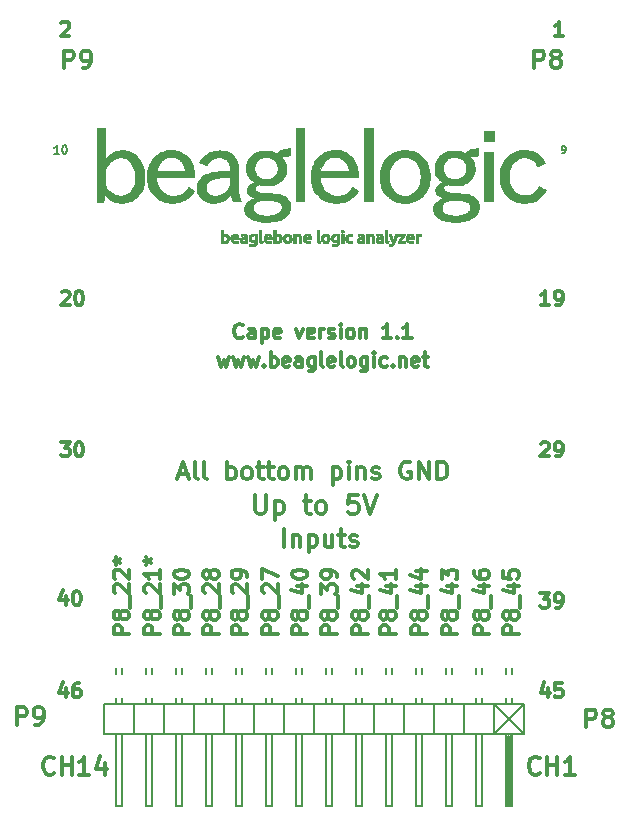
<source format=gto>
%TF.GenerationSoftware,KiCad,Pcbnew,5.1.10*%
%TF.CreationDate,2022-06-04T14:31:52-04:00*%
%TF.ProjectId,BeagleLogic Cape,42656167-6c65-44c6-9f67-696320436170,rev?*%
%TF.SameCoordinates,PX6cb8080PY7bfa480*%
%TF.FileFunction,Legend,Top*%
%TF.FilePolarity,Positive*%
%FSLAX46Y46*%
G04 Gerber Fmt 4.6, Leading zero omitted, Abs format (unit mm)*
G04 Created by KiCad (PCBNEW 5.1.10) date 2022-06-04 14:31:52*
%MOMM*%
%LPD*%
G01*
G04 APERTURE LIST*
%ADD10C,0.300000*%
%ADD11C,0.150000*%
%ADD12C,0.100000*%
G04 APERTURE END LIST*
D10*
X20142857Y39657143D02*
X20371428Y38857143D01*
X20600000Y39428572D01*
X20828571Y38857143D01*
X21057142Y39657143D01*
X21400000Y39657143D02*
X21628571Y38857143D01*
X21857142Y39428572D01*
X22085714Y38857143D01*
X22314285Y39657143D01*
X22657142Y39657143D02*
X22885714Y38857143D01*
X23114285Y39428572D01*
X23342857Y38857143D01*
X23571428Y39657143D01*
X24028571Y38971429D02*
X24085714Y38914286D01*
X24028571Y38857143D01*
X23971428Y38914286D01*
X24028571Y38971429D01*
X24028571Y38857143D01*
X24600000Y38857143D02*
X24600000Y40057143D01*
X24600000Y39600000D02*
X24714285Y39657143D01*
X24942857Y39657143D01*
X25057142Y39600000D01*
X25114285Y39542858D01*
X25171428Y39428572D01*
X25171428Y39085715D01*
X25114285Y38971429D01*
X25057142Y38914286D01*
X24942857Y38857143D01*
X24714285Y38857143D01*
X24600000Y38914286D01*
X26142857Y38914286D02*
X26028571Y38857143D01*
X25800000Y38857143D01*
X25685714Y38914286D01*
X25628571Y39028572D01*
X25628571Y39485715D01*
X25685714Y39600000D01*
X25800000Y39657143D01*
X26028571Y39657143D01*
X26142857Y39600000D01*
X26200000Y39485715D01*
X26200000Y39371429D01*
X25628571Y39257143D01*
X27228571Y38857143D02*
X27228571Y39485715D01*
X27171428Y39600000D01*
X27057142Y39657143D01*
X26828571Y39657143D01*
X26714285Y39600000D01*
X27228571Y38914286D02*
X27114285Y38857143D01*
X26828571Y38857143D01*
X26714285Y38914286D01*
X26657142Y39028572D01*
X26657142Y39142858D01*
X26714285Y39257143D01*
X26828571Y39314286D01*
X27114285Y39314286D01*
X27228571Y39371429D01*
X28314285Y39657143D02*
X28314285Y38685715D01*
X28257142Y38571429D01*
X28200000Y38514286D01*
X28085714Y38457143D01*
X27914285Y38457143D01*
X27800000Y38514286D01*
X28314285Y38914286D02*
X28200000Y38857143D01*
X27971428Y38857143D01*
X27857142Y38914286D01*
X27800000Y38971429D01*
X27742857Y39085715D01*
X27742857Y39428572D01*
X27800000Y39542858D01*
X27857142Y39600000D01*
X27971428Y39657143D01*
X28200000Y39657143D01*
X28314285Y39600000D01*
X29057142Y38857143D02*
X28942857Y38914286D01*
X28885714Y39028572D01*
X28885714Y40057143D01*
X29971428Y38914286D02*
X29857142Y38857143D01*
X29628571Y38857143D01*
X29514285Y38914286D01*
X29457142Y39028572D01*
X29457142Y39485715D01*
X29514285Y39600000D01*
X29628571Y39657143D01*
X29857142Y39657143D01*
X29971428Y39600000D01*
X30028571Y39485715D01*
X30028571Y39371429D01*
X29457142Y39257143D01*
X30714285Y38857143D02*
X30600000Y38914286D01*
X30542857Y39028572D01*
X30542857Y40057143D01*
X31342857Y38857143D02*
X31228571Y38914286D01*
X31171428Y38971429D01*
X31114285Y39085715D01*
X31114285Y39428572D01*
X31171428Y39542858D01*
X31228571Y39600000D01*
X31342857Y39657143D01*
X31514285Y39657143D01*
X31628571Y39600000D01*
X31685714Y39542858D01*
X31742857Y39428572D01*
X31742857Y39085715D01*
X31685714Y38971429D01*
X31628571Y38914286D01*
X31514285Y38857143D01*
X31342857Y38857143D01*
X32771428Y39657143D02*
X32771428Y38685715D01*
X32714285Y38571429D01*
X32657142Y38514286D01*
X32542857Y38457143D01*
X32371428Y38457143D01*
X32257142Y38514286D01*
X32771428Y38914286D02*
X32657142Y38857143D01*
X32428571Y38857143D01*
X32314285Y38914286D01*
X32257142Y38971429D01*
X32200000Y39085715D01*
X32200000Y39428572D01*
X32257142Y39542858D01*
X32314285Y39600000D01*
X32428571Y39657143D01*
X32657142Y39657143D01*
X32771428Y39600000D01*
X33342857Y38857143D02*
X33342857Y39657143D01*
X33342857Y40057143D02*
X33285714Y40000000D01*
X33342857Y39942858D01*
X33400000Y40000000D01*
X33342857Y40057143D01*
X33342857Y39942858D01*
X34428571Y38914286D02*
X34314285Y38857143D01*
X34085714Y38857143D01*
X33971428Y38914286D01*
X33914285Y38971429D01*
X33857142Y39085715D01*
X33857142Y39428572D01*
X33914285Y39542858D01*
X33971428Y39600000D01*
X34085714Y39657143D01*
X34314285Y39657143D01*
X34428571Y39600000D01*
X34942857Y38971429D02*
X35000000Y38914286D01*
X34942857Y38857143D01*
X34885714Y38914286D01*
X34942857Y38971429D01*
X34942857Y38857143D01*
X35514285Y39657143D02*
X35514285Y38857143D01*
X35514285Y39542858D02*
X35571428Y39600000D01*
X35685714Y39657143D01*
X35857142Y39657143D01*
X35971428Y39600000D01*
X36028571Y39485715D01*
X36028571Y38857143D01*
X37057142Y38914286D02*
X36942857Y38857143D01*
X36714285Y38857143D01*
X36600000Y38914286D01*
X36542857Y39028572D01*
X36542857Y39485715D01*
X36600000Y39600000D01*
X36714285Y39657143D01*
X36942857Y39657143D01*
X37057142Y39600000D01*
X37114285Y39485715D01*
X37114285Y39371429D01*
X36542857Y39257143D01*
X37457142Y39657143D02*
X37914285Y39657143D01*
X37628571Y40057143D02*
X37628571Y39028572D01*
X37685714Y38914286D01*
X37800000Y38857143D01*
X37914285Y38857143D01*
X22228571Y41371429D02*
X22171428Y41314286D01*
X22000000Y41257143D01*
X21885714Y41257143D01*
X21714285Y41314286D01*
X21600000Y41428572D01*
X21542857Y41542858D01*
X21485714Y41771429D01*
X21485714Y41942858D01*
X21542857Y42171429D01*
X21600000Y42285715D01*
X21714285Y42400000D01*
X21885714Y42457143D01*
X22000000Y42457143D01*
X22171428Y42400000D01*
X22228571Y42342858D01*
X23257142Y41257143D02*
X23257142Y41885715D01*
X23200000Y42000000D01*
X23085714Y42057143D01*
X22857142Y42057143D01*
X22742857Y42000000D01*
X23257142Y41314286D02*
X23142857Y41257143D01*
X22857142Y41257143D01*
X22742857Y41314286D01*
X22685714Y41428572D01*
X22685714Y41542858D01*
X22742857Y41657143D01*
X22857142Y41714286D01*
X23142857Y41714286D01*
X23257142Y41771429D01*
X23828571Y42057143D02*
X23828571Y40857143D01*
X23828571Y42000000D02*
X23942857Y42057143D01*
X24171428Y42057143D01*
X24285714Y42000000D01*
X24342857Y41942858D01*
X24400000Y41828572D01*
X24400000Y41485715D01*
X24342857Y41371429D01*
X24285714Y41314286D01*
X24171428Y41257143D01*
X23942857Y41257143D01*
X23828571Y41314286D01*
X25371428Y41314286D02*
X25257142Y41257143D01*
X25028571Y41257143D01*
X24914285Y41314286D01*
X24857142Y41428572D01*
X24857142Y41885715D01*
X24914285Y42000000D01*
X25028571Y42057143D01*
X25257142Y42057143D01*
X25371428Y42000000D01*
X25428571Y41885715D01*
X25428571Y41771429D01*
X24857142Y41657143D01*
X26742857Y42057143D02*
X27028571Y41257143D01*
X27314285Y42057143D01*
X28228571Y41314286D02*
X28114285Y41257143D01*
X27885714Y41257143D01*
X27771428Y41314286D01*
X27714285Y41428572D01*
X27714285Y41885715D01*
X27771428Y42000000D01*
X27885714Y42057143D01*
X28114285Y42057143D01*
X28228571Y42000000D01*
X28285714Y41885715D01*
X28285714Y41771429D01*
X27714285Y41657143D01*
X28800000Y41257143D02*
X28800000Y42057143D01*
X28800000Y41828572D02*
X28857142Y41942858D01*
X28914285Y42000000D01*
X29028571Y42057143D01*
X29142857Y42057143D01*
X29485714Y41314286D02*
X29600000Y41257143D01*
X29828571Y41257143D01*
X29942857Y41314286D01*
X30000000Y41428572D01*
X30000000Y41485715D01*
X29942857Y41600000D01*
X29828571Y41657143D01*
X29657142Y41657143D01*
X29542857Y41714286D01*
X29485714Y41828572D01*
X29485714Y41885715D01*
X29542857Y42000000D01*
X29657142Y42057143D01*
X29828571Y42057143D01*
X29942857Y42000000D01*
X30514285Y41257143D02*
X30514285Y42057143D01*
X30514285Y42457143D02*
X30457142Y42400000D01*
X30514285Y42342858D01*
X30571428Y42400000D01*
X30514285Y42457143D01*
X30514285Y42342858D01*
X31257142Y41257143D02*
X31142857Y41314286D01*
X31085714Y41371429D01*
X31028571Y41485715D01*
X31028571Y41828572D01*
X31085714Y41942858D01*
X31142857Y42000000D01*
X31257142Y42057143D01*
X31428571Y42057143D01*
X31542857Y42000000D01*
X31600000Y41942858D01*
X31657142Y41828572D01*
X31657142Y41485715D01*
X31600000Y41371429D01*
X31542857Y41314286D01*
X31428571Y41257143D01*
X31257142Y41257143D01*
X32171428Y42057143D02*
X32171428Y41257143D01*
X32171428Y41942858D02*
X32228571Y42000000D01*
X32342857Y42057143D01*
X32514285Y42057143D01*
X32628571Y42000000D01*
X32685714Y41885715D01*
X32685714Y41257143D01*
X34800000Y41257143D02*
X34114285Y41257143D01*
X34457142Y41257143D02*
X34457142Y42457143D01*
X34342857Y42285715D01*
X34228571Y42171429D01*
X34114285Y42114286D01*
X35314285Y41371429D02*
X35371428Y41314286D01*
X35314285Y41257143D01*
X35257142Y41314286D01*
X35314285Y41371429D01*
X35314285Y41257143D01*
X36514285Y41257143D02*
X35828571Y41257143D01*
X36171428Y41257143D02*
X36171428Y42457143D01*
X36057142Y42285715D01*
X35942857Y42171429D01*
X35828571Y42114286D01*
X3092857Y8521429D02*
X3092857Y10021429D01*
X3664285Y10021429D01*
X3807142Y9950000D01*
X3878571Y9878572D01*
X3950000Y9735715D01*
X3950000Y9521429D01*
X3878571Y9378572D01*
X3807142Y9307143D01*
X3664285Y9235715D01*
X3092857Y9235715D01*
X4664285Y8521429D02*
X4950000Y8521429D01*
X5092857Y8592858D01*
X5164285Y8664286D01*
X5307142Y8878572D01*
X5378571Y9164286D01*
X5378571Y9735715D01*
X5307142Y9878572D01*
X5235714Y9950000D01*
X5092857Y10021429D01*
X4807142Y10021429D01*
X4664285Y9950000D01*
X4592857Y9878572D01*
X4521428Y9735715D01*
X4521428Y9378572D01*
X4592857Y9235715D01*
X4664285Y9164286D01*
X4807142Y9092858D01*
X5092857Y9092858D01*
X5235714Y9164286D01*
X5307142Y9235715D01*
X5378571Y9378572D01*
X7092857Y64121429D02*
X7092857Y65621429D01*
X7664285Y65621429D01*
X7807142Y65550000D01*
X7878571Y65478572D01*
X7950000Y65335715D01*
X7950000Y65121429D01*
X7878571Y64978572D01*
X7807142Y64907143D01*
X7664285Y64835715D01*
X7092857Y64835715D01*
X8664285Y64121429D02*
X8950000Y64121429D01*
X9092857Y64192858D01*
X9164285Y64264286D01*
X9307142Y64478572D01*
X9378571Y64764286D01*
X9378571Y65335715D01*
X9307142Y65478572D01*
X9235714Y65550000D01*
X9092857Y65621429D01*
X8807142Y65621429D01*
X8664285Y65550000D01*
X8592857Y65478572D01*
X8521428Y65335715D01*
X8521428Y64978572D01*
X8592857Y64835715D01*
X8664285Y64764286D01*
X8807142Y64692858D01*
X9092857Y64692858D01*
X9235714Y64764286D01*
X9307142Y64835715D01*
X9378571Y64978572D01*
X46892857Y64121429D02*
X46892857Y65621429D01*
X47464285Y65621429D01*
X47607142Y65550000D01*
X47678571Y65478572D01*
X47750000Y65335715D01*
X47750000Y65121429D01*
X47678571Y64978572D01*
X47607142Y64907143D01*
X47464285Y64835715D01*
X46892857Y64835715D01*
X48607142Y64978572D02*
X48464285Y65050000D01*
X48392857Y65121429D01*
X48321428Y65264286D01*
X48321428Y65335715D01*
X48392857Y65478572D01*
X48464285Y65550000D01*
X48607142Y65621429D01*
X48892857Y65621429D01*
X49035714Y65550000D01*
X49107142Y65478572D01*
X49178571Y65335715D01*
X49178571Y65264286D01*
X49107142Y65121429D01*
X49035714Y65050000D01*
X48892857Y64978572D01*
X48607142Y64978572D01*
X48464285Y64907143D01*
X48392857Y64835715D01*
X48321428Y64692858D01*
X48321428Y64407143D01*
X48392857Y64264286D01*
X48464285Y64192858D01*
X48607142Y64121429D01*
X48892857Y64121429D01*
X49035714Y64192858D01*
X49107142Y64264286D01*
X49178571Y64407143D01*
X49178571Y64692858D01*
X49107142Y64835715D01*
X49035714Y64907143D01*
X48892857Y64978572D01*
X51292857Y8321429D02*
X51292857Y9821429D01*
X51864285Y9821429D01*
X52007142Y9750000D01*
X52078571Y9678572D01*
X52150000Y9535715D01*
X52150000Y9321429D01*
X52078571Y9178572D01*
X52007142Y9107143D01*
X51864285Y9035715D01*
X51292857Y9035715D01*
X53007142Y9178572D02*
X52864285Y9250000D01*
X52792857Y9321429D01*
X52721428Y9464286D01*
X52721428Y9535715D01*
X52792857Y9678572D01*
X52864285Y9750000D01*
X53007142Y9821429D01*
X53292857Y9821429D01*
X53435714Y9750000D01*
X53507142Y9678572D01*
X53578571Y9535715D01*
X53578571Y9464286D01*
X53507142Y9321429D01*
X53435714Y9250000D01*
X53292857Y9178572D01*
X53007142Y9178572D01*
X52864285Y9107143D01*
X52792857Y9035715D01*
X52721428Y8892858D01*
X52721428Y8607143D01*
X52792857Y8464286D01*
X52864285Y8392858D01*
X53007142Y8321429D01*
X53292857Y8321429D01*
X53435714Y8392858D01*
X53507142Y8464286D01*
X53578571Y8607143D01*
X53578571Y8892858D01*
X53507142Y9035715D01*
X53435714Y9107143D01*
X53292857Y9178572D01*
X49342857Y66857143D02*
X48657142Y66857143D01*
X49000000Y66857143D02*
X49000000Y68057143D01*
X48885714Y67885715D01*
X48771428Y67771429D01*
X48657142Y67714286D01*
X48171428Y44057143D02*
X47485714Y44057143D01*
X47828571Y44057143D02*
X47828571Y45257143D01*
X47714285Y45085715D01*
X47600000Y44971429D01*
X47485714Y44914286D01*
X48742857Y44057143D02*
X48971428Y44057143D01*
X49085714Y44114286D01*
X49142857Y44171429D01*
X49257142Y44342858D01*
X49314285Y44571429D01*
X49314285Y45028572D01*
X49257142Y45142858D01*
X49200000Y45200000D01*
X49085714Y45257143D01*
X48857142Y45257143D01*
X48742857Y45200000D01*
X48685714Y45142858D01*
X48628571Y45028572D01*
X48628571Y44742858D01*
X48685714Y44628572D01*
X48742857Y44571429D01*
X48857142Y44514286D01*
X49085714Y44514286D01*
X49200000Y44571429D01*
X49257142Y44628572D01*
X49314285Y44742858D01*
X47485714Y32342858D02*
X47542857Y32400000D01*
X47657142Y32457143D01*
X47942857Y32457143D01*
X48057142Y32400000D01*
X48114285Y32342858D01*
X48171428Y32228572D01*
X48171428Y32114286D01*
X48114285Y31942858D01*
X47428571Y31257143D01*
X48171428Y31257143D01*
X48742857Y31257143D02*
X48971428Y31257143D01*
X49085714Y31314286D01*
X49142857Y31371429D01*
X49257142Y31542858D01*
X49314285Y31771429D01*
X49314285Y32228572D01*
X49257142Y32342858D01*
X49200000Y32400000D01*
X49085714Y32457143D01*
X48857142Y32457143D01*
X48742857Y32400000D01*
X48685714Y32342858D01*
X48628571Y32228572D01*
X48628571Y31942858D01*
X48685714Y31828572D01*
X48742857Y31771429D01*
X48857142Y31714286D01*
X49085714Y31714286D01*
X49200000Y31771429D01*
X49257142Y31828572D01*
X49314285Y31942858D01*
X47428571Y19657143D02*
X48171428Y19657143D01*
X47771428Y19200000D01*
X47942857Y19200000D01*
X48057142Y19142858D01*
X48114285Y19085715D01*
X48171428Y18971429D01*
X48171428Y18685715D01*
X48114285Y18571429D01*
X48057142Y18514286D01*
X47942857Y18457143D01*
X47600000Y18457143D01*
X47485714Y18514286D01*
X47428571Y18571429D01*
X48742857Y18457143D02*
X48971428Y18457143D01*
X49085714Y18514286D01*
X49142857Y18571429D01*
X49257142Y18742858D01*
X49314285Y18971429D01*
X49314285Y19428572D01*
X49257142Y19542858D01*
X49200000Y19600000D01*
X49085714Y19657143D01*
X48857142Y19657143D01*
X48742857Y19600000D01*
X48685714Y19542858D01*
X48628571Y19428572D01*
X48628571Y19142858D01*
X48685714Y19028572D01*
X48742857Y18971429D01*
X48857142Y18914286D01*
X49085714Y18914286D01*
X49200000Y18971429D01*
X49257142Y19028572D01*
X49314285Y19142858D01*
X48057142Y11657143D02*
X48057142Y10857143D01*
X47771428Y12114286D02*
X47485714Y11257143D01*
X48228571Y11257143D01*
X49257142Y12057143D02*
X48685714Y12057143D01*
X48628571Y11485715D01*
X48685714Y11542858D01*
X48800000Y11600000D01*
X49085714Y11600000D01*
X49200000Y11542858D01*
X49257142Y11485715D01*
X49314285Y11371429D01*
X49314285Y11085715D01*
X49257142Y10971429D01*
X49200000Y10914286D01*
X49085714Y10857143D01*
X48800000Y10857143D01*
X48685714Y10914286D01*
X48628571Y10971429D01*
D11*
X49285714Y56928572D02*
X49400000Y56928572D01*
X49457142Y56957143D01*
X49485714Y56985715D01*
X49542857Y57071429D01*
X49571428Y57185715D01*
X49571428Y57414286D01*
X49542857Y57471429D01*
X49514285Y57500000D01*
X49457142Y57528572D01*
X49342857Y57528572D01*
X49285714Y57500000D01*
X49257142Y57471429D01*
X49228571Y57414286D01*
X49228571Y57271429D01*
X49257142Y57214286D01*
X49285714Y57185715D01*
X49342857Y57157143D01*
X49457142Y57157143D01*
X49514285Y57185715D01*
X49542857Y57214286D01*
X49571428Y57271429D01*
X6666666Y56883334D02*
X6266666Y56883334D01*
X6466666Y56883334D02*
X6466666Y57583334D01*
X6400000Y57483334D01*
X6333333Y57416667D01*
X6266666Y57383334D01*
X7100000Y57583334D02*
X7166666Y57583334D01*
X7233333Y57550000D01*
X7266666Y57516667D01*
X7300000Y57450000D01*
X7333333Y57316667D01*
X7333333Y57150000D01*
X7300000Y57016667D01*
X7266666Y56950000D01*
X7233333Y56916667D01*
X7166666Y56883334D01*
X7100000Y56883334D01*
X7033333Y56916667D01*
X7000000Y56950000D01*
X6966666Y57016667D01*
X6933333Y57150000D01*
X6933333Y57316667D01*
X6966666Y57450000D01*
X7000000Y57516667D01*
X7033333Y57550000D01*
X7100000Y57583334D01*
D10*
X7257142Y11657143D02*
X7257142Y10857143D01*
X6971428Y12114286D02*
X6685714Y11257143D01*
X7428571Y11257143D01*
X8400000Y12057143D02*
X8171428Y12057143D01*
X8057142Y12000000D01*
X8000000Y11942858D01*
X7885714Y11771429D01*
X7828571Y11542858D01*
X7828571Y11085715D01*
X7885714Y10971429D01*
X7942857Y10914286D01*
X8057142Y10857143D01*
X8285714Y10857143D01*
X8400000Y10914286D01*
X8457142Y10971429D01*
X8514285Y11085715D01*
X8514285Y11371429D01*
X8457142Y11485715D01*
X8400000Y11542858D01*
X8285714Y11600000D01*
X8057142Y11600000D01*
X7942857Y11542858D01*
X7885714Y11485715D01*
X7828571Y11371429D01*
X7257142Y19457143D02*
X7257142Y18657143D01*
X6971428Y19914286D02*
X6685714Y19057143D01*
X7428571Y19057143D01*
X8114285Y19857143D02*
X8228571Y19857143D01*
X8342857Y19800000D01*
X8400000Y19742858D01*
X8457142Y19628572D01*
X8514285Y19400000D01*
X8514285Y19114286D01*
X8457142Y18885715D01*
X8400000Y18771429D01*
X8342857Y18714286D01*
X8228571Y18657143D01*
X8114285Y18657143D01*
X8000000Y18714286D01*
X7942857Y18771429D01*
X7885714Y18885715D01*
X7828571Y19114286D01*
X7828571Y19400000D01*
X7885714Y19628572D01*
X7942857Y19742858D01*
X8000000Y19800000D01*
X8114285Y19857143D01*
X6828571Y32457143D02*
X7571428Y32457143D01*
X7171428Y32000000D01*
X7342857Y32000000D01*
X7457142Y31942858D01*
X7514285Y31885715D01*
X7571428Y31771429D01*
X7571428Y31485715D01*
X7514285Y31371429D01*
X7457142Y31314286D01*
X7342857Y31257143D01*
X7000000Y31257143D01*
X6885714Y31314286D01*
X6828571Y31371429D01*
X8314285Y32457143D02*
X8428571Y32457143D01*
X8542857Y32400000D01*
X8600000Y32342858D01*
X8657142Y32228572D01*
X8714285Y32000000D01*
X8714285Y31714286D01*
X8657142Y31485715D01*
X8600000Y31371429D01*
X8542857Y31314286D01*
X8428571Y31257143D01*
X8314285Y31257143D01*
X8200000Y31314286D01*
X8142857Y31371429D01*
X8085714Y31485715D01*
X8028571Y31714286D01*
X8028571Y32000000D01*
X8085714Y32228572D01*
X8142857Y32342858D01*
X8200000Y32400000D01*
X8314285Y32457143D01*
X6885714Y45142858D02*
X6942857Y45200000D01*
X7057142Y45257143D01*
X7342857Y45257143D01*
X7457142Y45200000D01*
X7514285Y45142858D01*
X7571428Y45028572D01*
X7571428Y44914286D01*
X7514285Y44742858D01*
X6828571Y44057143D01*
X7571428Y44057143D01*
X8314285Y45257143D02*
X8428571Y45257143D01*
X8542857Y45200000D01*
X8600000Y45142858D01*
X8657142Y45028572D01*
X8714285Y44800000D01*
X8714285Y44514286D01*
X8657142Y44285715D01*
X8600000Y44171429D01*
X8542857Y44114286D01*
X8428571Y44057143D01*
X8314285Y44057143D01*
X8200000Y44114286D01*
X8142857Y44171429D01*
X8085714Y44285715D01*
X8028571Y44514286D01*
X8028571Y44800000D01*
X8085714Y45028572D01*
X8142857Y45142858D01*
X8200000Y45200000D01*
X8314285Y45257143D01*
X6857142Y67942858D02*
X6914285Y68000000D01*
X7028571Y68057143D01*
X7314285Y68057143D01*
X7428571Y68000000D01*
X7485714Y67942858D01*
X7542857Y67828572D01*
X7542857Y67714286D01*
X7485714Y67542858D01*
X6800000Y66857143D01*
X7542857Y66857143D01*
X25728571Y23621429D02*
X25728571Y25121429D01*
X26442857Y24621429D02*
X26442857Y23621429D01*
X26442857Y24478572D02*
X26514285Y24550000D01*
X26657142Y24621429D01*
X26871428Y24621429D01*
X27014285Y24550000D01*
X27085714Y24407143D01*
X27085714Y23621429D01*
X27800000Y24621429D02*
X27800000Y23121429D01*
X27800000Y24550000D02*
X27942857Y24621429D01*
X28228571Y24621429D01*
X28371428Y24550000D01*
X28442857Y24478572D01*
X28514285Y24335715D01*
X28514285Y23907143D01*
X28442857Y23764286D01*
X28371428Y23692858D01*
X28228571Y23621429D01*
X27942857Y23621429D01*
X27800000Y23692858D01*
X29800000Y24621429D02*
X29800000Y23621429D01*
X29157142Y24621429D02*
X29157142Y23835715D01*
X29228571Y23692858D01*
X29371428Y23621429D01*
X29585714Y23621429D01*
X29728571Y23692858D01*
X29800000Y23764286D01*
X30300000Y24621429D02*
X30871428Y24621429D01*
X30514285Y25121429D02*
X30514285Y23835715D01*
X30585714Y23692858D01*
X30728571Y23621429D01*
X30871428Y23621429D01*
X31300000Y23692858D02*
X31442857Y23621429D01*
X31728571Y23621429D01*
X31871428Y23692858D01*
X31942857Y23835715D01*
X31942857Y23907143D01*
X31871428Y24050000D01*
X31728571Y24121429D01*
X31514285Y24121429D01*
X31371428Y24192858D01*
X31300000Y24335715D01*
X31300000Y24407143D01*
X31371428Y24550000D01*
X31514285Y24621429D01*
X31728571Y24621429D01*
X31871428Y24550000D01*
X12588095Y16211905D02*
X11288095Y16211905D01*
X11288095Y16707143D01*
X11350000Y16830953D01*
X11411904Y16892858D01*
X11535714Y16954762D01*
X11721428Y16954762D01*
X11845238Y16892858D01*
X11907142Y16830953D01*
X11969047Y16707143D01*
X11969047Y16211905D01*
X11845238Y17697620D02*
X11783333Y17573810D01*
X11721428Y17511905D01*
X11597619Y17450000D01*
X11535714Y17450000D01*
X11411904Y17511905D01*
X11350000Y17573810D01*
X11288095Y17697620D01*
X11288095Y17945239D01*
X11350000Y18069048D01*
X11411904Y18130953D01*
X11535714Y18192858D01*
X11597619Y18192858D01*
X11721428Y18130953D01*
X11783333Y18069048D01*
X11845238Y17945239D01*
X11845238Y17697620D01*
X11907142Y17573810D01*
X11969047Y17511905D01*
X12092857Y17450000D01*
X12340476Y17450000D01*
X12464285Y17511905D01*
X12526190Y17573810D01*
X12588095Y17697620D01*
X12588095Y17945239D01*
X12526190Y18069048D01*
X12464285Y18130953D01*
X12340476Y18192858D01*
X12092857Y18192858D01*
X11969047Y18130953D01*
X11907142Y18069048D01*
X11845238Y17945239D01*
X12711904Y18440477D02*
X12711904Y19430953D01*
X11411904Y19678572D02*
X11350000Y19740477D01*
X11288095Y19864286D01*
X11288095Y20173810D01*
X11350000Y20297620D01*
X11411904Y20359524D01*
X11535714Y20421429D01*
X11659523Y20421429D01*
X11845238Y20359524D01*
X12588095Y19616667D01*
X12588095Y20421429D01*
X11411904Y20916667D02*
X11350000Y20978572D01*
X11288095Y21102381D01*
X11288095Y21411905D01*
X11350000Y21535715D01*
X11411904Y21597620D01*
X11535714Y21659524D01*
X11659523Y21659524D01*
X11845238Y21597620D01*
X12588095Y20854762D01*
X12588095Y21659524D01*
X11288095Y22402381D02*
X11597619Y22402381D01*
X11473809Y22092858D02*
X11597619Y22402381D01*
X11473809Y22711905D01*
X11845238Y22216667D02*
X11597619Y22402381D01*
X11845238Y22588096D01*
X17688095Y16207143D02*
X16388095Y16207143D01*
X16388095Y16702381D01*
X16450000Y16826191D01*
X16511904Y16888096D01*
X16635714Y16950000D01*
X16821428Y16950000D01*
X16945238Y16888096D01*
X17007142Y16826191D01*
X17069047Y16702381D01*
X17069047Y16207143D01*
X16945238Y17692858D02*
X16883333Y17569048D01*
X16821428Y17507143D01*
X16697619Y17445239D01*
X16635714Y17445239D01*
X16511904Y17507143D01*
X16450000Y17569048D01*
X16388095Y17692858D01*
X16388095Y17940477D01*
X16450000Y18064286D01*
X16511904Y18126191D01*
X16635714Y18188096D01*
X16697619Y18188096D01*
X16821428Y18126191D01*
X16883333Y18064286D01*
X16945238Y17940477D01*
X16945238Y17692858D01*
X17007142Y17569048D01*
X17069047Y17507143D01*
X17192857Y17445239D01*
X17440476Y17445239D01*
X17564285Y17507143D01*
X17626190Y17569048D01*
X17688095Y17692858D01*
X17688095Y17940477D01*
X17626190Y18064286D01*
X17564285Y18126191D01*
X17440476Y18188096D01*
X17192857Y18188096D01*
X17069047Y18126191D01*
X17007142Y18064286D01*
X16945238Y17940477D01*
X17811904Y18435715D02*
X17811904Y19426191D01*
X16388095Y19611905D02*
X16388095Y20416667D01*
X16883333Y19983334D01*
X16883333Y20169048D01*
X16945238Y20292858D01*
X17007142Y20354762D01*
X17130952Y20416667D01*
X17440476Y20416667D01*
X17564285Y20354762D01*
X17626190Y20292858D01*
X17688095Y20169048D01*
X17688095Y19797620D01*
X17626190Y19673810D01*
X17564285Y19611905D01*
X16388095Y21221429D02*
X16388095Y21345239D01*
X16450000Y21469048D01*
X16511904Y21530953D01*
X16635714Y21592858D01*
X16883333Y21654762D01*
X17192857Y21654762D01*
X17440476Y21592858D01*
X17564285Y21530953D01*
X17626190Y21469048D01*
X17688095Y21345239D01*
X17688095Y21221429D01*
X17626190Y21097620D01*
X17564285Y21035715D01*
X17440476Y20973810D01*
X17192857Y20911905D01*
X16883333Y20911905D01*
X16635714Y20973810D01*
X16511904Y21035715D01*
X16450000Y21097620D01*
X16388095Y21221429D01*
X15188095Y16211905D02*
X13888095Y16211905D01*
X13888095Y16707143D01*
X13950000Y16830953D01*
X14011904Y16892858D01*
X14135714Y16954762D01*
X14321428Y16954762D01*
X14445238Y16892858D01*
X14507142Y16830953D01*
X14569047Y16707143D01*
X14569047Y16211905D01*
X14445238Y17697620D02*
X14383333Y17573810D01*
X14321428Y17511905D01*
X14197619Y17450000D01*
X14135714Y17450000D01*
X14011904Y17511905D01*
X13950000Y17573810D01*
X13888095Y17697620D01*
X13888095Y17945239D01*
X13950000Y18069048D01*
X14011904Y18130953D01*
X14135714Y18192858D01*
X14197619Y18192858D01*
X14321428Y18130953D01*
X14383333Y18069048D01*
X14445238Y17945239D01*
X14445238Y17697620D01*
X14507142Y17573810D01*
X14569047Y17511905D01*
X14692857Y17450000D01*
X14940476Y17450000D01*
X15064285Y17511905D01*
X15126190Y17573810D01*
X15188095Y17697620D01*
X15188095Y17945239D01*
X15126190Y18069048D01*
X15064285Y18130953D01*
X14940476Y18192858D01*
X14692857Y18192858D01*
X14569047Y18130953D01*
X14507142Y18069048D01*
X14445238Y17945239D01*
X15311904Y18440477D02*
X15311904Y19430953D01*
X14011904Y19678572D02*
X13950000Y19740477D01*
X13888095Y19864286D01*
X13888095Y20173810D01*
X13950000Y20297620D01*
X14011904Y20359524D01*
X14135714Y20421429D01*
X14259523Y20421429D01*
X14445238Y20359524D01*
X15188095Y19616667D01*
X15188095Y20421429D01*
X15188095Y21659524D02*
X15188095Y20916667D01*
X15188095Y21288096D02*
X13888095Y21288096D01*
X14073809Y21164286D01*
X14197619Y21040477D01*
X14259523Y20916667D01*
X13888095Y22402381D02*
X14197619Y22402381D01*
X14073809Y22092858D02*
X14197619Y22402381D01*
X14073809Y22711905D01*
X14445238Y22216667D02*
X14197619Y22402381D01*
X14445238Y22588096D01*
X20188095Y16207143D02*
X18888095Y16207143D01*
X18888095Y16702381D01*
X18950000Y16826191D01*
X19011904Y16888096D01*
X19135714Y16950000D01*
X19321428Y16950000D01*
X19445238Y16888096D01*
X19507142Y16826191D01*
X19569047Y16702381D01*
X19569047Y16207143D01*
X19445238Y17692858D02*
X19383333Y17569048D01*
X19321428Y17507143D01*
X19197619Y17445239D01*
X19135714Y17445239D01*
X19011904Y17507143D01*
X18950000Y17569048D01*
X18888095Y17692858D01*
X18888095Y17940477D01*
X18950000Y18064286D01*
X19011904Y18126191D01*
X19135714Y18188096D01*
X19197619Y18188096D01*
X19321428Y18126191D01*
X19383333Y18064286D01*
X19445238Y17940477D01*
X19445238Y17692858D01*
X19507142Y17569048D01*
X19569047Y17507143D01*
X19692857Y17445239D01*
X19940476Y17445239D01*
X20064285Y17507143D01*
X20126190Y17569048D01*
X20188095Y17692858D01*
X20188095Y17940477D01*
X20126190Y18064286D01*
X20064285Y18126191D01*
X19940476Y18188096D01*
X19692857Y18188096D01*
X19569047Y18126191D01*
X19507142Y18064286D01*
X19445238Y17940477D01*
X20311904Y18435715D02*
X20311904Y19426191D01*
X19011904Y19673810D02*
X18950000Y19735715D01*
X18888095Y19859524D01*
X18888095Y20169048D01*
X18950000Y20292858D01*
X19011904Y20354762D01*
X19135714Y20416667D01*
X19259523Y20416667D01*
X19445238Y20354762D01*
X20188095Y19611905D01*
X20188095Y20416667D01*
X19445238Y21159524D02*
X19383333Y21035715D01*
X19321428Y20973810D01*
X19197619Y20911905D01*
X19135714Y20911905D01*
X19011904Y20973810D01*
X18950000Y21035715D01*
X18888095Y21159524D01*
X18888095Y21407143D01*
X18950000Y21530953D01*
X19011904Y21592858D01*
X19135714Y21654762D01*
X19197619Y21654762D01*
X19321428Y21592858D01*
X19383333Y21530953D01*
X19445238Y21407143D01*
X19445238Y21159524D01*
X19507142Y21035715D01*
X19569047Y20973810D01*
X19692857Y20911905D01*
X19940476Y20911905D01*
X20064285Y20973810D01*
X20126190Y21035715D01*
X20188095Y21159524D01*
X20188095Y21407143D01*
X20126190Y21530953D01*
X20064285Y21592858D01*
X19940476Y21654762D01*
X19692857Y21654762D01*
X19569047Y21592858D01*
X19507142Y21530953D01*
X19445238Y21407143D01*
X35188095Y16207143D02*
X33888095Y16207143D01*
X33888095Y16702381D01*
X33950000Y16826191D01*
X34011904Y16888096D01*
X34135714Y16950000D01*
X34321428Y16950000D01*
X34445238Y16888096D01*
X34507142Y16826191D01*
X34569047Y16702381D01*
X34569047Y16207143D01*
X34445238Y17692858D02*
X34383333Y17569048D01*
X34321428Y17507143D01*
X34197619Y17445239D01*
X34135714Y17445239D01*
X34011904Y17507143D01*
X33950000Y17569048D01*
X33888095Y17692858D01*
X33888095Y17940477D01*
X33950000Y18064286D01*
X34011904Y18126191D01*
X34135714Y18188096D01*
X34197619Y18188096D01*
X34321428Y18126191D01*
X34383333Y18064286D01*
X34445238Y17940477D01*
X34445238Y17692858D01*
X34507142Y17569048D01*
X34569047Y17507143D01*
X34692857Y17445239D01*
X34940476Y17445239D01*
X35064285Y17507143D01*
X35126190Y17569048D01*
X35188095Y17692858D01*
X35188095Y17940477D01*
X35126190Y18064286D01*
X35064285Y18126191D01*
X34940476Y18188096D01*
X34692857Y18188096D01*
X34569047Y18126191D01*
X34507142Y18064286D01*
X34445238Y17940477D01*
X35311904Y18435715D02*
X35311904Y19426191D01*
X34321428Y20292858D02*
X35188095Y20292858D01*
X33826190Y19983334D02*
X34754761Y19673810D01*
X34754761Y20478572D01*
X35188095Y21654762D02*
X35188095Y20911905D01*
X35188095Y21283334D02*
X33888095Y21283334D01*
X34073809Y21159524D01*
X34197619Y21035715D01*
X34259523Y20911905D01*
X32788095Y16207143D02*
X31488095Y16207143D01*
X31488095Y16702381D01*
X31550000Y16826191D01*
X31611904Y16888096D01*
X31735714Y16950000D01*
X31921428Y16950000D01*
X32045238Y16888096D01*
X32107142Y16826191D01*
X32169047Y16702381D01*
X32169047Y16207143D01*
X32045238Y17692858D02*
X31983333Y17569048D01*
X31921428Y17507143D01*
X31797619Y17445239D01*
X31735714Y17445239D01*
X31611904Y17507143D01*
X31550000Y17569048D01*
X31488095Y17692858D01*
X31488095Y17940477D01*
X31550000Y18064286D01*
X31611904Y18126191D01*
X31735714Y18188096D01*
X31797619Y18188096D01*
X31921428Y18126191D01*
X31983333Y18064286D01*
X32045238Y17940477D01*
X32045238Y17692858D01*
X32107142Y17569048D01*
X32169047Y17507143D01*
X32292857Y17445239D01*
X32540476Y17445239D01*
X32664285Y17507143D01*
X32726190Y17569048D01*
X32788095Y17692858D01*
X32788095Y17940477D01*
X32726190Y18064286D01*
X32664285Y18126191D01*
X32540476Y18188096D01*
X32292857Y18188096D01*
X32169047Y18126191D01*
X32107142Y18064286D01*
X32045238Y17940477D01*
X32911904Y18435715D02*
X32911904Y19426191D01*
X31921428Y20292858D02*
X32788095Y20292858D01*
X31426190Y19983334D02*
X32354761Y19673810D01*
X32354761Y20478572D01*
X31611904Y20911905D02*
X31550000Y20973810D01*
X31488095Y21097620D01*
X31488095Y21407143D01*
X31550000Y21530953D01*
X31611904Y21592858D01*
X31735714Y21654762D01*
X31859523Y21654762D01*
X32045238Y21592858D01*
X32788095Y20850000D01*
X32788095Y21654762D01*
X30188095Y16207143D02*
X28888095Y16207143D01*
X28888095Y16702381D01*
X28950000Y16826191D01*
X29011904Y16888096D01*
X29135714Y16950000D01*
X29321428Y16950000D01*
X29445238Y16888096D01*
X29507142Y16826191D01*
X29569047Y16702381D01*
X29569047Y16207143D01*
X29445238Y17692858D02*
X29383333Y17569048D01*
X29321428Y17507143D01*
X29197619Y17445239D01*
X29135714Y17445239D01*
X29011904Y17507143D01*
X28950000Y17569048D01*
X28888095Y17692858D01*
X28888095Y17940477D01*
X28950000Y18064286D01*
X29011904Y18126191D01*
X29135714Y18188096D01*
X29197619Y18188096D01*
X29321428Y18126191D01*
X29383333Y18064286D01*
X29445238Y17940477D01*
X29445238Y17692858D01*
X29507142Y17569048D01*
X29569047Y17507143D01*
X29692857Y17445239D01*
X29940476Y17445239D01*
X30064285Y17507143D01*
X30126190Y17569048D01*
X30188095Y17692858D01*
X30188095Y17940477D01*
X30126190Y18064286D01*
X30064285Y18126191D01*
X29940476Y18188096D01*
X29692857Y18188096D01*
X29569047Y18126191D01*
X29507142Y18064286D01*
X29445238Y17940477D01*
X30311904Y18435715D02*
X30311904Y19426191D01*
X28888095Y19611905D02*
X28888095Y20416667D01*
X29383333Y19983334D01*
X29383333Y20169048D01*
X29445238Y20292858D01*
X29507142Y20354762D01*
X29630952Y20416667D01*
X29940476Y20416667D01*
X30064285Y20354762D01*
X30126190Y20292858D01*
X30188095Y20169048D01*
X30188095Y19797620D01*
X30126190Y19673810D01*
X30064285Y19611905D01*
X30188095Y21035715D02*
X30188095Y21283334D01*
X30126190Y21407143D01*
X30064285Y21469048D01*
X29878571Y21592858D01*
X29630952Y21654762D01*
X29135714Y21654762D01*
X29011904Y21592858D01*
X28950000Y21530953D01*
X28888095Y21407143D01*
X28888095Y21159524D01*
X28950000Y21035715D01*
X29011904Y20973810D01*
X29135714Y20911905D01*
X29445238Y20911905D01*
X29569047Y20973810D01*
X29630952Y21035715D01*
X29692857Y21159524D01*
X29692857Y21407143D01*
X29630952Y21530953D01*
X29569047Y21592858D01*
X29445238Y21654762D01*
X27688095Y16207143D02*
X26388095Y16207143D01*
X26388095Y16702381D01*
X26450000Y16826191D01*
X26511904Y16888096D01*
X26635714Y16950000D01*
X26821428Y16950000D01*
X26945238Y16888096D01*
X27007142Y16826191D01*
X27069047Y16702381D01*
X27069047Y16207143D01*
X26945238Y17692858D02*
X26883333Y17569048D01*
X26821428Y17507143D01*
X26697619Y17445239D01*
X26635714Y17445239D01*
X26511904Y17507143D01*
X26450000Y17569048D01*
X26388095Y17692858D01*
X26388095Y17940477D01*
X26450000Y18064286D01*
X26511904Y18126191D01*
X26635714Y18188096D01*
X26697619Y18188096D01*
X26821428Y18126191D01*
X26883333Y18064286D01*
X26945238Y17940477D01*
X26945238Y17692858D01*
X27007142Y17569048D01*
X27069047Y17507143D01*
X27192857Y17445239D01*
X27440476Y17445239D01*
X27564285Y17507143D01*
X27626190Y17569048D01*
X27688095Y17692858D01*
X27688095Y17940477D01*
X27626190Y18064286D01*
X27564285Y18126191D01*
X27440476Y18188096D01*
X27192857Y18188096D01*
X27069047Y18126191D01*
X27007142Y18064286D01*
X26945238Y17940477D01*
X27811904Y18435715D02*
X27811904Y19426191D01*
X26821428Y20292858D02*
X27688095Y20292858D01*
X26326190Y19983334D02*
X27254761Y19673810D01*
X27254761Y20478572D01*
X26388095Y21221429D02*
X26388095Y21345239D01*
X26450000Y21469048D01*
X26511904Y21530953D01*
X26635714Y21592858D01*
X26883333Y21654762D01*
X27192857Y21654762D01*
X27440476Y21592858D01*
X27564285Y21530953D01*
X27626190Y21469048D01*
X27688095Y21345239D01*
X27688095Y21221429D01*
X27626190Y21097620D01*
X27564285Y21035715D01*
X27440476Y20973810D01*
X27192857Y20911905D01*
X26883333Y20911905D01*
X26635714Y20973810D01*
X26511904Y21035715D01*
X26450000Y21097620D01*
X26388095Y21221429D01*
X22588095Y16207143D02*
X21288095Y16207143D01*
X21288095Y16702381D01*
X21350000Y16826191D01*
X21411904Y16888096D01*
X21535714Y16950000D01*
X21721428Y16950000D01*
X21845238Y16888096D01*
X21907142Y16826191D01*
X21969047Y16702381D01*
X21969047Y16207143D01*
X21845238Y17692858D02*
X21783333Y17569048D01*
X21721428Y17507143D01*
X21597619Y17445239D01*
X21535714Y17445239D01*
X21411904Y17507143D01*
X21350000Y17569048D01*
X21288095Y17692858D01*
X21288095Y17940477D01*
X21350000Y18064286D01*
X21411904Y18126191D01*
X21535714Y18188096D01*
X21597619Y18188096D01*
X21721428Y18126191D01*
X21783333Y18064286D01*
X21845238Y17940477D01*
X21845238Y17692858D01*
X21907142Y17569048D01*
X21969047Y17507143D01*
X22092857Y17445239D01*
X22340476Y17445239D01*
X22464285Y17507143D01*
X22526190Y17569048D01*
X22588095Y17692858D01*
X22588095Y17940477D01*
X22526190Y18064286D01*
X22464285Y18126191D01*
X22340476Y18188096D01*
X22092857Y18188096D01*
X21969047Y18126191D01*
X21907142Y18064286D01*
X21845238Y17940477D01*
X22711904Y18435715D02*
X22711904Y19426191D01*
X21411904Y19673810D02*
X21350000Y19735715D01*
X21288095Y19859524D01*
X21288095Y20169048D01*
X21350000Y20292858D01*
X21411904Y20354762D01*
X21535714Y20416667D01*
X21659523Y20416667D01*
X21845238Y20354762D01*
X22588095Y19611905D01*
X22588095Y20416667D01*
X22588095Y21035715D02*
X22588095Y21283334D01*
X22526190Y21407143D01*
X22464285Y21469048D01*
X22278571Y21592858D01*
X22030952Y21654762D01*
X21535714Y21654762D01*
X21411904Y21592858D01*
X21350000Y21530953D01*
X21288095Y21407143D01*
X21288095Y21159524D01*
X21350000Y21035715D01*
X21411904Y20973810D01*
X21535714Y20911905D01*
X21845238Y20911905D01*
X21969047Y20973810D01*
X22030952Y21035715D01*
X22092857Y21159524D01*
X22092857Y21407143D01*
X22030952Y21530953D01*
X21969047Y21592858D01*
X21845238Y21654762D01*
X25188095Y16207143D02*
X23888095Y16207143D01*
X23888095Y16702381D01*
X23950000Y16826191D01*
X24011904Y16888096D01*
X24135714Y16950000D01*
X24321428Y16950000D01*
X24445238Y16888096D01*
X24507142Y16826191D01*
X24569047Y16702381D01*
X24569047Y16207143D01*
X24445238Y17692858D02*
X24383333Y17569048D01*
X24321428Y17507143D01*
X24197619Y17445239D01*
X24135714Y17445239D01*
X24011904Y17507143D01*
X23950000Y17569048D01*
X23888095Y17692858D01*
X23888095Y17940477D01*
X23950000Y18064286D01*
X24011904Y18126191D01*
X24135714Y18188096D01*
X24197619Y18188096D01*
X24321428Y18126191D01*
X24383333Y18064286D01*
X24445238Y17940477D01*
X24445238Y17692858D01*
X24507142Y17569048D01*
X24569047Y17507143D01*
X24692857Y17445239D01*
X24940476Y17445239D01*
X25064285Y17507143D01*
X25126190Y17569048D01*
X25188095Y17692858D01*
X25188095Y17940477D01*
X25126190Y18064286D01*
X25064285Y18126191D01*
X24940476Y18188096D01*
X24692857Y18188096D01*
X24569047Y18126191D01*
X24507142Y18064286D01*
X24445238Y17940477D01*
X25311904Y18435715D02*
X25311904Y19426191D01*
X24011904Y19673810D02*
X23950000Y19735715D01*
X23888095Y19859524D01*
X23888095Y20169048D01*
X23950000Y20292858D01*
X24011904Y20354762D01*
X24135714Y20416667D01*
X24259523Y20416667D01*
X24445238Y20354762D01*
X25188095Y19611905D01*
X25188095Y20416667D01*
X23888095Y20850000D02*
X23888095Y21716667D01*
X25188095Y21159524D01*
X37788095Y16207143D02*
X36488095Y16207143D01*
X36488095Y16702381D01*
X36550000Y16826191D01*
X36611904Y16888096D01*
X36735714Y16950000D01*
X36921428Y16950000D01*
X37045238Y16888096D01*
X37107142Y16826191D01*
X37169047Y16702381D01*
X37169047Y16207143D01*
X37045238Y17692858D02*
X36983333Y17569048D01*
X36921428Y17507143D01*
X36797619Y17445239D01*
X36735714Y17445239D01*
X36611904Y17507143D01*
X36550000Y17569048D01*
X36488095Y17692858D01*
X36488095Y17940477D01*
X36550000Y18064286D01*
X36611904Y18126191D01*
X36735714Y18188096D01*
X36797619Y18188096D01*
X36921428Y18126191D01*
X36983333Y18064286D01*
X37045238Y17940477D01*
X37045238Y17692858D01*
X37107142Y17569048D01*
X37169047Y17507143D01*
X37292857Y17445239D01*
X37540476Y17445239D01*
X37664285Y17507143D01*
X37726190Y17569048D01*
X37788095Y17692858D01*
X37788095Y17940477D01*
X37726190Y18064286D01*
X37664285Y18126191D01*
X37540476Y18188096D01*
X37292857Y18188096D01*
X37169047Y18126191D01*
X37107142Y18064286D01*
X37045238Y17940477D01*
X37911904Y18435715D02*
X37911904Y19426191D01*
X36921428Y20292858D02*
X37788095Y20292858D01*
X36426190Y19983334D02*
X37354761Y19673810D01*
X37354761Y20478572D01*
X36921428Y21530953D02*
X37788095Y21530953D01*
X36426190Y21221429D02*
X37354761Y20911905D01*
X37354761Y21716667D01*
X40388095Y16207143D02*
X39088095Y16207143D01*
X39088095Y16702381D01*
X39150000Y16826191D01*
X39211904Y16888096D01*
X39335714Y16950000D01*
X39521428Y16950000D01*
X39645238Y16888096D01*
X39707142Y16826191D01*
X39769047Y16702381D01*
X39769047Y16207143D01*
X39645238Y17692858D02*
X39583333Y17569048D01*
X39521428Y17507143D01*
X39397619Y17445239D01*
X39335714Y17445239D01*
X39211904Y17507143D01*
X39150000Y17569048D01*
X39088095Y17692858D01*
X39088095Y17940477D01*
X39150000Y18064286D01*
X39211904Y18126191D01*
X39335714Y18188096D01*
X39397619Y18188096D01*
X39521428Y18126191D01*
X39583333Y18064286D01*
X39645238Y17940477D01*
X39645238Y17692858D01*
X39707142Y17569048D01*
X39769047Y17507143D01*
X39892857Y17445239D01*
X40140476Y17445239D01*
X40264285Y17507143D01*
X40326190Y17569048D01*
X40388095Y17692858D01*
X40388095Y17940477D01*
X40326190Y18064286D01*
X40264285Y18126191D01*
X40140476Y18188096D01*
X39892857Y18188096D01*
X39769047Y18126191D01*
X39707142Y18064286D01*
X39645238Y17940477D01*
X40511904Y18435715D02*
X40511904Y19426191D01*
X39521428Y20292858D02*
X40388095Y20292858D01*
X39026190Y19983334D02*
X39954761Y19673810D01*
X39954761Y20478572D01*
X39088095Y20850000D02*
X39088095Y21654762D01*
X39583333Y21221429D01*
X39583333Y21407143D01*
X39645238Y21530953D01*
X39707142Y21592858D01*
X39830952Y21654762D01*
X40140476Y21654762D01*
X40264285Y21592858D01*
X40326190Y21530953D01*
X40388095Y21407143D01*
X40388095Y21035715D01*
X40326190Y20911905D01*
X40264285Y20850000D01*
X43088095Y16207143D02*
X41788095Y16207143D01*
X41788095Y16702381D01*
X41850000Y16826191D01*
X41911904Y16888096D01*
X42035714Y16950000D01*
X42221428Y16950000D01*
X42345238Y16888096D01*
X42407142Y16826191D01*
X42469047Y16702381D01*
X42469047Y16207143D01*
X42345238Y17692858D02*
X42283333Y17569048D01*
X42221428Y17507143D01*
X42097619Y17445239D01*
X42035714Y17445239D01*
X41911904Y17507143D01*
X41850000Y17569048D01*
X41788095Y17692858D01*
X41788095Y17940477D01*
X41850000Y18064286D01*
X41911904Y18126191D01*
X42035714Y18188096D01*
X42097619Y18188096D01*
X42221428Y18126191D01*
X42283333Y18064286D01*
X42345238Y17940477D01*
X42345238Y17692858D01*
X42407142Y17569048D01*
X42469047Y17507143D01*
X42592857Y17445239D01*
X42840476Y17445239D01*
X42964285Y17507143D01*
X43026190Y17569048D01*
X43088095Y17692858D01*
X43088095Y17940477D01*
X43026190Y18064286D01*
X42964285Y18126191D01*
X42840476Y18188096D01*
X42592857Y18188096D01*
X42469047Y18126191D01*
X42407142Y18064286D01*
X42345238Y17940477D01*
X43211904Y18435715D02*
X43211904Y19426191D01*
X42221428Y20292858D02*
X43088095Y20292858D01*
X41726190Y19983334D02*
X42654761Y19673810D01*
X42654761Y20478572D01*
X41788095Y21530953D02*
X41788095Y21283334D01*
X41850000Y21159524D01*
X41911904Y21097620D01*
X42097619Y20973810D01*
X42345238Y20911905D01*
X42840476Y20911905D01*
X42964285Y20973810D01*
X43026190Y21035715D01*
X43088095Y21159524D01*
X43088095Y21407143D01*
X43026190Y21530953D01*
X42964285Y21592858D01*
X42840476Y21654762D01*
X42530952Y21654762D01*
X42407142Y21592858D01*
X42345238Y21530953D01*
X42283333Y21407143D01*
X42283333Y21159524D01*
X42345238Y21035715D01*
X42407142Y20973810D01*
X42530952Y20911905D01*
X23271428Y27976191D02*
X23271428Y26680953D01*
X23347619Y26528572D01*
X23423809Y26452381D01*
X23576190Y26376191D01*
X23880952Y26376191D01*
X24033333Y26452381D01*
X24109523Y26528572D01*
X24185714Y26680953D01*
X24185714Y27976191D01*
X24947619Y27442858D02*
X24947619Y25842858D01*
X24947619Y27366667D02*
X25100000Y27442858D01*
X25404761Y27442858D01*
X25557142Y27366667D01*
X25633333Y27290477D01*
X25709523Y27138096D01*
X25709523Y26680953D01*
X25633333Y26528572D01*
X25557142Y26452381D01*
X25404761Y26376191D01*
X25100000Y26376191D01*
X24947619Y26452381D01*
X27385714Y27442858D02*
X27995238Y27442858D01*
X27614285Y27976191D02*
X27614285Y26604762D01*
X27690476Y26452381D01*
X27842857Y26376191D01*
X27995238Y26376191D01*
X28757142Y26376191D02*
X28604761Y26452381D01*
X28528571Y26528572D01*
X28452380Y26680953D01*
X28452380Y27138096D01*
X28528571Y27290477D01*
X28604761Y27366667D01*
X28757142Y27442858D01*
X28985714Y27442858D01*
X29138095Y27366667D01*
X29214285Y27290477D01*
X29290476Y27138096D01*
X29290476Y26680953D01*
X29214285Y26528572D01*
X29138095Y26452381D01*
X28985714Y26376191D01*
X28757142Y26376191D01*
X31957142Y27976191D02*
X31195238Y27976191D01*
X31119047Y27214286D01*
X31195238Y27290477D01*
X31347619Y27366667D01*
X31728571Y27366667D01*
X31880952Y27290477D01*
X31957142Y27214286D01*
X32033333Y27061905D01*
X32033333Y26680953D01*
X31957142Y26528572D01*
X31880952Y26452381D01*
X31728571Y26376191D01*
X31347619Y26376191D01*
X31195238Y26452381D01*
X31119047Y26528572D01*
X32490476Y27976191D02*
X33023809Y26376191D01*
X33557142Y27976191D01*
X45588095Y16207143D02*
X44288095Y16207143D01*
X44288095Y16702381D01*
X44350000Y16826191D01*
X44411904Y16888096D01*
X44535714Y16950000D01*
X44721428Y16950000D01*
X44845238Y16888096D01*
X44907142Y16826191D01*
X44969047Y16702381D01*
X44969047Y16207143D01*
X44845238Y17692858D02*
X44783333Y17569048D01*
X44721428Y17507143D01*
X44597619Y17445239D01*
X44535714Y17445239D01*
X44411904Y17507143D01*
X44350000Y17569048D01*
X44288095Y17692858D01*
X44288095Y17940477D01*
X44350000Y18064286D01*
X44411904Y18126191D01*
X44535714Y18188096D01*
X44597619Y18188096D01*
X44721428Y18126191D01*
X44783333Y18064286D01*
X44845238Y17940477D01*
X44845238Y17692858D01*
X44907142Y17569048D01*
X44969047Y17507143D01*
X45092857Y17445239D01*
X45340476Y17445239D01*
X45464285Y17507143D01*
X45526190Y17569048D01*
X45588095Y17692858D01*
X45588095Y17940477D01*
X45526190Y18064286D01*
X45464285Y18126191D01*
X45340476Y18188096D01*
X45092857Y18188096D01*
X44969047Y18126191D01*
X44907142Y18064286D01*
X44845238Y17940477D01*
X45711904Y18435715D02*
X45711904Y19426191D01*
X44721428Y20292858D02*
X45588095Y20292858D01*
X44226190Y19983334D02*
X45154761Y19673810D01*
X45154761Y20478572D01*
X44288095Y21592858D02*
X44288095Y20973810D01*
X44907142Y20911905D01*
X44845238Y20973810D01*
X44783333Y21097620D01*
X44783333Y21407143D01*
X44845238Y21530953D01*
X44907142Y21592858D01*
X45030952Y21654762D01*
X45340476Y21654762D01*
X45464285Y21592858D01*
X45526190Y21530953D01*
X45588095Y21407143D01*
X45588095Y21097620D01*
X45526190Y20973810D01*
X45464285Y20911905D01*
X16842857Y29750000D02*
X17557142Y29750000D01*
X16700000Y29321429D02*
X17200000Y30821429D01*
X17700000Y29321429D01*
X18414285Y29321429D02*
X18271428Y29392858D01*
X18200000Y29535715D01*
X18200000Y30821429D01*
X19200000Y29321429D02*
X19057142Y29392858D01*
X18985714Y29535715D01*
X18985714Y30821429D01*
X20914285Y29321429D02*
X20914285Y30821429D01*
X20914285Y30250000D02*
X21057142Y30321429D01*
X21342857Y30321429D01*
X21485714Y30250000D01*
X21557142Y30178572D01*
X21628571Y30035715D01*
X21628571Y29607143D01*
X21557142Y29464286D01*
X21485714Y29392858D01*
X21342857Y29321429D01*
X21057142Y29321429D01*
X20914285Y29392858D01*
X22485714Y29321429D02*
X22342857Y29392858D01*
X22271428Y29464286D01*
X22200000Y29607143D01*
X22200000Y30035715D01*
X22271428Y30178572D01*
X22342857Y30250000D01*
X22485714Y30321429D01*
X22700000Y30321429D01*
X22842857Y30250000D01*
X22914285Y30178572D01*
X22985714Y30035715D01*
X22985714Y29607143D01*
X22914285Y29464286D01*
X22842857Y29392858D01*
X22700000Y29321429D01*
X22485714Y29321429D01*
X23414285Y30321429D02*
X23985714Y30321429D01*
X23628571Y30821429D02*
X23628571Y29535715D01*
X23700000Y29392858D01*
X23842857Y29321429D01*
X23985714Y29321429D01*
X24271428Y30321429D02*
X24842857Y30321429D01*
X24485714Y30821429D02*
X24485714Y29535715D01*
X24557142Y29392858D01*
X24700000Y29321429D01*
X24842857Y29321429D01*
X25557142Y29321429D02*
X25414285Y29392858D01*
X25342857Y29464286D01*
X25271428Y29607143D01*
X25271428Y30035715D01*
X25342857Y30178572D01*
X25414285Y30250000D01*
X25557142Y30321429D01*
X25771428Y30321429D01*
X25914285Y30250000D01*
X25985714Y30178572D01*
X26057142Y30035715D01*
X26057142Y29607143D01*
X25985714Y29464286D01*
X25914285Y29392858D01*
X25771428Y29321429D01*
X25557142Y29321429D01*
X26700000Y29321429D02*
X26700000Y30321429D01*
X26700000Y30178572D02*
X26771428Y30250000D01*
X26914285Y30321429D01*
X27128571Y30321429D01*
X27271428Y30250000D01*
X27342857Y30107143D01*
X27342857Y29321429D01*
X27342857Y30107143D02*
X27414285Y30250000D01*
X27557142Y30321429D01*
X27771428Y30321429D01*
X27914285Y30250000D01*
X27985714Y30107143D01*
X27985714Y29321429D01*
X29842857Y30321429D02*
X29842857Y28821429D01*
X29842857Y30250000D02*
X29985714Y30321429D01*
X30271428Y30321429D01*
X30414285Y30250000D01*
X30485714Y30178572D01*
X30557142Y30035715D01*
X30557142Y29607143D01*
X30485714Y29464286D01*
X30414285Y29392858D01*
X30271428Y29321429D01*
X29985714Y29321429D01*
X29842857Y29392858D01*
X31200000Y29321429D02*
X31200000Y30321429D01*
X31200000Y30821429D02*
X31128571Y30750000D01*
X31200000Y30678572D01*
X31271428Y30750000D01*
X31200000Y30821429D01*
X31200000Y30678572D01*
X31914285Y30321429D02*
X31914285Y29321429D01*
X31914285Y30178572D02*
X31985714Y30250000D01*
X32128571Y30321429D01*
X32342857Y30321429D01*
X32485714Y30250000D01*
X32557142Y30107143D01*
X32557142Y29321429D01*
X33200000Y29392858D02*
X33342857Y29321429D01*
X33628571Y29321429D01*
X33771428Y29392858D01*
X33842857Y29535715D01*
X33842857Y29607143D01*
X33771428Y29750000D01*
X33628571Y29821429D01*
X33414285Y29821429D01*
X33271428Y29892858D01*
X33200000Y30035715D01*
X33200000Y30107143D01*
X33271428Y30250000D01*
X33414285Y30321429D01*
X33628571Y30321429D01*
X33771428Y30250000D01*
X36414285Y30750000D02*
X36271428Y30821429D01*
X36057142Y30821429D01*
X35842857Y30750000D01*
X35700000Y30607143D01*
X35628571Y30464286D01*
X35557142Y30178572D01*
X35557142Y29964286D01*
X35628571Y29678572D01*
X35700000Y29535715D01*
X35842857Y29392858D01*
X36057142Y29321429D01*
X36200000Y29321429D01*
X36414285Y29392858D01*
X36485714Y29464286D01*
X36485714Y29964286D01*
X36200000Y29964286D01*
X37128571Y29321429D02*
X37128571Y30821429D01*
X37985714Y29321429D01*
X37985714Y30821429D01*
X38700000Y29321429D02*
X38700000Y30821429D01*
X39057142Y30821429D01*
X39271428Y30750000D01*
X39414285Y30607143D01*
X39485714Y30464286D01*
X39557142Y30178572D01*
X39557142Y29964286D01*
X39485714Y29678572D01*
X39414285Y29535715D01*
X39271428Y29392858D01*
X39057142Y29321429D01*
X38700000Y29321429D01*
X6250000Y4464286D02*
X6178571Y4392858D01*
X5964285Y4321429D01*
X5821428Y4321429D01*
X5607142Y4392858D01*
X5464285Y4535715D01*
X5392857Y4678572D01*
X5321428Y4964286D01*
X5321428Y5178572D01*
X5392857Y5464286D01*
X5464285Y5607143D01*
X5607142Y5750000D01*
X5821428Y5821429D01*
X5964285Y5821429D01*
X6178571Y5750000D01*
X6250000Y5678572D01*
X6892857Y4321429D02*
X6892857Y5821429D01*
X6892857Y5107143D02*
X7750000Y5107143D01*
X7750000Y4321429D02*
X7750000Y5821429D01*
X9250000Y4321429D02*
X8392857Y4321429D01*
X8821428Y4321429D02*
X8821428Y5821429D01*
X8678571Y5607143D01*
X8535714Y5464286D01*
X8392857Y5392858D01*
X10535714Y5321429D02*
X10535714Y4321429D01*
X10178571Y5892858D02*
X9821428Y4821429D01*
X10750000Y4821429D01*
X47364285Y4464286D02*
X47292857Y4392858D01*
X47078571Y4321429D01*
X46935714Y4321429D01*
X46721428Y4392858D01*
X46578571Y4535715D01*
X46507142Y4678572D01*
X46435714Y4964286D01*
X46435714Y5178572D01*
X46507142Y5464286D01*
X46578571Y5607143D01*
X46721428Y5750000D01*
X46935714Y5821429D01*
X47078571Y5821429D01*
X47292857Y5750000D01*
X47364285Y5678572D01*
X48007142Y4321429D02*
X48007142Y5821429D01*
X48007142Y5107143D02*
X48864285Y5107143D01*
X48864285Y4321429D02*
X48864285Y5821429D01*
X50364285Y4321429D02*
X49507142Y4321429D01*
X49935714Y4321429D02*
X49935714Y5821429D01*
X49792857Y5607143D01*
X49650000Y5464286D01*
X49507142Y5392858D01*
D11*
%TO.C,P1*%
X46080000Y10256000D02*
X46080000Y7716000D01*
X46080000Y10256000D02*
X43540000Y10256000D01*
X43540000Y10256000D02*
X43540000Y7716000D01*
X45064000Y7716000D02*
X45064000Y1620000D01*
X45064000Y1620000D02*
X44556000Y1620000D01*
X44556000Y1620000D02*
X44556000Y7716000D01*
X43540000Y7716000D02*
X46080000Y7716000D01*
X41000000Y7716000D02*
X43540000Y7716000D01*
X42016000Y1620000D02*
X42016000Y7716000D01*
X42524000Y1620000D02*
X42016000Y1620000D01*
X42524000Y7716000D02*
X42524000Y1620000D01*
X41000000Y10256000D02*
X41000000Y7716000D01*
X43540000Y10256000D02*
X41000000Y10256000D01*
X43540000Y10256000D02*
X43540000Y7716000D01*
X38460000Y10256000D02*
X38460000Y7716000D01*
X38460000Y10256000D02*
X35920000Y10256000D01*
X35920000Y10256000D02*
X35920000Y7716000D01*
X37444000Y7716000D02*
X37444000Y1620000D01*
X37444000Y1620000D02*
X36936000Y1620000D01*
X36936000Y1620000D02*
X36936000Y7716000D01*
X35920000Y7716000D02*
X38460000Y7716000D01*
X38460000Y7716000D02*
X41000000Y7716000D01*
X39476000Y1620000D02*
X39476000Y7716000D01*
X39984000Y1620000D02*
X39476000Y1620000D01*
X39984000Y7716000D02*
X39984000Y1620000D01*
X38460000Y10256000D02*
X38460000Y7716000D01*
X41000000Y10256000D02*
X38460000Y10256000D01*
X41000000Y10256000D02*
X41000000Y7716000D01*
X30840000Y10256000D02*
X30840000Y7716000D01*
X30840000Y10256000D02*
X28300000Y10256000D01*
X28300000Y10256000D02*
X28300000Y7716000D01*
X29824000Y7716000D02*
X29824000Y1620000D01*
X29824000Y1620000D02*
X29316000Y1620000D01*
X29316000Y1620000D02*
X29316000Y7716000D01*
X28300000Y7716000D02*
X30840000Y7716000D01*
X25760000Y7716000D02*
X28300000Y7716000D01*
X26776000Y1620000D02*
X26776000Y7716000D01*
X27284000Y1620000D02*
X26776000Y1620000D01*
X27284000Y7716000D02*
X27284000Y1620000D01*
X25760000Y10256000D02*
X25760000Y7716000D01*
X28300000Y10256000D02*
X25760000Y10256000D01*
X28300000Y10256000D02*
X28300000Y7716000D01*
X33380000Y10256000D02*
X33380000Y7716000D01*
X33380000Y10256000D02*
X30840000Y10256000D01*
X30840000Y10256000D02*
X30840000Y7716000D01*
X32364000Y7716000D02*
X32364000Y1620000D01*
X32364000Y1620000D02*
X31856000Y1620000D01*
X31856000Y1620000D02*
X31856000Y7716000D01*
X30840000Y7716000D02*
X33380000Y7716000D01*
X33380000Y7716000D02*
X35920000Y7716000D01*
X34396000Y1620000D02*
X34396000Y7716000D01*
X34904000Y1620000D02*
X34396000Y1620000D01*
X34904000Y7716000D02*
X34904000Y1620000D01*
X33380000Y10256000D02*
X33380000Y7716000D01*
X35920000Y10256000D02*
X33380000Y10256000D01*
X35920000Y10256000D02*
X35920000Y7716000D01*
X15600000Y10256000D02*
X15600000Y7716000D01*
X15600000Y10256000D02*
X13060000Y10256000D01*
X13060000Y10256000D02*
X13060000Y7716000D01*
X14584000Y7716000D02*
X14584000Y1620000D01*
X14584000Y1620000D02*
X14076000Y1620000D01*
X14076000Y1620000D02*
X14076000Y7716000D01*
X13060000Y7716000D02*
X15600000Y7716000D01*
X10520000Y7716000D02*
X13060000Y7716000D01*
X11536000Y1620000D02*
X11536000Y7716000D01*
X12044000Y1620000D02*
X11536000Y1620000D01*
X12044000Y7716000D02*
X12044000Y1620000D01*
X10520000Y10256000D02*
X10520000Y7716000D01*
X13060000Y10256000D02*
X10520000Y10256000D01*
X13060000Y10256000D02*
X13060000Y7716000D01*
X20680000Y10256000D02*
X20680000Y7716000D01*
X20680000Y10256000D02*
X18140000Y10256000D01*
X18140000Y10256000D02*
X18140000Y7716000D01*
X19664000Y7716000D02*
X19664000Y1620000D01*
X19664000Y1620000D02*
X19156000Y1620000D01*
X19156000Y1620000D02*
X19156000Y7716000D01*
X18140000Y7716000D02*
X20680000Y7716000D01*
X15600000Y7716000D02*
X18140000Y7716000D01*
X16616000Y1620000D02*
X16616000Y7716000D01*
X17124000Y1620000D02*
X16616000Y1620000D01*
X17124000Y7716000D02*
X17124000Y1620000D01*
X15600000Y10256000D02*
X15600000Y7716000D01*
X18140000Y10256000D02*
X15600000Y10256000D01*
X18140000Y10256000D02*
X18140000Y7716000D01*
X23220000Y10256000D02*
X23220000Y7716000D01*
X23220000Y10256000D02*
X20680000Y10256000D01*
X20680000Y10256000D02*
X20680000Y7716000D01*
X22204000Y7716000D02*
X22204000Y1620000D01*
X22204000Y1620000D02*
X21696000Y1620000D01*
X21696000Y1620000D02*
X21696000Y7716000D01*
X20680000Y7716000D02*
X23220000Y7716000D01*
X23220000Y7716000D02*
X25760000Y7716000D01*
X24236000Y1620000D02*
X24236000Y7716000D01*
X24744000Y1620000D02*
X24236000Y1620000D01*
X24744000Y7716000D02*
X24744000Y1620000D01*
X23220000Y10256000D02*
X23220000Y7716000D01*
X25760000Y10256000D02*
X23220000Y10256000D01*
X25760000Y10256000D02*
X25760000Y7716000D01*
X44810000Y7589000D02*
X44810000Y1747000D01*
X44683000Y7589000D02*
X44810000Y7589000D01*
X44683000Y1747000D02*
X44683000Y7589000D01*
X44937000Y1747000D02*
X44683000Y1747000D01*
X44937000Y7716000D02*
X44937000Y1747000D01*
X46080000Y7716000D02*
X43540000Y10256000D01*
X46080000Y10256000D02*
X43540000Y7716000D01*
X39984000Y10256000D02*
X39984000Y10764000D01*
X39476000Y10256000D02*
X39476000Y10764000D01*
X37444000Y10256000D02*
X37444000Y10764000D01*
X36936000Y10256000D02*
X36936000Y10764000D01*
X42016000Y10256000D02*
X42016000Y10764000D01*
X42524000Y10256000D02*
X42524000Y10764000D01*
X44556000Y10256000D02*
X44556000Y10764000D01*
X45064000Y10256000D02*
X45064000Y10764000D01*
X34904000Y10256000D02*
X34904000Y10764000D01*
X34396000Y10256000D02*
X34396000Y10764000D01*
X32364000Y10256000D02*
X32364000Y10764000D01*
X31856000Y10256000D02*
X31856000Y10764000D01*
X26776000Y10256000D02*
X26776000Y10764000D01*
X27284000Y10256000D02*
X27284000Y10764000D01*
X29316000Y10256000D02*
X29316000Y10764000D01*
X29824000Y10256000D02*
X29824000Y10764000D01*
X11536000Y10256000D02*
X11536000Y10764000D01*
X12044000Y10256000D02*
X12044000Y10764000D01*
X14076000Y10256000D02*
X14076000Y10764000D01*
X14584000Y10256000D02*
X14584000Y10764000D01*
X24744000Y10256000D02*
X24744000Y10764000D01*
X24236000Y10256000D02*
X24236000Y10764000D01*
X22204000Y10256000D02*
X22204000Y10764000D01*
X21696000Y10256000D02*
X21696000Y10764000D01*
X16616000Y10256000D02*
X16616000Y10764000D01*
X17124000Y10256000D02*
X17124000Y10764000D01*
X19156000Y10256000D02*
X19156000Y10764000D01*
X19664000Y10256000D02*
X19664000Y10764000D01*
X32364000Y12796000D02*
X32364000Y13304000D01*
X31856000Y12796000D02*
X31856000Y13304000D01*
X29824000Y12796000D02*
X29824000Y13304000D01*
X29316000Y12796000D02*
X29316000Y13304000D01*
X34396000Y12796000D02*
X34396000Y13304000D01*
X34904000Y12796000D02*
X34904000Y13304000D01*
X36936000Y12796000D02*
X36936000Y13304000D01*
X37444000Y12796000D02*
X37444000Y13304000D01*
X27284000Y12796000D02*
X27284000Y13304000D01*
X26776000Y12796000D02*
X26776000Y13304000D01*
X24744000Y12796000D02*
X24744000Y13304000D01*
X24236000Y12796000D02*
X24236000Y13304000D01*
X19156000Y12796000D02*
X19156000Y13304000D01*
X19664000Y12796000D02*
X19664000Y13304000D01*
X21696000Y12796000D02*
X21696000Y13304000D01*
X22204000Y12796000D02*
X22204000Y13304000D01*
X17124000Y12796000D02*
X17124000Y13304000D01*
X16616000Y12796000D02*
X16616000Y13304000D01*
X14584000Y12796000D02*
X14584000Y13304000D01*
X14076000Y12796000D02*
X14076000Y13304000D01*
X11536000Y12796000D02*
X11536000Y13304000D01*
X12044000Y12796000D02*
X12044000Y13304000D01*
X45064000Y12796000D02*
X45064000Y13304000D01*
X44556000Y12796000D02*
X44556000Y13304000D01*
X39476000Y12796000D02*
X39476000Y13304000D01*
X39984000Y12796000D02*
X39984000Y13304000D01*
X42016000Y12796000D02*
X42016000Y13304000D01*
X42524000Y12796000D02*
X42524000Y13304000D01*
D12*
%TO.C,G\u002A\u002A\u002A*%
G36*
X43471675Y57939527D02*
G01*
X43053459Y57939527D01*
X42635243Y57939527D01*
X42635243Y58363037D01*
X42635243Y58786547D01*
X43053459Y58786547D01*
X43471675Y58786547D01*
X43471675Y58363037D01*
X43471675Y57939527D01*
G37*
X43471675Y57939527D02*
X43053459Y57939527D01*
X42635243Y57939527D01*
X42635243Y58363037D01*
X42635243Y58786547D01*
X43053459Y58786547D01*
X43471675Y58786547D01*
X43471675Y58363037D01*
X43471675Y57939527D01*
G36*
X43418737Y52857409D02*
G01*
X43053459Y52857409D01*
X42688182Y52857409D01*
X42688182Y54953783D01*
X42688182Y57050156D01*
X43053459Y57050156D01*
X43418737Y57050156D01*
X43418737Y54953783D01*
X43418737Y52857409D01*
G37*
X43418737Y52857409D02*
X43053459Y52857409D01*
X42688182Y52857409D01*
X42688182Y54953783D01*
X42688182Y57050156D01*
X43053459Y57050156D01*
X43418737Y57050156D01*
X43418737Y54953783D01*
X43418737Y52857409D01*
G36*
X33254501Y52857409D02*
G01*
X32889224Y52857409D01*
X32523947Y52857409D01*
X32523947Y55970206D01*
X32523947Y59083003D01*
X32889224Y59083003D01*
X33254501Y59083003D01*
X33254501Y55970206D01*
X33254501Y52857409D01*
G37*
X33254501Y52857409D02*
X32889224Y52857409D01*
X32523947Y52857409D01*
X32523947Y55970206D01*
X32523947Y59083003D01*
X32889224Y59083003D01*
X33254501Y59083003D01*
X33254501Y55970206D01*
X33254501Y52857409D01*
G36*
X27441830Y52857409D02*
G01*
X27076552Y52857409D01*
X26711275Y52857409D01*
X26711275Y55970206D01*
X26711275Y59083003D01*
X27076552Y59083003D01*
X27441830Y59083003D01*
X27441830Y55970206D01*
X27441830Y52857409D01*
G37*
X27441830Y52857409D02*
X27076552Y52857409D01*
X26711275Y52857409D01*
X26711275Y55970206D01*
X26711275Y59083003D01*
X27076552Y59083003D01*
X27441830Y59083003D01*
X27441830Y55970206D01*
X27441830Y52857409D01*
G36*
X22042364Y52857409D02*
G01*
X21714990Y52857409D01*
X21387615Y52857409D01*
X21355876Y52934171D01*
X21317659Y53035727D01*
X21281334Y53149224D01*
X21249633Y53265440D01*
X21225285Y53375158D01*
X21225282Y53375174D01*
X21215501Y53424072D01*
X21206613Y53464362D01*
X21199555Y53492065D01*
X21195266Y53503205D01*
X21195084Y53503262D01*
X21187092Y53495126D01*
X21169734Y53473041D01*
X21154978Y53453090D01*
X21154978Y54912831D01*
X20881209Y54906272D01*
X20702748Y54900945D01*
X20543122Y54893853D01*
X20400048Y54884776D01*
X20271243Y54873492D01*
X20154424Y54859778D01*
X20047306Y54843412D01*
X19947607Y54824174D01*
X19882563Y54809259D01*
X19729016Y54766270D01*
X19594096Y54716591D01*
X19476066Y54659329D01*
X19373188Y54593595D01*
X19283724Y54518496D01*
X19251329Y54485662D01*
X19182902Y54397681D01*
X19131840Y54300476D01*
X19097939Y54196640D01*
X19080994Y54088770D01*
X19080799Y53979458D01*
X19097152Y53871300D01*
X19129846Y53766891D01*
X19178676Y53668824D01*
X19243439Y53579694D01*
X19323929Y53502096D01*
X19329296Y53497830D01*
X19439435Y53424515D01*
X19559296Y53370001D01*
X19688845Y53334298D01*
X19828044Y53317415D01*
X19976857Y53319360D01*
X20027199Y53324038D01*
X20180874Y53349416D01*
X20323898Y53390845D01*
X20460817Y53449957D01*
X20596181Y53528389D01*
X20596748Y53528759D01*
X20667435Y53580021D01*
X20742823Y53643552D01*
X20816645Y53713506D01*
X20882629Y53784041D01*
X20921189Y53831147D01*
X20966371Y53898222D01*
X21011823Y53979242D01*
X21054220Y54067281D01*
X21090236Y54155418D01*
X21116544Y54236727D01*
X21117181Y54239110D01*
X21125719Y54272469D01*
X21132414Y54302733D01*
X21137548Y54333261D01*
X21141406Y54367410D01*
X21144271Y54408536D01*
X21146427Y54459997D01*
X21148158Y54525150D01*
X21149747Y54607353D01*
X21150121Y54628909D01*
X21154978Y54912831D01*
X21154978Y53453090D01*
X21145662Y53440493D01*
X21120746Y53405558D01*
X21034455Y53295512D01*
X20933949Y53189209D01*
X20823762Y53090629D01*
X20708433Y53003756D01*
X20592498Y52932571D01*
X20566309Y52918879D01*
X20418018Y52854651D01*
X20256749Y52804353D01*
X20085965Y52768570D01*
X19909128Y52747886D01*
X19729699Y52742885D01*
X19575135Y52751653D01*
X19398272Y52778753D01*
X19231136Y52824518D01*
X19074036Y52888802D01*
X18927280Y52971458D01*
X18791178Y53072339D01*
X18679748Y53176821D01*
X18609431Y53254750D01*
X18551968Y53330084D01*
X18502030Y53410580D01*
X18454287Y53503996D01*
X18452787Y53507178D01*
X18394208Y53656162D01*
X18356040Y53810751D01*
X18338292Y53970874D01*
X18340973Y54136463D01*
X18352784Y54241067D01*
X18383269Y54386630D01*
X18430204Y54519925D01*
X18494702Y54643105D01*
X18577879Y54758324D01*
X18673366Y54860598D01*
X18788269Y54958348D01*
X18919402Y55046214D01*
X19067178Y55124342D01*
X19232008Y55192878D01*
X19414306Y55251966D01*
X19614483Y55301752D01*
X19832952Y55342383D01*
X20070126Y55374003D01*
X20152167Y55382446D01*
X20225865Y55388626D01*
X20316061Y55394774D01*
X20418077Y55400678D01*
X20527237Y55406132D01*
X20638864Y55410924D01*
X20748280Y55414847D01*
X20850809Y55417690D01*
X20941774Y55419244D01*
X20979792Y55419471D01*
X21031209Y55420047D01*
X21075816Y55421486D01*
X21108817Y55423572D01*
X21125374Y55426070D01*
X21133757Y55439772D01*
X21139288Y55471066D01*
X21142112Y55516580D01*
X21142371Y55572945D01*
X21140209Y55636790D01*
X21135771Y55704743D01*
X21129199Y55773434D01*
X21120637Y55839492D01*
X21110229Y55899546D01*
X21103997Y55927856D01*
X21092066Y55967212D01*
X21073330Y56017645D01*
X21050772Y56071452D01*
X21035857Y56103788D01*
X20970385Y56215857D01*
X20888350Y56315663D01*
X20791260Y56401984D01*
X20680621Y56473598D01*
X20557940Y56529285D01*
X20480387Y56554210D01*
X20445283Y56563088D01*
X20411501Y56569424D01*
X20374391Y56573617D01*
X20329298Y56576065D01*
X20271572Y56577167D01*
X20210400Y56577344D01*
X20139858Y56576962D01*
X20085451Y56575665D01*
X20042143Y56572968D01*
X20004896Y56568384D01*
X19968674Y56561425D01*
X19928442Y56551605D01*
X19919237Y56549193D01*
X19777212Y56500904D01*
X19643828Y56433592D01*
X19519917Y56347916D01*
X19406311Y56244534D01*
X19303843Y56124107D01*
X19216219Y55992212D01*
X19160556Y55897382D01*
X19084623Y55932176D01*
X19053148Y55946599D01*
X19006235Y55968096D01*
X18947700Y55994918D01*
X18881355Y56025319D01*
X18811016Y56057551D01*
X18770466Y56076132D01*
X18704783Y56106273D01*
X18645750Y56133447D01*
X18596012Y56156429D01*
X18558210Y56173996D01*
X18534989Y56184923D01*
X18528708Y56188043D01*
X18532017Y56198009D01*
X18545480Y56221680D01*
X18566852Y56255600D01*
X18593885Y56296312D01*
X18624330Y56340358D01*
X18655939Y56384282D01*
X18658995Y56388422D01*
X18788535Y56547131D01*
X18928826Y56687596D01*
X19079840Y56809802D01*
X19241548Y56913734D01*
X19413924Y56999375D01*
X19596939Y57066708D01*
X19790564Y57115719D01*
X19979699Y57144794D01*
X20056760Y57150932D01*
X20147644Y57154534D01*
X20245151Y57155598D01*
X20342080Y57154123D01*
X20431232Y57150108D01*
X20494039Y57144859D01*
X20678632Y57115846D01*
X20851818Y57070499D01*
X21012878Y57009390D01*
X21161092Y56933090D01*
X21295743Y56842170D01*
X21416109Y56737202D01*
X21521472Y56618755D01*
X21611114Y56487402D01*
X21684314Y56343713D01*
X21740353Y56188259D01*
X21752026Y56145977D01*
X21759883Y56115664D01*
X21766854Y56087950D01*
X21773002Y56061427D01*
X21778389Y56034688D01*
X21783080Y56006327D01*
X21787135Y55974936D01*
X21790618Y55939109D01*
X21793593Y55897438D01*
X21796121Y55848517D01*
X21798265Y55790938D01*
X21800088Y55723296D01*
X21801653Y55644182D01*
X21803023Y55552190D01*
X21804260Y55445912D01*
X21805428Y55323943D01*
X21806588Y55184875D01*
X21807804Y55027300D01*
X21808994Y54869081D01*
X21810568Y54676310D01*
X21812275Y54498396D01*
X21814102Y54336042D01*
X21816037Y54189947D01*
X21818069Y54060813D01*
X21820185Y53949341D01*
X21822373Y53856232D01*
X21824621Y53782188D01*
X21826918Y53727909D01*
X21829250Y53694097D01*
X21829275Y53693841D01*
X21851315Y53514866D01*
X21879835Y53352220D01*
X21915851Y53201775D01*
X21960373Y53059402D01*
X22014417Y52920972D01*
X22024810Y52897114D01*
X22042364Y52857409D01*
G37*
X22042364Y52857409D02*
X21714990Y52857409D01*
X21387615Y52857409D01*
X21355876Y52934171D01*
X21317659Y53035727D01*
X21281334Y53149224D01*
X21249633Y53265440D01*
X21225285Y53375158D01*
X21225282Y53375174D01*
X21215501Y53424072D01*
X21206613Y53464362D01*
X21199555Y53492065D01*
X21195266Y53503205D01*
X21195084Y53503262D01*
X21187092Y53495126D01*
X21169734Y53473041D01*
X21154978Y53453090D01*
X21154978Y54912831D01*
X20881209Y54906272D01*
X20702748Y54900945D01*
X20543122Y54893853D01*
X20400048Y54884776D01*
X20271243Y54873492D01*
X20154424Y54859778D01*
X20047306Y54843412D01*
X19947607Y54824174D01*
X19882563Y54809259D01*
X19729016Y54766270D01*
X19594096Y54716591D01*
X19476066Y54659329D01*
X19373188Y54593595D01*
X19283724Y54518496D01*
X19251329Y54485662D01*
X19182902Y54397681D01*
X19131840Y54300476D01*
X19097939Y54196640D01*
X19080994Y54088770D01*
X19080799Y53979458D01*
X19097152Y53871300D01*
X19129846Y53766891D01*
X19178676Y53668824D01*
X19243439Y53579694D01*
X19323929Y53502096D01*
X19329296Y53497830D01*
X19439435Y53424515D01*
X19559296Y53370001D01*
X19688845Y53334298D01*
X19828044Y53317415D01*
X19976857Y53319360D01*
X20027199Y53324038D01*
X20180874Y53349416D01*
X20323898Y53390845D01*
X20460817Y53449957D01*
X20596181Y53528389D01*
X20596748Y53528759D01*
X20667435Y53580021D01*
X20742823Y53643552D01*
X20816645Y53713506D01*
X20882629Y53784041D01*
X20921189Y53831147D01*
X20966371Y53898222D01*
X21011823Y53979242D01*
X21054220Y54067281D01*
X21090236Y54155418D01*
X21116544Y54236727D01*
X21117181Y54239110D01*
X21125719Y54272469D01*
X21132414Y54302733D01*
X21137548Y54333261D01*
X21141406Y54367410D01*
X21144271Y54408536D01*
X21146427Y54459997D01*
X21148158Y54525150D01*
X21149747Y54607353D01*
X21150121Y54628909D01*
X21154978Y54912831D01*
X21154978Y53453090D01*
X21145662Y53440493D01*
X21120746Y53405558D01*
X21034455Y53295512D01*
X20933949Y53189209D01*
X20823762Y53090629D01*
X20708433Y53003756D01*
X20592498Y52932571D01*
X20566309Y52918879D01*
X20418018Y52854651D01*
X20256749Y52804353D01*
X20085965Y52768570D01*
X19909128Y52747886D01*
X19729699Y52742885D01*
X19575135Y52751653D01*
X19398272Y52778753D01*
X19231136Y52824518D01*
X19074036Y52888802D01*
X18927280Y52971458D01*
X18791178Y53072339D01*
X18679748Y53176821D01*
X18609431Y53254750D01*
X18551968Y53330084D01*
X18502030Y53410580D01*
X18454287Y53503996D01*
X18452787Y53507178D01*
X18394208Y53656162D01*
X18356040Y53810751D01*
X18338292Y53970874D01*
X18340973Y54136463D01*
X18352784Y54241067D01*
X18383269Y54386630D01*
X18430204Y54519925D01*
X18494702Y54643105D01*
X18577879Y54758324D01*
X18673366Y54860598D01*
X18788269Y54958348D01*
X18919402Y55046214D01*
X19067178Y55124342D01*
X19232008Y55192878D01*
X19414306Y55251966D01*
X19614483Y55301752D01*
X19832952Y55342383D01*
X20070126Y55374003D01*
X20152167Y55382446D01*
X20225865Y55388626D01*
X20316061Y55394774D01*
X20418077Y55400678D01*
X20527237Y55406132D01*
X20638864Y55410924D01*
X20748280Y55414847D01*
X20850809Y55417690D01*
X20941774Y55419244D01*
X20979792Y55419471D01*
X21031209Y55420047D01*
X21075816Y55421486D01*
X21108817Y55423572D01*
X21125374Y55426070D01*
X21133757Y55439772D01*
X21139288Y55471066D01*
X21142112Y55516580D01*
X21142371Y55572945D01*
X21140209Y55636790D01*
X21135771Y55704743D01*
X21129199Y55773434D01*
X21120637Y55839492D01*
X21110229Y55899546D01*
X21103997Y55927856D01*
X21092066Y55967212D01*
X21073330Y56017645D01*
X21050772Y56071452D01*
X21035857Y56103788D01*
X20970385Y56215857D01*
X20888350Y56315663D01*
X20791260Y56401984D01*
X20680621Y56473598D01*
X20557940Y56529285D01*
X20480387Y56554210D01*
X20445283Y56563088D01*
X20411501Y56569424D01*
X20374391Y56573617D01*
X20329298Y56576065D01*
X20271572Y56577167D01*
X20210400Y56577344D01*
X20139858Y56576962D01*
X20085451Y56575665D01*
X20042143Y56572968D01*
X20004896Y56568384D01*
X19968674Y56561425D01*
X19928442Y56551605D01*
X19919237Y56549193D01*
X19777212Y56500904D01*
X19643828Y56433592D01*
X19519917Y56347916D01*
X19406311Y56244534D01*
X19303843Y56124107D01*
X19216219Y55992212D01*
X19160556Y55897382D01*
X19084623Y55932176D01*
X19053148Y55946599D01*
X19006235Y55968096D01*
X18947700Y55994918D01*
X18881355Y56025319D01*
X18811016Y56057551D01*
X18770466Y56076132D01*
X18704783Y56106273D01*
X18645750Y56133447D01*
X18596012Y56156429D01*
X18558210Y56173996D01*
X18534989Y56184923D01*
X18528708Y56188043D01*
X18532017Y56198009D01*
X18545480Y56221680D01*
X18566852Y56255600D01*
X18593885Y56296312D01*
X18624330Y56340358D01*
X18655939Y56384282D01*
X18658995Y56388422D01*
X18788535Y56547131D01*
X18928826Y56687596D01*
X19079840Y56809802D01*
X19241548Y56913734D01*
X19413924Y56999375D01*
X19596939Y57066708D01*
X19790564Y57115719D01*
X19979699Y57144794D01*
X20056760Y57150932D01*
X20147644Y57154534D01*
X20245151Y57155598D01*
X20342080Y57154123D01*
X20431232Y57150108D01*
X20494039Y57144859D01*
X20678632Y57115846D01*
X20851818Y57070499D01*
X21012878Y57009390D01*
X21161092Y56933090D01*
X21295743Y56842170D01*
X21416109Y56737202D01*
X21521472Y56618755D01*
X21611114Y56487402D01*
X21684314Y56343713D01*
X21740353Y56188259D01*
X21752026Y56145977D01*
X21759883Y56115664D01*
X21766854Y56087950D01*
X21773002Y56061427D01*
X21778389Y56034688D01*
X21783080Y56006327D01*
X21787135Y55974936D01*
X21790618Y55939109D01*
X21793593Y55897438D01*
X21796121Y55848517D01*
X21798265Y55790938D01*
X21800088Y55723296D01*
X21801653Y55644182D01*
X21803023Y55552190D01*
X21804260Y55445912D01*
X21805428Y55323943D01*
X21806588Y55184875D01*
X21807804Y55027300D01*
X21808994Y54869081D01*
X21810568Y54676310D01*
X21812275Y54498396D01*
X21814102Y54336042D01*
X21816037Y54189947D01*
X21818069Y54060813D01*
X21820185Y53949341D01*
X21822373Y53856232D01*
X21824621Y53782188D01*
X21826918Y53727909D01*
X21829250Y53694097D01*
X21829275Y53693841D01*
X21851315Y53514866D01*
X21879835Y53352220D01*
X21915851Y53201775D01*
X21960373Y53059402D01*
X22014417Y52920972D01*
X22024810Y52897114D01*
X22042364Y52857409D01*
G36*
X47865589Y53808540D02*
G01*
X47860073Y53794260D01*
X47845025Y53766038D01*
X47822694Y53727526D01*
X47795332Y53682377D01*
X47765189Y53634244D01*
X47734515Y53586778D01*
X47705560Y53543634D01*
X47681412Y53509593D01*
X47552395Y53351406D01*
X47412761Y53211496D01*
X47262331Y53089756D01*
X47100923Y52986081D01*
X46928358Y52900365D01*
X46744455Y52832501D01*
X46549033Y52782383D01*
X46402417Y52757408D01*
X46308008Y52747192D01*
X46201071Y52740123D01*
X46089776Y52736457D01*
X45982290Y52736456D01*
X45886783Y52740378D01*
X45880387Y52740834D01*
X45668060Y52766066D01*
X45466060Y52809761D01*
X45274204Y52871998D01*
X45092308Y52952858D01*
X44920192Y53052418D01*
X44757671Y53170760D01*
X44627656Y53285485D01*
X44486718Y53435157D01*
X44362351Y53597903D01*
X44254682Y53773458D01*
X44163836Y53961558D01*
X44089938Y54161938D01*
X44033114Y54374334D01*
X43993490Y54598481D01*
X43989314Y54630857D01*
X43984098Y54688491D01*
X43980265Y54762298D01*
X43977814Y54847340D01*
X43976745Y54938679D01*
X43977058Y55031378D01*
X43978751Y55120498D01*
X43981826Y55201102D01*
X43986281Y55268252D01*
X43989348Y55297885D01*
X44026060Y55521741D01*
X44079334Y55732701D01*
X44149360Y55931297D01*
X44236330Y56118062D01*
X44340434Y56293530D01*
X44350696Y56308854D01*
X44475727Y56475712D01*
X44613625Y56625855D01*
X44763824Y56758935D01*
X44925756Y56874608D01*
X45098856Y56972525D01*
X45282557Y57052341D01*
X45476292Y57113709D01*
X45679495Y57156282D01*
X45753334Y57166752D01*
X45811996Y57172044D01*
X45886256Y57175700D01*
X45970599Y57177724D01*
X46059510Y57178119D01*
X46147477Y57176890D01*
X46228984Y57174040D01*
X46298516Y57169573D01*
X46330366Y57166343D01*
X46533045Y57132894D01*
X46722331Y57083172D01*
X46898761Y57016848D01*
X47062873Y56933598D01*
X47215204Y56833093D01*
X47356292Y56715008D01*
X47486674Y56579017D01*
X47606888Y56424793D01*
X47646132Y56367247D01*
X47676084Y56320127D01*
X47705867Y56270325D01*
X47733344Y56221762D01*
X47756377Y56178360D01*
X47772830Y56144040D01*
X47780566Y56122724D01*
X47780887Y56119981D01*
X47771940Y56113490D01*
X47746946Y56098765D01*
X47708679Y56077277D01*
X47659913Y56050499D01*
X47603419Y56019904D01*
X47541972Y55986963D01*
X47478344Y55953150D01*
X47415308Y55919936D01*
X47355638Y55888795D01*
X47302107Y55861198D01*
X47257488Y55838619D01*
X47224553Y55822528D01*
X47206077Y55814400D01*
X47204358Y55813859D01*
X47194600Y55821224D01*
X47178841Y55843280D01*
X47160168Y55875594D01*
X47156467Y55882679D01*
X47092733Y55993540D01*
X47017843Y56101444D01*
X46935296Y56202218D01*
X46848589Y56291685D01*
X46761223Y56365672D01*
X46737052Y56383091D01*
X46608989Y56459008D01*
X46471506Y56517237D01*
X46327067Y56557619D01*
X46178133Y56579995D01*
X46027169Y56584205D01*
X45876638Y56570088D01*
X45729002Y56537485D01*
X45586724Y56486236D01*
X45533292Y56461197D01*
X45403966Y56385370D01*
X45280424Y56291490D01*
X45165441Y56182462D01*
X45061788Y56061191D01*
X44972237Y55930584D01*
X44902591Y55800158D01*
X44840382Y55643195D01*
X44791911Y55473438D01*
X44757452Y55294437D01*
X44737280Y55109745D01*
X44731671Y54922911D01*
X44740899Y54737487D01*
X44765238Y54557024D01*
X44795647Y54419102D01*
X44849487Y54252551D01*
X44920375Y54096059D01*
X45007179Y53950874D01*
X45108767Y53818246D01*
X45224007Y53699422D01*
X45351766Y53595653D01*
X45490912Y53508187D01*
X45640314Y53438273D01*
X45706736Y53414147D01*
X45840242Y53378820D01*
X45982650Y53357728D01*
X46129344Y53350774D01*
X46275711Y53357861D01*
X46417136Y53378894D01*
X46549007Y53413776D01*
X46601213Y53432844D01*
X46742131Y53500510D01*
X46873926Y53586754D01*
X46995407Y53690518D01*
X47105384Y53810746D01*
X47202666Y53946381D01*
X47229420Y53990298D01*
X47253704Y54031303D01*
X47275429Y54067185D01*
X47291437Y54092765D01*
X47296654Y54100557D01*
X47301619Y54105882D01*
X47308673Y54108371D01*
X47319873Y54107096D01*
X47337278Y54101128D01*
X47362945Y54089539D01*
X47398933Y54071401D01*
X47447298Y54045785D01*
X47510100Y54011764D01*
X47588377Y53968967D01*
X47658081Y53930508D01*
X47721360Y53895062D01*
X47775930Y53863953D01*
X47819506Y53838503D01*
X47849802Y53820034D01*
X47864533Y53809868D01*
X47865589Y53808540D01*
G37*
X47865589Y53808540D02*
X47860073Y53794260D01*
X47845025Y53766038D01*
X47822694Y53727526D01*
X47795332Y53682377D01*
X47765189Y53634244D01*
X47734515Y53586778D01*
X47705560Y53543634D01*
X47681412Y53509593D01*
X47552395Y53351406D01*
X47412761Y53211496D01*
X47262331Y53089756D01*
X47100923Y52986081D01*
X46928358Y52900365D01*
X46744455Y52832501D01*
X46549033Y52782383D01*
X46402417Y52757408D01*
X46308008Y52747192D01*
X46201071Y52740123D01*
X46089776Y52736457D01*
X45982290Y52736456D01*
X45886783Y52740378D01*
X45880387Y52740834D01*
X45668060Y52766066D01*
X45466060Y52809761D01*
X45274204Y52871998D01*
X45092308Y52952858D01*
X44920192Y53052418D01*
X44757671Y53170760D01*
X44627656Y53285485D01*
X44486718Y53435157D01*
X44362351Y53597903D01*
X44254682Y53773458D01*
X44163836Y53961558D01*
X44089938Y54161938D01*
X44033114Y54374334D01*
X43993490Y54598481D01*
X43989314Y54630857D01*
X43984098Y54688491D01*
X43980265Y54762298D01*
X43977814Y54847340D01*
X43976745Y54938679D01*
X43977058Y55031378D01*
X43978751Y55120498D01*
X43981826Y55201102D01*
X43986281Y55268252D01*
X43989348Y55297885D01*
X44026060Y55521741D01*
X44079334Y55732701D01*
X44149360Y55931297D01*
X44236330Y56118062D01*
X44340434Y56293530D01*
X44350696Y56308854D01*
X44475727Y56475712D01*
X44613625Y56625855D01*
X44763824Y56758935D01*
X44925756Y56874608D01*
X45098856Y56972525D01*
X45282557Y57052341D01*
X45476292Y57113709D01*
X45679495Y57156282D01*
X45753334Y57166752D01*
X45811996Y57172044D01*
X45886256Y57175700D01*
X45970599Y57177724D01*
X46059510Y57178119D01*
X46147477Y57176890D01*
X46228984Y57174040D01*
X46298516Y57169573D01*
X46330366Y57166343D01*
X46533045Y57132894D01*
X46722331Y57083172D01*
X46898761Y57016848D01*
X47062873Y56933598D01*
X47215204Y56833093D01*
X47356292Y56715008D01*
X47486674Y56579017D01*
X47606888Y56424793D01*
X47646132Y56367247D01*
X47676084Y56320127D01*
X47705867Y56270325D01*
X47733344Y56221762D01*
X47756377Y56178360D01*
X47772830Y56144040D01*
X47780566Y56122724D01*
X47780887Y56119981D01*
X47771940Y56113490D01*
X47746946Y56098765D01*
X47708679Y56077277D01*
X47659913Y56050499D01*
X47603419Y56019904D01*
X47541972Y55986963D01*
X47478344Y55953150D01*
X47415308Y55919936D01*
X47355638Y55888795D01*
X47302107Y55861198D01*
X47257488Y55838619D01*
X47224553Y55822528D01*
X47206077Y55814400D01*
X47204358Y55813859D01*
X47194600Y55821224D01*
X47178841Y55843280D01*
X47160168Y55875594D01*
X47156467Y55882679D01*
X47092733Y55993540D01*
X47017843Y56101444D01*
X46935296Y56202218D01*
X46848589Y56291685D01*
X46761223Y56365672D01*
X46737052Y56383091D01*
X46608989Y56459008D01*
X46471506Y56517237D01*
X46327067Y56557619D01*
X46178133Y56579995D01*
X46027169Y56584205D01*
X45876638Y56570088D01*
X45729002Y56537485D01*
X45586724Y56486236D01*
X45533292Y56461197D01*
X45403966Y56385370D01*
X45280424Y56291490D01*
X45165441Y56182462D01*
X45061788Y56061191D01*
X44972237Y55930584D01*
X44902591Y55800158D01*
X44840382Y55643195D01*
X44791911Y55473438D01*
X44757452Y55294437D01*
X44737280Y55109745D01*
X44731671Y54922911D01*
X44740899Y54737487D01*
X44765238Y54557024D01*
X44795647Y54419102D01*
X44849487Y54252551D01*
X44920375Y54096059D01*
X45007179Y53950874D01*
X45108767Y53818246D01*
X45224007Y53699422D01*
X45351766Y53595653D01*
X45490912Y53508187D01*
X45640314Y53438273D01*
X45706736Y53414147D01*
X45840242Y53378820D01*
X45982650Y53357728D01*
X46129344Y53350774D01*
X46275711Y53357861D01*
X46417136Y53378894D01*
X46549007Y53413776D01*
X46601213Y53432844D01*
X46742131Y53500510D01*
X46873926Y53586754D01*
X46995407Y53690518D01*
X47105384Y53810746D01*
X47202666Y53946381D01*
X47229420Y53990298D01*
X47253704Y54031303D01*
X47275429Y54067185D01*
X47291437Y54092765D01*
X47296654Y54100557D01*
X47301619Y54105882D01*
X47308673Y54108371D01*
X47319873Y54107096D01*
X47337278Y54101128D01*
X47362945Y54089539D01*
X47398933Y54071401D01*
X47447298Y54045785D01*
X47510100Y54011764D01*
X47588377Y53968967D01*
X47658081Y53930508D01*
X47721360Y53895062D01*
X47775930Y53863953D01*
X47819506Y53838503D01*
X47849802Y53820034D01*
X47864533Y53809868D01*
X47865589Y53808540D01*
G36*
X38056118Y54931190D02*
G01*
X38049782Y54751006D01*
X38032833Y54570993D01*
X38005870Y54397901D01*
X37976687Y54265781D01*
X37916631Y54072049D01*
X37838164Y53886946D01*
X37742436Y53711615D01*
X37630592Y53547199D01*
X37503782Y53394840D01*
X37363152Y53255680D01*
X37287360Y53193970D01*
X37287360Y55059722D01*
X37273434Y55249414D01*
X37245502Y55429778D01*
X37241084Y55451105D01*
X37195978Y55617042D01*
X37133316Y55777335D01*
X37054613Y55929561D01*
X36961381Y56071292D01*
X36855134Y56200105D01*
X36737385Y56313573D01*
X36669013Y56368011D01*
X36537259Y56454040D01*
X36400416Y56520275D01*
X36256864Y56567238D01*
X36104983Y56595452D01*
X35943151Y56605440D01*
X35933201Y56605471D01*
X35772592Y56597094D01*
X35623068Y56571485D01*
X35482927Y56527930D01*
X35350468Y56465715D01*
X35223989Y56384124D01*
X35101789Y56282442D01*
X35053808Y56236066D01*
X34938440Y56107041D01*
X34839945Y55968461D01*
X34758028Y55819506D01*
X34692388Y55659355D01*
X34642730Y55487189D01*
X34608754Y55302188D01*
X34590163Y55103531D01*
X34586135Y54948489D01*
X34590462Y54779902D01*
X34603891Y54626273D01*
X34627094Y54483137D01*
X34660743Y54346026D01*
X34691070Y54250670D01*
X34757112Y54089047D01*
X34838197Y53939841D01*
X34933264Y53804081D01*
X35041256Y53682796D01*
X35161110Y53577013D01*
X35291769Y53487762D01*
X35432171Y53416072D01*
X35581257Y53362970D01*
X35615090Y53353891D01*
X35743445Y53329679D01*
X35881444Y53318387D01*
X36021856Y53320140D01*
X36157447Y53335067D01*
X36203188Y53343585D01*
X36356273Y53386077D01*
X36500925Y53447355D01*
X36636229Y53526409D01*
X36761270Y53622232D01*
X36875133Y53733811D01*
X36976905Y53860140D01*
X37065670Y54000207D01*
X37140513Y54153004D01*
X37200520Y54317521D01*
X37244777Y54492748D01*
X37244871Y54493216D01*
X37273101Y54675769D01*
X37287257Y54866556D01*
X37287360Y55059722D01*
X37287360Y53193970D01*
X37209850Y53130861D01*
X37045024Y53021527D01*
X36869821Y52928820D01*
X36685390Y52853881D01*
X36504939Y52800735D01*
X36358457Y52771356D01*
X36199325Y52750363D01*
X36034566Y52738301D01*
X35871200Y52735718D01*
X35740799Y52741228D01*
X35528010Y52765990D01*
X35325718Y52808905D01*
X35132998Y52870293D01*
X34948925Y52950478D01*
X34772574Y53049781D01*
X34683847Y53108918D01*
X34630046Y53150200D01*
X34567264Y53203974D01*
X34499338Y53266438D01*
X34430100Y53333794D01*
X34363387Y53402239D01*
X34303033Y53467975D01*
X34252872Y53527199D01*
X34225758Y53562916D01*
X34119036Y53728729D01*
X34029129Y53901953D01*
X33955298Y54084556D01*
X33896806Y54278503D01*
X33852914Y54485762D01*
X33834960Y54604387D01*
X33830045Y54655597D01*
X33826283Y54723014D01*
X33823677Y54802222D01*
X33822226Y54888805D01*
X33821933Y54978348D01*
X33822799Y55066434D01*
X33824826Y55148648D01*
X33828014Y55220572D01*
X33832365Y55277793D01*
X33834747Y55297885D01*
X33860159Y55455145D01*
X33890890Y55597637D01*
X33928448Y55731422D01*
X33974343Y55862563D01*
X33977174Y55869908D01*
X34060413Y56055915D01*
X34161931Y56232375D01*
X34280470Y56397906D01*
X34414771Y56551124D01*
X34563574Y56690648D01*
X34725622Y56815094D01*
X34899654Y56923080D01*
X34969754Y56960058D01*
X35145171Y57036813D01*
X35331671Y57096918D01*
X35526912Y57140094D01*
X35728553Y57166067D01*
X35934253Y57174561D01*
X36141668Y57165299D01*
X36348457Y57138006D01*
X36399062Y57128477D01*
X36597710Y57078221D01*
X36788639Y57008823D01*
X36970607Y56921245D01*
X37142372Y56816452D01*
X37302692Y56695407D01*
X37450327Y56559075D01*
X37584034Y56408419D01*
X37702573Y56244404D01*
X37804701Y56067993D01*
X37829545Y56017851D01*
X37897199Y55861888D01*
X37951810Y55702985D01*
X37994283Y55537408D01*
X38025527Y55361422D01*
X38046447Y55171292D01*
X38051240Y55104800D01*
X38056118Y54931190D01*
G37*
X38056118Y54931190D02*
X38049782Y54751006D01*
X38032833Y54570993D01*
X38005870Y54397901D01*
X37976687Y54265781D01*
X37916631Y54072049D01*
X37838164Y53886946D01*
X37742436Y53711615D01*
X37630592Y53547199D01*
X37503782Y53394840D01*
X37363152Y53255680D01*
X37287360Y53193970D01*
X37287360Y55059722D01*
X37273434Y55249414D01*
X37245502Y55429778D01*
X37241084Y55451105D01*
X37195978Y55617042D01*
X37133316Y55777335D01*
X37054613Y55929561D01*
X36961381Y56071292D01*
X36855134Y56200105D01*
X36737385Y56313573D01*
X36669013Y56368011D01*
X36537259Y56454040D01*
X36400416Y56520275D01*
X36256864Y56567238D01*
X36104983Y56595452D01*
X35943151Y56605440D01*
X35933201Y56605471D01*
X35772592Y56597094D01*
X35623068Y56571485D01*
X35482927Y56527930D01*
X35350468Y56465715D01*
X35223989Y56384124D01*
X35101789Y56282442D01*
X35053808Y56236066D01*
X34938440Y56107041D01*
X34839945Y55968461D01*
X34758028Y55819506D01*
X34692388Y55659355D01*
X34642730Y55487189D01*
X34608754Y55302188D01*
X34590163Y55103531D01*
X34586135Y54948489D01*
X34590462Y54779902D01*
X34603891Y54626273D01*
X34627094Y54483137D01*
X34660743Y54346026D01*
X34691070Y54250670D01*
X34757112Y54089047D01*
X34838197Y53939841D01*
X34933264Y53804081D01*
X35041256Y53682796D01*
X35161110Y53577013D01*
X35291769Y53487762D01*
X35432171Y53416072D01*
X35581257Y53362970D01*
X35615090Y53353891D01*
X35743445Y53329679D01*
X35881444Y53318387D01*
X36021856Y53320140D01*
X36157447Y53335067D01*
X36203188Y53343585D01*
X36356273Y53386077D01*
X36500925Y53447355D01*
X36636229Y53526409D01*
X36761270Y53622232D01*
X36875133Y53733811D01*
X36976905Y53860140D01*
X37065670Y54000207D01*
X37140513Y54153004D01*
X37200520Y54317521D01*
X37244777Y54492748D01*
X37244871Y54493216D01*
X37273101Y54675769D01*
X37287257Y54866556D01*
X37287360Y55059722D01*
X37287360Y53193970D01*
X37209850Y53130861D01*
X37045024Y53021527D01*
X36869821Y52928820D01*
X36685390Y52853881D01*
X36504939Y52800735D01*
X36358457Y52771356D01*
X36199325Y52750363D01*
X36034566Y52738301D01*
X35871200Y52735718D01*
X35740799Y52741228D01*
X35528010Y52765990D01*
X35325718Y52808905D01*
X35132998Y52870293D01*
X34948925Y52950478D01*
X34772574Y53049781D01*
X34683847Y53108918D01*
X34630046Y53150200D01*
X34567264Y53203974D01*
X34499338Y53266438D01*
X34430100Y53333794D01*
X34363387Y53402239D01*
X34303033Y53467975D01*
X34252872Y53527199D01*
X34225758Y53562916D01*
X34119036Y53728729D01*
X34029129Y53901953D01*
X33955298Y54084556D01*
X33896806Y54278503D01*
X33852914Y54485762D01*
X33834960Y54604387D01*
X33830045Y54655597D01*
X33826283Y54723014D01*
X33823677Y54802222D01*
X33822226Y54888805D01*
X33821933Y54978348D01*
X33822799Y55066434D01*
X33824826Y55148648D01*
X33828014Y55220572D01*
X33832365Y55277793D01*
X33834747Y55297885D01*
X33860159Y55455145D01*
X33890890Y55597637D01*
X33928448Y55731422D01*
X33974343Y55862563D01*
X33977174Y55869908D01*
X34060413Y56055915D01*
X34161931Y56232375D01*
X34280470Y56397906D01*
X34414771Y56551124D01*
X34563574Y56690648D01*
X34725622Y56815094D01*
X34899654Y56923080D01*
X34969754Y56960058D01*
X35145171Y57036813D01*
X35331671Y57096918D01*
X35526912Y57140094D01*
X35728553Y57166067D01*
X35934253Y57174561D01*
X36141668Y57165299D01*
X36348457Y57138006D01*
X36399062Y57128477D01*
X36597710Y57078221D01*
X36788639Y57008823D01*
X36970607Y56921245D01*
X37142372Y56816452D01*
X37302692Y56695407D01*
X37450327Y56559075D01*
X37584034Y56408419D01*
X37702573Y56244404D01*
X37804701Y56067993D01*
X37829545Y56017851D01*
X37897199Y55861888D01*
X37951810Y55702985D01*
X37994283Y55537408D01*
X38025527Y55361422D01*
X38046447Y55171292D01*
X38051240Y55104800D01*
X38056118Y54931190D01*
G36*
X31976740Y54869081D02*
G01*
X31213802Y54869081D01*
X31213802Y55409056D01*
X31206420Y55474307D01*
X31196083Y55539291D01*
X31179116Y55616589D01*
X31157416Y55699135D01*
X31132882Y55779862D01*
X31107412Y55851703D01*
X31100306Y55869420D01*
X31027068Y56019764D01*
X30937530Y56156601D01*
X30831773Y56279833D01*
X30709878Y56389364D01*
X30620782Y56453997D01*
X30491766Y56527574D01*
X30356098Y56581854D01*
X30215690Y56616906D01*
X30072454Y56632799D01*
X29928305Y56629602D01*
X29785154Y56607383D01*
X29644913Y56566212D01*
X29509497Y56506158D01*
X29380817Y56427289D01*
X29354897Y56408393D01*
X29226808Y56299124D01*
X29112581Y56174369D01*
X29012871Y56035194D01*
X28928332Y55882662D01*
X28859617Y55717839D01*
X28807380Y55541790D01*
X28798173Y55501699D01*
X28777981Y55409056D01*
X29995891Y55409056D01*
X31213802Y55409056D01*
X31213802Y54869081D01*
X30357348Y54869081D01*
X28737956Y54869081D01*
X28746304Y54771144D01*
X28766232Y54614338D01*
X28798515Y54458973D01*
X28841730Y54310373D01*
X28894453Y54173857D01*
X28921179Y54117235D01*
X28983655Y54003374D01*
X29050780Y53902817D01*
X29128069Y53807712D01*
X29172057Y53759949D01*
X29300471Y53638689D01*
X29436075Y53536989D01*
X29580210Y53454057D01*
X29734218Y53389100D01*
X29868577Y53348754D01*
X29949285Y53332962D01*
X30044470Y53321567D01*
X30147850Y53314784D01*
X30253142Y53312825D01*
X30354065Y53315906D01*
X30444337Y53324242D01*
X30470825Y53328200D01*
X30635045Y53365927D01*
X30792301Y53423222D01*
X30943843Y53500584D01*
X31020403Y53548643D01*
X31071642Y53586993D01*
X31131317Y53638251D01*
X31195287Y53698288D01*
X31259410Y53762976D01*
X31319547Y53828186D01*
X31371557Y53889789D01*
X31399639Y53926772D01*
X31428065Y53966485D01*
X31453088Y54001454D01*
X31471361Y54026997D01*
X31478122Y54036455D01*
X31483318Y54041695D01*
X31490868Y54043478D01*
X31502844Y54040684D01*
X31521321Y54032191D01*
X31548370Y54016878D01*
X31586065Y53993625D01*
X31636478Y53961310D01*
X31701683Y53918812D01*
X31730137Y53900176D01*
X31793213Y53858804D01*
X31850270Y53821323D01*
X31898975Y53789271D01*
X31936993Y53764186D01*
X31961991Y53747605D01*
X31971634Y53741067D01*
X31971647Y53741056D01*
X31967587Y53731560D01*
X31953867Y53708182D01*
X31932710Y53674565D01*
X31909506Y53639110D01*
X31784033Y53467898D01*
X31647264Y53314592D01*
X31499265Y53179233D01*
X31340101Y53061862D01*
X31169837Y52962519D01*
X30988538Y52881245D01*
X30796270Y52818080D01*
X30593097Y52773065D01*
X30491100Y52757837D01*
X30387472Y52747261D01*
X30273449Y52740023D01*
X30156701Y52736357D01*
X30044901Y52736497D01*
X29945722Y52740678D01*
X29940523Y52741049D01*
X29780595Y52758006D01*
X29622212Y52785969D01*
X29497582Y52815394D01*
X29306965Y52875515D01*
X29124943Y52954347D01*
X28952666Y53050780D01*
X28791284Y53163702D01*
X28641949Y53291999D01*
X28505809Y53434560D01*
X28384017Y53590274D01*
X28277722Y53758029D01*
X28188075Y53936712D01*
X28116225Y54125211D01*
X28104849Y54161491D01*
X28067065Y54299118D01*
X28038367Y54434621D01*
X28018074Y54573089D01*
X28005504Y54719610D01*
X27999979Y54879273D01*
X27999589Y54948489D01*
X28006566Y55170463D01*
X28027074Y55377998D01*
X28061564Y55573308D01*
X28110489Y55758611D01*
X28174303Y55936121D01*
X28224570Y56049615D01*
X28295855Y56188711D01*
X28370845Y56312788D01*
X28453826Y56427996D01*
X28549078Y56540483D01*
X28615402Y56610765D01*
X28721597Y56713363D01*
X28825895Y56800664D01*
X28934293Y56877017D01*
X29052790Y56946774D01*
X29141163Y56992156D01*
X29297601Y57061074D01*
X29454271Y57114155D01*
X29615110Y57152263D01*
X29784054Y57176259D01*
X29965037Y57187006D01*
X30034000Y57187797D01*
X30232750Y57180334D01*
X30418485Y57157575D01*
X30593390Y57118969D01*
X30759650Y57063962D01*
X30919450Y56992003D01*
X31013796Y56940074D01*
X31173824Y56833713D01*
X31321551Y56710671D01*
X31456043Y56572137D01*
X31576362Y56419298D01*
X31681570Y56253342D01*
X31770732Y56075459D01*
X31841906Y55889893D01*
X31877383Y55773675D01*
X31906140Y55659573D01*
X31928850Y55543311D01*
X31946183Y55420612D01*
X31958812Y55287200D01*
X31967408Y55138797D01*
X31969830Y55075408D01*
X31976740Y54869081D01*
G37*
X31976740Y54869081D02*
X31213802Y54869081D01*
X31213802Y55409056D01*
X31206420Y55474307D01*
X31196083Y55539291D01*
X31179116Y55616589D01*
X31157416Y55699135D01*
X31132882Y55779862D01*
X31107412Y55851703D01*
X31100306Y55869420D01*
X31027068Y56019764D01*
X30937530Y56156601D01*
X30831773Y56279833D01*
X30709878Y56389364D01*
X30620782Y56453997D01*
X30491766Y56527574D01*
X30356098Y56581854D01*
X30215690Y56616906D01*
X30072454Y56632799D01*
X29928305Y56629602D01*
X29785154Y56607383D01*
X29644913Y56566212D01*
X29509497Y56506158D01*
X29380817Y56427289D01*
X29354897Y56408393D01*
X29226808Y56299124D01*
X29112581Y56174369D01*
X29012871Y56035194D01*
X28928332Y55882662D01*
X28859617Y55717839D01*
X28807380Y55541790D01*
X28798173Y55501699D01*
X28777981Y55409056D01*
X29995891Y55409056D01*
X31213802Y55409056D01*
X31213802Y54869081D01*
X30357348Y54869081D01*
X28737956Y54869081D01*
X28746304Y54771144D01*
X28766232Y54614338D01*
X28798515Y54458973D01*
X28841730Y54310373D01*
X28894453Y54173857D01*
X28921179Y54117235D01*
X28983655Y54003374D01*
X29050780Y53902817D01*
X29128069Y53807712D01*
X29172057Y53759949D01*
X29300471Y53638689D01*
X29436075Y53536989D01*
X29580210Y53454057D01*
X29734218Y53389100D01*
X29868577Y53348754D01*
X29949285Y53332962D01*
X30044470Y53321567D01*
X30147850Y53314784D01*
X30253142Y53312825D01*
X30354065Y53315906D01*
X30444337Y53324242D01*
X30470825Y53328200D01*
X30635045Y53365927D01*
X30792301Y53423222D01*
X30943843Y53500584D01*
X31020403Y53548643D01*
X31071642Y53586993D01*
X31131317Y53638251D01*
X31195287Y53698288D01*
X31259410Y53762976D01*
X31319547Y53828186D01*
X31371557Y53889789D01*
X31399639Y53926772D01*
X31428065Y53966485D01*
X31453088Y54001454D01*
X31471361Y54026997D01*
X31478122Y54036455D01*
X31483318Y54041695D01*
X31490868Y54043478D01*
X31502844Y54040684D01*
X31521321Y54032191D01*
X31548370Y54016878D01*
X31586065Y53993625D01*
X31636478Y53961310D01*
X31701683Y53918812D01*
X31730137Y53900176D01*
X31793213Y53858804D01*
X31850270Y53821323D01*
X31898975Y53789271D01*
X31936993Y53764186D01*
X31961991Y53747605D01*
X31971634Y53741067D01*
X31971647Y53741056D01*
X31967587Y53731560D01*
X31953867Y53708182D01*
X31932710Y53674565D01*
X31909506Y53639110D01*
X31784033Y53467898D01*
X31647264Y53314592D01*
X31499265Y53179233D01*
X31340101Y53061862D01*
X31169837Y52962519D01*
X30988538Y52881245D01*
X30796270Y52818080D01*
X30593097Y52773065D01*
X30491100Y52757837D01*
X30387472Y52747261D01*
X30273449Y52740023D01*
X30156701Y52736357D01*
X30044901Y52736497D01*
X29945722Y52740678D01*
X29940523Y52741049D01*
X29780595Y52758006D01*
X29622212Y52785969D01*
X29497582Y52815394D01*
X29306965Y52875515D01*
X29124943Y52954347D01*
X28952666Y53050780D01*
X28791284Y53163702D01*
X28641949Y53291999D01*
X28505809Y53434560D01*
X28384017Y53590274D01*
X28277722Y53758029D01*
X28188075Y53936712D01*
X28116225Y54125211D01*
X28104849Y54161491D01*
X28067065Y54299118D01*
X28038367Y54434621D01*
X28018074Y54573089D01*
X28005504Y54719610D01*
X27999979Y54879273D01*
X27999589Y54948489D01*
X28006566Y55170463D01*
X28027074Y55377998D01*
X28061564Y55573308D01*
X28110489Y55758611D01*
X28174303Y55936121D01*
X28224570Y56049615D01*
X28295855Y56188711D01*
X28370845Y56312788D01*
X28453826Y56427996D01*
X28549078Y56540483D01*
X28615402Y56610765D01*
X28721597Y56713363D01*
X28825895Y56800664D01*
X28934293Y56877017D01*
X29052790Y56946774D01*
X29141163Y56992156D01*
X29297601Y57061074D01*
X29454271Y57114155D01*
X29615110Y57152263D01*
X29784054Y57176259D01*
X29965037Y57187006D01*
X30034000Y57187797D01*
X30232750Y57180334D01*
X30418485Y57157575D01*
X30593390Y57118969D01*
X30759650Y57063962D01*
X30919450Y56992003D01*
X31013796Y56940074D01*
X31173824Y56833713D01*
X31321551Y56710671D01*
X31456043Y56572137D01*
X31576362Y56419298D01*
X31681570Y56253342D01*
X31770732Y56075459D01*
X31841906Y55889893D01*
X31877383Y55773675D01*
X31906140Y55659573D01*
X31928850Y55543311D01*
X31946183Y55420612D01*
X31958812Y55287200D01*
X31967408Y55138797D01*
X31969830Y55075408D01*
X31976740Y54869081D01*
G36*
X18092851Y53736153D02*
G01*
X18086886Y53721967D01*
X18070581Y53694358D01*
X18046322Y53656829D01*
X18016495Y53612881D01*
X17983484Y53566017D01*
X17949676Y53519739D01*
X17917455Y53477550D01*
X17912076Y53470745D01*
X17847064Y53394883D01*
X17770123Y53314583D01*
X17687008Y53235320D01*
X17603477Y53162569D01*
X17525287Y53101805D01*
X17520690Y53098517D01*
X17372079Y53004600D01*
X17208661Y52922951D01*
X17033679Y52854760D01*
X16850375Y52801219D01*
X16661990Y52763520D01*
X16578803Y52752313D01*
X16498072Y52745019D01*
X16404977Y52739788D01*
X16306525Y52736773D01*
X16209726Y52736125D01*
X16121585Y52737996D01*
X16064708Y52741195D01*
X15845865Y52767269D01*
X15638912Y52810645D01*
X15443209Y52871558D01*
X15258115Y52950238D01*
X15082991Y53046918D01*
X14927115Y53154249D01*
X14770097Y53286360D01*
X14629886Y53431323D01*
X14506531Y53589044D01*
X14400080Y53759432D01*
X14310581Y53942393D01*
X14238084Y54137835D01*
X14182636Y54345665D01*
X14144286Y54565790D01*
X14132289Y54672333D01*
X14127521Y54743984D01*
X14124917Y54830230D01*
X14124364Y54925916D01*
X14125744Y55025884D01*
X14128943Y55124977D01*
X14133847Y55218040D01*
X14140338Y55299916D01*
X14147687Y55361411D01*
X14190811Y55587610D01*
X14250428Y55800559D01*
X14326575Y56000338D01*
X14419294Y56187026D01*
X14528623Y56360704D01*
X14654600Y56521452D01*
X14780803Y56653754D01*
X14931892Y56785490D01*
X15090310Y56897911D01*
X15257190Y56991556D01*
X15433666Y57066962D01*
X15620870Y57124669D01*
X15819935Y57165213D01*
X15874718Y57173135D01*
X15969817Y57182274D01*
X16077701Y57186753D01*
X16192461Y57186757D01*
X16308187Y57182473D01*
X16418969Y57174085D01*
X16518900Y57161780D01*
X16578803Y57151024D01*
X16696812Y57123397D01*
X16801936Y57092234D01*
X16902457Y57054674D01*
X17006655Y57007853D01*
X17039370Y56991822D01*
X17207671Y56896400D01*
X17363039Y56784312D01*
X17505080Y56655955D01*
X17633400Y56511727D01*
X17747606Y56352025D01*
X17847304Y56177247D01*
X17848355Y56175170D01*
X17928416Y55996849D01*
X17992262Y55810284D01*
X18040215Y55613972D01*
X18072597Y55406412D01*
X18089730Y55186102D01*
X18092842Y55035838D01*
X18092851Y54869081D01*
X17342080Y54869081D01*
X17342080Y55409056D01*
X17335545Y55448760D01*
X17304759Y55607457D01*
X17267020Y55749026D01*
X17221130Y55876717D01*
X17165893Y55993779D01*
X17100108Y56103464D01*
X17087275Y56122356D01*
X17048206Y56173024D01*
X16996949Y56231097D01*
X16938373Y56291745D01*
X16877344Y56350139D01*
X16818727Y56401449D01*
X16767390Y56440844D01*
X16764089Y56443103D01*
X16633717Y56519049D01*
X16496162Y56575955D01*
X16353481Y56613654D01*
X16207727Y56631978D01*
X16060955Y56630759D01*
X15915220Y56609829D01*
X15772577Y56569022D01*
X15681731Y56531404D01*
X15550897Y56458835D01*
X15427185Y56367811D01*
X15312460Y56260393D01*
X15208587Y56138638D01*
X15117432Y56004604D01*
X15040859Y55860351D01*
X15011087Y55791232D01*
X14994866Y55747436D01*
X14976981Y55693831D01*
X14958712Y55634912D01*
X14941341Y55575179D01*
X14926148Y55519126D01*
X14914415Y55471253D01*
X14907420Y55436055D01*
X14906023Y55422291D01*
X14909872Y55420191D01*
X14922093Y55418311D01*
X14943652Y55416641D01*
X14975514Y55415169D01*
X15018646Y55413884D01*
X15074014Y55412778D01*
X15142585Y55411838D01*
X15225324Y55411056D01*
X15323197Y55410419D01*
X15437172Y55409918D01*
X15568214Y55409541D01*
X15717290Y55409280D01*
X15885365Y55409122D01*
X16073406Y55409059D01*
X16124010Y55409056D01*
X17342080Y55409056D01*
X17342080Y54869081D01*
X16478220Y54869081D01*
X14863589Y54869081D01*
X14863589Y54843154D01*
X14865654Y54806658D01*
X14871304Y54754762D01*
X14879723Y54692778D01*
X14890093Y54626019D01*
X14901595Y54559798D01*
X14913414Y54499426D01*
X14922975Y54457174D01*
X14976798Y54279244D01*
X15046933Y54114210D01*
X15133129Y53962488D01*
X15235134Y53824497D01*
X15352698Y53700655D01*
X15406352Y53653214D01*
X15548258Y53546298D01*
X15695319Y53459703D01*
X15848421Y53393012D01*
X16008450Y53345804D01*
X16090986Y53329435D01*
X16164460Y53320437D01*
X16251825Y53315003D01*
X16346094Y53313148D01*
X16440281Y53314883D01*
X16527403Y53320221D01*
X16596502Y53328517D01*
X16760894Y53365628D01*
X16917204Y53422265D01*
X17065251Y53498308D01*
X17204857Y53593638D01*
X17335841Y53708133D01*
X17458023Y53841676D01*
X17550487Y53963829D01*
X17575974Y54000355D01*
X17596589Y54029843D01*
X17609562Y54048329D01*
X17612537Y54052509D01*
X17621911Y54048295D01*
X17646040Y54034029D01*
X17682151Y54011535D01*
X17727470Y53982641D01*
X17779223Y53949175D01*
X17834637Y53912962D01*
X17890937Y53875830D01*
X17945351Y53839605D01*
X17995105Y53806114D01*
X18037425Y53777185D01*
X18069537Y53754644D01*
X18088668Y53740317D01*
X18092851Y53736153D01*
G37*
X18092851Y53736153D02*
X18086886Y53721967D01*
X18070581Y53694358D01*
X18046322Y53656829D01*
X18016495Y53612881D01*
X17983484Y53566017D01*
X17949676Y53519739D01*
X17917455Y53477550D01*
X17912076Y53470745D01*
X17847064Y53394883D01*
X17770123Y53314583D01*
X17687008Y53235320D01*
X17603477Y53162569D01*
X17525287Y53101805D01*
X17520690Y53098517D01*
X17372079Y53004600D01*
X17208661Y52922951D01*
X17033679Y52854760D01*
X16850375Y52801219D01*
X16661990Y52763520D01*
X16578803Y52752313D01*
X16498072Y52745019D01*
X16404977Y52739788D01*
X16306525Y52736773D01*
X16209726Y52736125D01*
X16121585Y52737996D01*
X16064708Y52741195D01*
X15845865Y52767269D01*
X15638912Y52810645D01*
X15443209Y52871558D01*
X15258115Y52950238D01*
X15082991Y53046918D01*
X14927115Y53154249D01*
X14770097Y53286360D01*
X14629886Y53431323D01*
X14506531Y53589044D01*
X14400080Y53759432D01*
X14310581Y53942393D01*
X14238084Y54137835D01*
X14182636Y54345665D01*
X14144286Y54565790D01*
X14132289Y54672333D01*
X14127521Y54743984D01*
X14124917Y54830230D01*
X14124364Y54925916D01*
X14125744Y55025884D01*
X14128943Y55124977D01*
X14133847Y55218040D01*
X14140338Y55299916D01*
X14147687Y55361411D01*
X14190811Y55587610D01*
X14250428Y55800559D01*
X14326575Y56000338D01*
X14419294Y56187026D01*
X14528623Y56360704D01*
X14654600Y56521452D01*
X14780803Y56653754D01*
X14931892Y56785490D01*
X15090310Y56897911D01*
X15257190Y56991556D01*
X15433666Y57066962D01*
X15620870Y57124669D01*
X15819935Y57165213D01*
X15874718Y57173135D01*
X15969817Y57182274D01*
X16077701Y57186753D01*
X16192461Y57186757D01*
X16308187Y57182473D01*
X16418969Y57174085D01*
X16518900Y57161780D01*
X16578803Y57151024D01*
X16696812Y57123397D01*
X16801936Y57092234D01*
X16902457Y57054674D01*
X17006655Y57007853D01*
X17039370Y56991822D01*
X17207671Y56896400D01*
X17363039Y56784312D01*
X17505080Y56655955D01*
X17633400Y56511727D01*
X17747606Y56352025D01*
X17847304Y56177247D01*
X17848355Y56175170D01*
X17928416Y55996849D01*
X17992262Y55810284D01*
X18040215Y55613972D01*
X18072597Y55406412D01*
X18089730Y55186102D01*
X18092842Y55035838D01*
X18092851Y54869081D01*
X17342080Y54869081D01*
X17342080Y55409056D01*
X17335545Y55448760D01*
X17304759Y55607457D01*
X17267020Y55749026D01*
X17221130Y55876717D01*
X17165893Y55993779D01*
X17100108Y56103464D01*
X17087275Y56122356D01*
X17048206Y56173024D01*
X16996949Y56231097D01*
X16938373Y56291745D01*
X16877344Y56350139D01*
X16818727Y56401449D01*
X16767390Y56440844D01*
X16764089Y56443103D01*
X16633717Y56519049D01*
X16496162Y56575955D01*
X16353481Y56613654D01*
X16207727Y56631978D01*
X16060955Y56630759D01*
X15915220Y56609829D01*
X15772577Y56569022D01*
X15681731Y56531404D01*
X15550897Y56458835D01*
X15427185Y56367811D01*
X15312460Y56260393D01*
X15208587Y56138638D01*
X15117432Y56004604D01*
X15040859Y55860351D01*
X15011087Y55791232D01*
X14994866Y55747436D01*
X14976981Y55693831D01*
X14958712Y55634912D01*
X14941341Y55575179D01*
X14926148Y55519126D01*
X14914415Y55471253D01*
X14907420Y55436055D01*
X14906023Y55422291D01*
X14909872Y55420191D01*
X14922093Y55418311D01*
X14943652Y55416641D01*
X14975514Y55415169D01*
X15018646Y55413884D01*
X15074014Y55412778D01*
X15142585Y55411838D01*
X15225324Y55411056D01*
X15323197Y55410419D01*
X15437172Y55409918D01*
X15568214Y55409541D01*
X15717290Y55409280D01*
X15885365Y55409122D01*
X16073406Y55409059D01*
X16124010Y55409056D01*
X17342080Y55409056D01*
X17342080Y54869081D01*
X16478220Y54869081D01*
X14863589Y54869081D01*
X14863589Y54843154D01*
X14865654Y54806658D01*
X14871304Y54754762D01*
X14879723Y54692778D01*
X14890093Y54626019D01*
X14901595Y54559798D01*
X14913414Y54499426D01*
X14922975Y54457174D01*
X14976798Y54279244D01*
X15046933Y54114210D01*
X15133129Y53962488D01*
X15235134Y53824497D01*
X15352698Y53700655D01*
X15406352Y53653214D01*
X15548258Y53546298D01*
X15695319Y53459703D01*
X15848421Y53393012D01*
X16008450Y53345804D01*
X16090986Y53329435D01*
X16164460Y53320437D01*
X16251825Y53315003D01*
X16346094Y53313148D01*
X16440281Y53314883D01*
X16527403Y53320221D01*
X16596502Y53328517D01*
X16760894Y53365628D01*
X16917204Y53422265D01*
X17065251Y53498308D01*
X17204857Y53593638D01*
X17335841Y53708133D01*
X17458023Y53841676D01*
X17550487Y53963829D01*
X17575974Y54000355D01*
X17596589Y54029843D01*
X17609562Y54048329D01*
X17612537Y54052509D01*
X17621911Y54048295D01*
X17646040Y54034029D01*
X17682151Y54011535D01*
X17727470Y53982641D01*
X17779223Y53949175D01*
X17834637Y53912962D01*
X17890937Y53875830D01*
X17945351Y53839605D01*
X17995105Y53806114D01*
X18037425Y53777185D01*
X18069537Y53754644D01*
X18088668Y53740317D01*
X18092851Y53736153D01*
G36*
X13894130Y54966955D02*
G01*
X13893547Y54856634D01*
X13890803Y54750462D01*
X13885895Y54653386D01*
X13878821Y54570352D01*
X13875205Y54540861D01*
X13841245Y54340024D01*
X13796480Y54154996D01*
X13740091Y53982914D01*
X13671261Y53820914D01*
X13667253Y53812562D01*
X13584412Y53655984D01*
X13493752Y53515002D01*
X13391591Y53384444D01*
X13274247Y53259138D01*
X13270685Y53255633D01*
X13126651Y53126901D01*
X13126651Y54877571D01*
X13126414Y54983792D01*
X13123481Y55086651D01*
X13117854Y55180059D01*
X13111008Y55247051D01*
X13077047Y55443807D01*
X13027864Y55626207D01*
X12963147Y55794931D01*
X12882584Y55950660D01*
X12785861Y56094075D01*
X12672667Y56225856D01*
X12652080Y56246835D01*
X12537705Y56350397D01*
X12421231Y56433699D01*
X12300695Y56497657D01*
X12174134Y56543187D01*
X12039585Y56571203D01*
X11935248Y56581120D01*
X11786986Y56579093D01*
X11642422Y56557132D01*
X11501089Y56515031D01*
X11362521Y56452583D01*
X11226251Y56369581D01*
X11091813Y56265818D01*
X10971359Y56153867D01*
X10881219Y56057463D01*
X10799479Y55958469D01*
X10729068Y55860774D01*
X10672912Y55768264D01*
X10655412Y55734234D01*
X10637769Y55697868D01*
X10622786Y55666007D01*
X10610234Y55636613D01*
X10599884Y55607646D01*
X10591507Y55577065D01*
X10584874Y55542831D01*
X10579756Y55502905D01*
X10575924Y55455246D01*
X10573150Y55397816D01*
X10571204Y55328574D01*
X10569856Y55245481D01*
X10568880Y55146496D01*
X10568044Y55029581D01*
X10567524Y54951333D01*
X10566719Y54814396D01*
X10566379Y54696664D01*
X10566643Y54596168D01*
X10567654Y54510940D01*
X10569552Y54439013D01*
X10572478Y54378418D01*
X10576574Y54327187D01*
X10581980Y54283352D01*
X10588837Y54244944D01*
X10597286Y54209996D01*
X10607469Y54176538D01*
X10619526Y54142604D01*
X10626834Y54123471D01*
X10678245Y54016468D01*
X10748410Y53909532D01*
X10835023Y53804947D01*
X10935779Y53705000D01*
X11048371Y53611976D01*
X11170495Y53528159D01*
X11299845Y53455837D01*
X11300812Y53455356D01*
X11449180Y53390776D01*
X11594925Y53346302D01*
X11740476Y53321478D01*
X11888260Y53315846D01*
X11999604Y53323665D01*
X12153248Y53351222D01*
X12298136Y53397603D01*
X12433629Y53462076D01*
X12559089Y53543907D01*
X12673876Y53642363D01*
X12777353Y53756711D01*
X12868879Y53886216D01*
X12947817Y54030147D01*
X13013527Y54187770D01*
X13065371Y54358350D01*
X13102709Y54541156D01*
X13111168Y54599652D01*
X13119029Y54679411D01*
X13124190Y54774081D01*
X13126651Y54877571D01*
X13126651Y53126901D01*
X13123706Y53124268D01*
X12970217Y53012771D01*
X12809211Y52920687D01*
X12639684Y52847563D01*
X12460631Y52792944D01*
X12271047Y52756377D01*
X12131950Y52741310D01*
X12067789Y52736578D01*
X12018297Y52733621D01*
X11977043Y52732447D01*
X11937595Y52733062D01*
X11893521Y52735474D01*
X11838389Y52739691D01*
X11814318Y52741675D01*
X11624044Y52767931D01*
X11439326Y52814606D01*
X11260229Y52881668D01*
X11086819Y52969084D01*
X10919159Y53076823D01*
X10757315Y53204853D01*
X10623155Y53330835D01*
X10515377Y53439794D01*
X10475499Y53198894D01*
X10463392Y53125891D01*
X10451794Y53056193D01*
X10441368Y52993777D01*
X10432781Y52942622D01*
X10426697Y52906708D01*
X10425047Y52897114D01*
X10414473Y52836234D01*
X10129735Y52836234D01*
X9844998Y52836234D01*
X9844998Y55959619D01*
X9844998Y59083003D01*
X10204940Y59083003D01*
X10564883Y59083003D01*
X10567571Y57739162D01*
X10570258Y56395321D01*
X10649666Y56496153D01*
X10709376Y56566982D01*
X10779798Y56642442D01*
X10855896Y56717655D01*
X10932634Y56787743D01*
X11004978Y56847826D01*
X11039144Y56873465D01*
X11191497Y56969746D01*
X11354039Y57048012D01*
X11525165Y57107836D01*
X11703276Y57148793D01*
X11886767Y57170456D01*
X12074038Y57172399D01*
X12146329Y57167839D01*
X12333901Y57144273D01*
X12508454Y57105514D01*
X12672566Y57050689D01*
X12828821Y56978923D01*
X12979798Y56889342D01*
X12991794Y56881334D01*
X13154607Y56759595D01*
X13301322Y56624360D01*
X13431994Y56475531D01*
X13546681Y56313012D01*
X13645436Y56136705D01*
X13728318Y55946514D01*
X13795380Y55742340D01*
X13846681Y55524088D01*
X13874883Y55350823D01*
X13882928Y55273361D01*
X13888818Y55180265D01*
X13892553Y55076481D01*
X13894130Y54966955D01*
G37*
X13894130Y54966955D02*
X13893547Y54856634D01*
X13890803Y54750462D01*
X13885895Y54653386D01*
X13878821Y54570352D01*
X13875205Y54540861D01*
X13841245Y54340024D01*
X13796480Y54154996D01*
X13740091Y53982914D01*
X13671261Y53820914D01*
X13667253Y53812562D01*
X13584412Y53655984D01*
X13493752Y53515002D01*
X13391591Y53384444D01*
X13274247Y53259138D01*
X13270685Y53255633D01*
X13126651Y53126901D01*
X13126651Y54877571D01*
X13126414Y54983792D01*
X13123481Y55086651D01*
X13117854Y55180059D01*
X13111008Y55247051D01*
X13077047Y55443807D01*
X13027864Y55626207D01*
X12963147Y55794931D01*
X12882584Y55950660D01*
X12785861Y56094075D01*
X12672667Y56225856D01*
X12652080Y56246835D01*
X12537705Y56350397D01*
X12421231Y56433699D01*
X12300695Y56497657D01*
X12174134Y56543187D01*
X12039585Y56571203D01*
X11935248Y56581120D01*
X11786986Y56579093D01*
X11642422Y56557132D01*
X11501089Y56515031D01*
X11362521Y56452583D01*
X11226251Y56369581D01*
X11091813Y56265818D01*
X10971359Y56153867D01*
X10881219Y56057463D01*
X10799479Y55958469D01*
X10729068Y55860774D01*
X10672912Y55768264D01*
X10655412Y55734234D01*
X10637769Y55697868D01*
X10622786Y55666007D01*
X10610234Y55636613D01*
X10599884Y55607646D01*
X10591507Y55577065D01*
X10584874Y55542831D01*
X10579756Y55502905D01*
X10575924Y55455246D01*
X10573150Y55397816D01*
X10571204Y55328574D01*
X10569856Y55245481D01*
X10568880Y55146496D01*
X10568044Y55029581D01*
X10567524Y54951333D01*
X10566719Y54814396D01*
X10566379Y54696664D01*
X10566643Y54596168D01*
X10567654Y54510940D01*
X10569552Y54439013D01*
X10572478Y54378418D01*
X10576574Y54327187D01*
X10581980Y54283352D01*
X10588837Y54244944D01*
X10597286Y54209996D01*
X10607469Y54176538D01*
X10619526Y54142604D01*
X10626834Y54123471D01*
X10678245Y54016468D01*
X10748410Y53909532D01*
X10835023Y53804947D01*
X10935779Y53705000D01*
X11048371Y53611976D01*
X11170495Y53528159D01*
X11299845Y53455837D01*
X11300812Y53455356D01*
X11449180Y53390776D01*
X11594925Y53346302D01*
X11740476Y53321478D01*
X11888260Y53315846D01*
X11999604Y53323665D01*
X12153248Y53351222D01*
X12298136Y53397603D01*
X12433629Y53462076D01*
X12559089Y53543907D01*
X12673876Y53642363D01*
X12777353Y53756711D01*
X12868879Y53886216D01*
X12947817Y54030147D01*
X13013527Y54187770D01*
X13065371Y54358350D01*
X13102709Y54541156D01*
X13111168Y54599652D01*
X13119029Y54679411D01*
X13124190Y54774081D01*
X13126651Y54877571D01*
X13126651Y53126901D01*
X13123706Y53124268D01*
X12970217Y53012771D01*
X12809211Y52920687D01*
X12639684Y52847563D01*
X12460631Y52792944D01*
X12271047Y52756377D01*
X12131950Y52741310D01*
X12067789Y52736578D01*
X12018297Y52733621D01*
X11977043Y52732447D01*
X11937595Y52733062D01*
X11893521Y52735474D01*
X11838389Y52739691D01*
X11814318Y52741675D01*
X11624044Y52767931D01*
X11439326Y52814606D01*
X11260229Y52881668D01*
X11086819Y52969084D01*
X10919159Y53076823D01*
X10757315Y53204853D01*
X10623155Y53330835D01*
X10515377Y53439794D01*
X10475499Y53198894D01*
X10463392Y53125891D01*
X10451794Y53056193D01*
X10441368Y52993777D01*
X10432781Y52942622D01*
X10426697Y52906708D01*
X10425047Y52897114D01*
X10414473Y52836234D01*
X10129735Y52836234D01*
X9844998Y52836234D01*
X9844998Y55959619D01*
X9844998Y59083003D01*
X10204940Y59083003D01*
X10564883Y59083003D01*
X10567571Y57739162D01*
X10570258Y56395321D01*
X10649666Y56496153D01*
X10709376Y56566982D01*
X10779798Y56642442D01*
X10855896Y56717655D01*
X10932634Y56787743D01*
X11004978Y56847826D01*
X11039144Y56873465D01*
X11191497Y56969746D01*
X11354039Y57048012D01*
X11525165Y57107836D01*
X11703276Y57148793D01*
X11886767Y57170456D01*
X12074038Y57172399D01*
X12146329Y57167839D01*
X12333901Y57144273D01*
X12508454Y57105514D01*
X12672566Y57050689D01*
X12828821Y56978923D01*
X12979798Y56889342D01*
X12991794Y56881334D01*
X13154607Y56759595D01*
X13301322Y56624360D01*
X13431994Y56475531D01*
X13546681Y56313012D01*
X13645436Y56136705D01*
X13728318Y55946514D01*
X13795380Y55742340D01*
X13846681Y55524088D01*
X13874883Y55350823D01*
X13882928Y55273361D01*
X13888818Y55180265D01*
X13892553Y55076481D01*
X13894130Y54966955D01*
G36*
X42209277Y52333915D02*
G01*
X42200098Y52224363D01*
X42180089Y52124215D01*
X42148319Y52028578D01*
X42111210Y51946863D01*
X42042320Y51832659D01*
X41954214Y51723061D01*
X41848605Y51619434D01*
X41727201Y51523147D01*
X41591715Y51435564D01*
X41501333Y51388184D01*
X41501333Y52354274D01*
X41500514Y52395725D01*
X41496920Y52448971D01*
X41490317Y52489778D01*
X41478760Y52526860D01*
X41463166Y52562854D01*
X41415614Y52642384D01*
X41351277Y52713189D01*
X41269681Y52775503D01*
X41170351Y52829561D01*
X41052810Y52875597D01*
X40916584Y52913845D01*
X40761199Y52944538D01*
X40658230Y52959470D01*
X40594979Y52965842D01*
X40516759Y52971018D01*
X40427538Y52974971D01*
X40331285Y52977673D01*
X40231970Y52979094D01*
X40133562Y52979206D01*
X40040029Y52977982D01*
X39955342Y52975393D01*
X39883468Y52971410D01*
X39828377Y52966005D01*
X39824197Y52965422D01*
X39666797Y52936093D01*
X39527684Y52896138D01*
X39406807Y52845525D01*
X39304120Y52784221D01*
X39219571Y52712193D01*
X39153112Y52629409D01*
X39104693Y52535834D01*
X39083104Y52470094D01*
X39072963Y52414276D01*
X39067616Y52347100D01*
X39067046Y52275990D01*
X39071236Y52208370D01*
X39080168Y52151665D01*
X39083903Y52137443D01*
X39123535Y52038473D01*
X39179870Y51951782D01*
X39253445Y51876766D01*
X39344796Y51812820D01*
X39395842Y51785523D01*
X39483477Y51746315D01*
X39573073Y51714208D01*
X39667425Y51688746D01*
X39769330Y51669477D01*
X39881584Y51655945D01*
X40006984Y51647697D01*
X40148325Y51644278D01*
X40263589Y51644576D01*
X40357274Y51646018D01*
X40433651Y51648082D01*
X40496585Y51651017D01*
X40549941Y51655068D01*
X40597582Y51660484D01*
X40643374Y51667512D01*
X40655550Y51669651D01*
X40812660Y51704256D01*
X40952620Y51748929D01*
X41077388Y51804611D01*
X41188924Y51872247D01*
X41289187Y51952780D01*
X41333847Y51996255D01*
X41398452Y52068761D01*
X41445709Y52136516D01*
X41477412Y52203818D01*
X41495355Y52274971D01*
X41501333Y52354274D01*
X41501333Y51388184D01*
X41443858Y51358054D01*
X41296474Y51296104D01*
X41128843Y51241615D01*
X40945382Y51197139D01*
X40749262Y51163340D01*
X40565339Y51142668D01*
X40503884Y51138789D01*
X40426155Y51135969D01*
X40337029Y51134205D01*
X40241381Y51133488D01*
X40144085Y51133815D01*
X40050018Y51135179D01*
X39964056Y51137575D01*
X39891072Y51140996D01*
X39855960Y51143503D01*
X39652857Y51166823D01*
X39459958Y51201173D01*
X39278482Y51246043D01*
X39109648Y51300926D01*
X38954673Y51365311D01*
X38814775Y51438691D01*
X38691172Y51520555D01*
X38585082Y51610396D01*
X38497723Y51707704D01*
X38493980Y51712610D01*
X38429168Y51810789D01*
X38382006Y51912199D01*
X38351304Y52020538D01*
X38335873Y52139504D01*
X38333461Y52211557D01*
X38335888Y52304873D01*
X38344848Y52384069D01*
X38361593Y52455533D01*
X38387374Y52525650D01*
X38400882Y52555569D01*
X38459633Y52655512D01*
X38537728Y52748345D01*
X38634386Y52833542D01*
X38748826Y52910578D01*
X38880267Y52978930D01*
X39027928Y53038071D01*
X39191028Y53087478D01*
X39193742Y53088182D01*
X39231660Y53099047D01*
X39260531Y53109301D01*
X39275097Y53117029D01*
X39275831Y53118106D01*
X39267636Y53124766D01*
X39242989Y53135723D01*
X39205785Y53149415D01*
X39163461Y53163192D01*
X39015261Y53215981D01*
X38886549Y53277046D01*
X38777326Y53346387D01*
X38687591Y53424002D01*
X38617348Y53509892D01*
X38566596Y53604055D01*
X38552787Y53640903D01*
X38537739Y53708610D01*
X38532234Y53787344D01*
X38536087Y53869323D01*
X38549112Y53946766D01*
X38561064Y53987291D01*
X38606105Y54082617D01*
X38670745Y54172736D01*
X38753820Y54256596D01*
X38854166Y54333147D01*
X38970619Y54401337D01*
X39070953Y54447660D01*
X39110797Y54464651D01*
X39133670Y54476215D01*
X39142383Y54484480D01*
X39139746Y54491574D01*
X39134479Y54495745D01*
X39117877Y54506898D01*
X39088036Y54526628D01*
X39049466Y54551964D01*
X39014235Y54575002D01*
X38946519Y54623870D01*
X38875440Y54683276D01*
X38805964Y54748455D01*
X38743059Y54814647D01*
X38691691Y54877088D01*
X38675755Y54899546D01*
X38598152Y55034116D01*
X38538078Y55179954D01*
X38495777Y55336097D01*
X38471496Y55501581D01*
X38465477Y55675442D01*
X38466955Y55722368D01*
X38483491Y55898636D01*
X38517074Y56062961D01*
X38568268Y56216688D01*
X38637635Y56361166D01*
X38725738Y56497741D01*
X38833140Y56627762D01*
X38854989Y56651016D01*
X38987079Y56774671D01*
X39128782Y56879571D01*
X39280837Y56966187D01*
X39443981Y57034989D01*
X39472112Y57044694D01*
X39597571Y57082613D01*
X39720265Y57110794D01*
X39845767Y57130068D01*
X39979651Y57141264D01*
X40127491Y57145214D01*
X40146846Y57145239D01*
X40323212Y57139802D01*
X40484209Y57123461D01*
X40633004Y57095558D01*
X40772761Y57055432D01*
X40906645Y57002423D01*
X40964818Y56974693D01*
X41046664Y56933665D01*
X41113046Y56999853D01*
X41203846Y57078955D01*
X41306673Y57146649D01*
X41422828Y57203428D01*
X41553612Y57249783D01*
X41700328Y57286207D01*
X41864276Y57313192D01*
X41973509Y57325247D01*
X42024785Y57329699D01*
X42071627Y57333255D01*
X42107949Y57335481D01*
X42124385Y57336017D01*
X42158795Y57336026D01*
X42158795Y57035761D01*
X42158795Y56735496D01*
X42007920Y56727973D01*
X41906259Y56721575D01*
X41807702Y56712865D01*
X41715171Y56702274D01*
X41631593Y56690230D01*
X41559891Y56677164D01*
X41502990Y56663507D01*
X41463815Y56649688D01*
X41458906Y56647235D01*
X41449778Y56640671D01*
X41448536Y56631924D01*
X41456997Y56617394D01*
X41476978Y56593485D01*
X41497657Y56570490D01*
X41606955Y56434700D01*
X41697913Y56288480D01*
X41770131Y56132615D01*
X41823206Y55967890D01*
X41837526Y55906680D01*
X41845759Y55853113D01*
X41851828Y55784016D01*
X41855671Y55704932D01*
X41857227Y55621403D01*
X41856435Y55538969D01*
X41853234Y55463174D01*
X41847563Y55399557D01*
X41843412Y55371999D01*
X41802470Y55205880D01*
X41742968Y55049075D01*
X41665860Y54902672D01*
X41572099Y54767761D01*
X41462640Y54645431D01*
X41338435Y54536771D01*
X41200439Y54442870D01*
X41150021Y54416781D01*
X41150021Y55626105D01*
X41147459Y55767910D01*
X41126649Y55899514D01*
X41087059Y56022241D01*
X41028155Y56137417D01*
X40949406Y56246366D01*
X40864327Y56337127D01*
X40758478Y56426097D01*
X40644956Y56496630D01*
X40522460Y56549217D01*
X40389689Y56584348D01*
X40245344Y56602512D01*
X40152179Y56605471D01*
X40007652Y56597995D01*
X39875963Y56575039D01*
X39754696Y56535806D01*
X39641433Y56479502D01*
X39533757Y56405333D01*
X39526839Y56399831D01*
X39423278Y56303724D01*
X39337009Y56195865D01*
X39268525Y56077390D01*
X39218317Y55949435D01*
X39186877Y55813139D01*
X39174698Y55669636D01*
X39176287Y55589844D01*
X39191784Y55455128D01*
X39223143Y55331868D01*
X39267642Y55223770D01*
X39333546Y55113658D01*
X39416416Y55014492D01*
X39514368Y54927560D01*
X39625522Y54854155D01*
X39747995Y54795567D01*
X39879905Y54753085D01*
X39983911Y54732569D01*
X40045720Y54726352D01*
X40120612Y54723061D01*
X40200697Y54722704D01*
X40278084Y54725290D01*
X40344882Y54730826D01*
X40355465Y54732177D01*
X40487297Y54760183D01*
X40613765Y54806645D01*
X40731494Y54869939D01*
X40837105Y54948442D01*
X40871650Y54980252D01*
X40962629Y55081180D01*
X41034812Y55188745D01*
X41088978Y55304753D01*
X41125905Y55431007D01*
X41146369Y55569312D01*
X41150021Y55626105D01*
X41150021Y54416781D01*
X41049605Y54364818D01*
X40916430Y54313211D01*
X40756544Y54268904D01*
X40583660Y54237418D01*
X40401735Y54218889D01*
X40214726Y54213454D01*
X40026590Y54221248D01*
X39841286Y54242408D01*
X39689006Y54270994D01*
X39617404Y54280261D01*
X39542480Y54275593D01*
X39459422Y54256514D01*
X39422784Y54244721D01*
X39342157Y54209636D01*
X39280492Y54165918D01*
X39237015Y54112602D01*
X39210949Y54048721D01*
X39201518Y53973309D01*
X39201468Y53969123D01*
X39206888Y53906747D01*
X39225832Y53853488D01*
X39260919Y53803613D01*
X39291289Y53772476D01*
X39323183Y53743770D01*
X39352010Y53721846D01*
X39383774Y53703080D01*
X39424482Y53683845D01*
X39469508Y53664867D01*
X39533912Y53641046D01*
X39605181Y53619994D01*
X39685136Y53601452D01*
X39775599Y53585161D01*
X39878390Y53570865D01*
X39995332Y53558303D01*
X40128245Y53547218D01*
X40278951Y53537352D01*
X40422405Y53529731D01*
X40513156Y53525016D01*
X40604865Y53519688D01*
X40693274Y53514037D01*
X40774125Y53508350D01*
X40843159Y53502914D01*
X40896119Y53498019D01*
X40904147Y53497159D01*
X41101363Y53470059D01*
X41280078Y53434223D01*
X41441238Y53389300D01*
X41585788Y53334938D01*
X41714672Y53270787D01*
X41828836Y53196493D01*
X41922168Y53118423D01*
X42011031Y53024605D01*
X42081946Y52926547D01*
X42136067Y52821585D01*
X42174551Y52707052D01*
X42198551Y52580285D01*
X42208558Y52457759D01*
X42209277Y52333915D01*
G37*
X42209277Y52333915D02*
X42200098Y52224363D01*
X42180089Y52124215D01*
X42148319Y52028578D01*
X42111210Y51946863D01*
X42042320Y51832659D01*
X41954214Y51723061D01*
X41848605Y51619434D01*
X41727201Y51523147D01*
X41591715Y51435564D01*
X41501333Y51388184D01*
X41501333Y52354274D01*
X41500514Y52395725D01*
X41496920Y52448971D01*
X41490317Y52489778D01*
X41478760Y52526860D01*
X41463166Y52562854D01*
X41415614Y52642384D01*
X41351277Y52713189D01*
X41269681Y52775503D01*
X41170351Y52829561D01*
X41052810Y52875597D01*
X40916584Y52913845D01*
X40761199Y52944538D01*
X40658230Y52959470D01*
X40594979Y52965842D01*
X40516759Y52971018D01*
X40427538Y52974971D01*
X40331285Y52977673D01*
X40231970Y52979094D01*
X40133562Y52979206D01*
X40040029Y52977982D01*
X39955342Y52975393D01*
X39883468Y52971410D01*
X39828377Y52966005D01*
X39824197Y52965422D01*
X39666797Y52936093D01*
X39527684Y52896138D01*
X39406807Y52845525D01*
X39304120Y52784221D01*
X39219571Y52712193D01*
X39153112Y52629409D01*
X39104693Y52535834D01*
X39083104Y52470094D01*
X39072963Y52414276D01*
X39067616Y52347100D01*
X39067046Y52275990D01*
X39071236Y52208370D01*
X39080168Y52151665D01*
X39083903Y52137443D01*
X39123535Y52038473D01*
X39179870Y51951782D01*
X39253445Y51876766D01*
X39344796Y51812820D01*
X39395842Y51785523D01*
X39483477Y51746315D01*
X39573073Y51714208D01*
X39667425Y51688746D01*
X39769330Y51669477D01*
X39881584Y51655945D01*
X40006984Y51647697D01*
X40148325Y51644278D01*
X40263589Y51644576D01*
X40357274Y51646018D01*
X40433651Y51648082D01*
X40496585Y51651017D01*
X40549941Y51655068D01*
X40597582Y51660484D01*
X40643374Y51667512D01*
X40655550Y51669651D01*
X40812660Y51704256D01*
X40952620Y51748929D01*
X41077388Y51804611D01*
X41188924Y51872247D01*
X41289187Y51952780D01*
X41333847Y51996255D01*
X41398452Y52068761D01*
X41445709Y52136516D01*
X41477412Y52203818D01*
X41495355Y52274971D01*
X41501333Y52354274D01*
X41501333Y51388184D01*
X41443858Y51358054D01*
X41296474Y51296104D01*
X41128843Y51241615D01*
X40945382Y51197139D01*
X40749262Y51163340D01*
X40565339Y51142668D01*
X40503884Y51138789D01*
X40426155Y51135969D01*
X40337029Y51134205D01*
X40241381Y51133488D01*
X40144085Y51133815D01*
X40050018Y51135179D01*
X39964056Y51137575D01*
X39891072Y51140996D01*
X39855960Y51143503D01*
X39652857Y51166823D01*
X39459958Y51201173D01*
X39278482Y51246043D01*
X39109648Y51300926D01*
X38954673Y51365311D01*
X38814775Y51438691D01*
X38691172Y51520555D01*
X38585082Y51610396D01*
X38497723Y51707704D01*
X38493980Y51712610D01*
X38429168Y51810789D01*
X38382006Y51912199D01*
X38351304Y52020538D01*
X38335873Y52139504D01*
X38333461Y52211557D01*
X38335888Y52304873D01*
X38344848Y52384069D01*
X38361593Y52455533D01*
X38387374Y52525650D01*
X38400882Y52555569D01*
X38459633Y52655512D01*
X38537728Y52748345D01*
X38634386Y52833542D01*
X38748826Y52910578D01*
X38880267Y52978930D01*
X39027928Y53038071D01*
X39191028Y53087478D01*
X39193742Y53088182D01*
X39231660Y53099047D01*
X39260531Y53109301D01*
X39275097Y53117029D01*
X39275831Y53118106D01*
X39267636Y53124766D01*
X39242989Y53135723D01*
X39205785Y53149415D01*
X39163461Y53163192D01*
X39015261Y53215981D01*
X38886549Y53277046D01*
X38777326Y53346387D01*
X38687591Y53424002D01*
X38617348Y53509892D01*
X38566596Y53604055D01*
X38552787Y53640903D01*
X38537739Y53708610D01*
X38532234Y53787344D01*
X38536087Y53869323D01*
X38549112Y53946766D01*
X38561064Y53987291D01*
X38606105Y54082617D01*
X38670745Y54172736D01*
X38753820Y54256596D01*
X38854166Y54333147D01*
X38970619Y54401337D01*
X39070953Y54447660D01*
X39110797Y54464651D01*
X39133670Y54476215D01*
X39142383Y54484480D01*
X39139746Y54491574D01*
X39134479Y54495745D01*
X39117877Y54506898D01*
X39088036Y54526628D01*
X39049466Y54551964D01*
X39014235Y54575002D01*
X38946519Y54623870D01*
X38875440Y54683276D01*
X38805964Y54748455D01*
X38743059Y54814647D01*
X38691691Y54877088D01*
X38675755Y54899546D01*
X38598152Y55034116D01*
X38538078Y55179954D01*
X38495777Y55336097D01*
X38471496Y55501581D01*
X38465477Y55675442D01*
X38466955Y55722368D01*
X38483491Y55898636D01*
X38517074Y56062961D01*
X38568268Y56216688D01*
X38637635Y56361166D01*
X38725738Y56497741D01*
X38833140Y56627762D01*
X38854989Y56651016D01*
X38987079Y56774671D01*
X39128782Y56879571D01*
X39280837Y56966187D01*
X39443981Y57034989D01*
X39472112Y57044694D01*
X39597571Y57082613D01*
X39720265Y57110794D01*
X39845767Y57130068D01*
X39979651Y57141264D01*
X40127491Y57145214D01*
X40146846Y57145239D01*
X40323212Y57139802D01*
X40484209Y57123461D01*
X40633004Y57095558D01*
X40772761Y57055432D01*
X40906645Y57002423D01*
X40964818Y56974693D01*
X41046664Y56933665D01*
X41113046Y56999853D01*
X41203846Y57078955D01*
X41306673Y57146649D01*
X41422828Y57203428D01*
X41553612Y57249783D01*
X41700328Y57286207D01*
X41864276Y57313192D01*
X41973509Y57325247D01*
X42024785Y57329699D01*
X42071627Y57333255D01*
X42107949Y57335481D01*
X42124385Y57336017D01*
X42158795Y57336026D01*
X42158795Y57035761D01*
X42158795Y56735496D01*
X42007920Y56727973D01*
X41906259Y56721575D01*
X41807702Y56712865D01*
X41715171Y56702274D01*
X41631593Y56690230D01*
X41559891Y56677164D01*
X41502990Y56663507D01*
X41463815Y56649688D01*
X41458906Y56647235D01*
X41449778Y56640671D01*
X41448536Y56631924D01*
X41456997Y56617394D01*
X41476978Y56593485D01*
X41497657Y56570490D01*
X41606955Y56434700D01*
X41697913Y56288480D01*
X41770131Y56132615D01*
X41823206Y55967890D01*
X41837526Y55906680D01*
X41845759Y55853113D01*
X41851828Y55784016D01*
X41855671Y55704932D01*
X41857227Y55621403D01*
X41856435Y55538969D01*
X41853234Y55463174D01*
X41847563Y55399557D01*
X41843412Y55371999D01*
X41802470Y55205880D01*
X41742968Y55049075D01*
X41665860Y54902672D01*
X41572099Y54767761D01*
X41462640Y54645431D01*
X41338435Y54536771D01*
X41200439Y54442870D01*
X41150021Y54416781D01*
X41150021Y55626105D01*
X41147459Y55767910D01*
X41126649Y55899514D01*
X41087059Y56022241D01*
X41028155Y56137417D01*
X40949406Y56246366D01*
X40864327Y56337127D01*
X40758478Y56426097D01*
X40644956Y56496630D01*
X40522460Y56549217D01*
X40389689Y56584348D01*
X40245344Y56602512D01*
X40152179Y56605471D01*
X40007652Y56597995D01*
X39875963Y56575039D01*
X39754696Y56535806D01*
X39641433Y56479502D01*
X39533757Y56405333D01*
X39526839Y56399831D01*
X39423278Y56303724D01*
X39337009Y56195865D01*
X39268525Y56077390D01*
X39218317Y55949435D01*
X39186877Y55813139D01*
X39174698Y55669636D01*
X39176287Y55589844D01*
X39191784Y55455128D01*
X39223143Y55331868D01*
X39267642Y55223770D01*
X39333546Y55113658D01*
X39416416Y55014492D01*
X39514368Y54927560D01*
X39625522Y54854155D01*
X39747995Y54795567D01*
X39879905Y54753085D01*
X39983911Y54732569D01*
X40045720Y54726352D01*
X40120612Y54723061D01*
X40200697Y54722704D01*
X40278084Y54725290D01*
X40344882Y54730826D01*
X40355465Y54732177D01*
X40487297Y54760183D01*
X40613765Y54806645D01*
X40731494Y54869939D01*
X40837105Y54948442D01*
X40871650Y54980252D01*
X40962629Y55081180D01*
X41034812Y55188745D01*
X41088978Y55304753D01*
X41125905Y55431007D01*
X41146369Y55569312D01*
X41150021Y55626105D01*
X41150021Y54416781D01*
X41049605Y54364818D01*
X40916430Y54313211D01*
X40756544Y54268904D01*
X40583660Y54237418D01*
X40401735Y54218889D01*
X40214726Y54213454D01*
X40026590Y54221248D01*
X39841286Y54242408D01*
X39689006Y54270994D01*
X39617404Y54280261D01*
X39542480Y54275593D01*
X39459422Y54256514D01*
X39422784Y54244721D01*
X39342157Y54209636D01*
X39280492Y54165918D01*
X39237015Y54112602D01*
X39210949Y54048721D01*
X39201518Y53973309D01*
X39201468Y53969123D01*
X39206888Y53906747D01*
X39225832Y53853488D01*
X39260919Y53803613D01*
X39291289Y53772476D01*
X39323183Y53743770D01*
X39352010Y53721846D01*
X39383774Y53703080D01*
X39424482Y53683845D01*
X39469508Y53664867D01*
X39533912Y53641046D01*
X39605181Y53619994D01*
X39685136Y53601452D01*
X39775599Y53585161D01*
X39878390Y53570865D01*
X39995332Y53558303D01*
X40128245Y53547218D01*
X40278951Y53537352D01*
X40422405Y53529731D01*
X40513156Y53525016D01*
X40604865Y53519688D01*
X40693274Y53514037D01*
X40774125Y53508350D01*
X40843159Y53502914D01*
X40896119Y53498019D01*
X40904147Y53497159D01*
X41101363Y53470059D01*
X41280078Y53434223D01*
X41441238Y53389300D01*
X41585788Y53334938D01*
X41714672Y53270787D01*
X41828836Y53196493D01*
X41922168Y53118423D01*
X42011031Y53024605D01*
X42081946Y52926547D01*
X42136067Y52821585D01*
X42174551Y52707052D01*
X42198551Y52580285D01*
X42208558Y52457759D01*
X42209277Y52333915D01*
G36*
X26242187Y52444487D02*
G01*
X26241982Y52324096D01*
X26231770Y52217371D01*
X26210649Y52118859D01*
X26177717Y52023108D01*
X26169018Y52002383D01*
X26105127Y51880591D01*
X26022058Y51764964D01*
X25921148Y51656418D01*
X25803733Y51555867D01*
X25671150Y51464228D01*
X25530742Y51385772D01*
X25530742Y52370596D01*
X25530431Y52424041D01*
X25528757Y52462294D01*
X25524610Y52491333D01*
X25516880Y52517141D01*
X25504455Y52545698D01*
X25494369Y52566469D01*
X25445941Y52644732D01*
X25381647Y52714332D01*
X25300842Y52775586D01*
X25202881Y52828810D01*
X25087122Y52874320D01*
X24952921Y52912432D01*
X24799633Y52943463D01*
X24694310Y52959341D01*
X24624420Y52966684D01*
X24539600Y52972392D01*
X24443938Y52976462D01*
X24341523Y52978887D01*
X24236445Y52979665D01*
X24132792Y52978791D01*
X24034654Y52976261D01*
X23946119Y52972071D01*
X23871278Y52966217D01*
X23823312Y52960223D01*
X23671420Y52929899D01*
X23538069Y52889826D01*
X23422856Y52839718D01*
X23325379Y52779290D01*
X23245236Y52708258D01*
X23182024Y52626335D01*
X23135340Y52533237D01*
X23110727Y52455075D01*
X23100445Y52391725D01*
X23096750Y52317984D01*
X23099393Y52241692D01*
X23108126Y52170689D01*
X23121496Y52116267D01*
X23163357Y52022509D01*
X23221902Y51939323D01*
X23297486Y51866500D01*
X23390467Y51803829D01*
X23501200Y51751100D01*
X23630042Y51708104D01*
X23777349Y51674630D01*
X23903808Y51655184D01*
X23970439Y51648995D01*
X24052433Y51644906D01*
X24145318Y51642835D01*
X24244621Y51642700D01*
X24345868Y51644419D01*
X24444587Y51647909D01*
X24536303Y51653088D01*
X24616544Y51659873D01*
X24680837Y51668183D01*
X24689231Y51669628D01*
X24846565Y51704773D01*
X24989468Y51750785D01*
X25056889Y51778624D01*
X25155573Y51830263D01*
X25249310Y51893375D01*
X25334618Y51964844D01*
X25408014Y52041558D01*
X25466014Y52120403D01*
X25492111Y52167722D01*
X25508806Y52203625D01*
X25519833Y52232017D01*
X25526365Y52259063D01*
X25529577Y52290931D01*
X25530643Y52333785D01*
X25530742Y52370596D01*
X25530742Y51385772D01*
X25524736Y51382416D01*
X25365827Y51311346D01*
X25195759Y51251934D01*
X25015870Y51205095D01*
X24999898Y51201665D01*
X24915596Y51184566D01*
X24839009Y51170820D01*
X24765996Y51160036D01*
X24692413Y51151824D01*
X24614117Y51145793D01*
X24526965Y51141553D01*
X24426815Y51138712D01*
X24313151Y51136923D01*
X24227042Y51136282D01*
X24142348Y51136317D01*
X24062922Y51136977D01*
X23992616Y51138210D01*
X23935284Y51139967D01*
X23894779Y51142195D01*
X23891020Y51142510D01*
X23683739Y51166934D01*
X23488350Y51202075D01*
X23305726Y51247504D01*
X23136736Y51302788D01*
X22982252Y51367496D01*
X22843146Y51441195D01*
X22720287Y51523455D01*
X22614548Y51613842D01*
X22526799Y51711927D01*
X22457911Y51817276D01*
X22434442Y51864401D01*
X22392544Y51981135D01*
X22368140Y52105293D01*
X22361381Y52232569D01*
X22372416Y52358656D01*
X22401393Y52479247D01*
X22412031Y52509558D01*
X22461778Y52612043D01*
X22530959Y52707791D01*
X22618741Y52796201D01*
X22724293Y52876676D01*
X22846782Y52948618D01*
X22985377Y53011428D01*
X23139245Y53064507D01*
X23211646Y53084644D01*
X23253440Y53096323D01*
X23286556Y53107182D01*
X23306255Y53115585D01*
X23309617Y53118421D01*
X23301347Y53124887D01*
X23276569Y53135677D01*
X23239129Y53149281D01*
X23193531Y53163989D01*
X23134204Y53184211D01*
X23065631Y53210853D01*
X22997132Y53240145D01*
X22948099Y53263229D01*
X22890629Y53292780D01*
X22846453Y53318443D01*
X22809351Y53344558D01*
X22773106Y53375469D01*
X22735020Y53412026D01*
X22676684Y53474535D01*
X22633785Y53532742D01*
X22603000Y53592171D01*
X22581007Y53658346D01*
X22576842Y53675110D01*
X22561390Y53783037D01*
X22566527Y53887164D01*
X22591925Y53987000D01*
X22637257Y54082052D01*
X22702196Y54171828D01*
X22786415Y54255835D01*
X22889586Y54333581D01*
X23011382Y54404573D01*
X23085135Y54440086D01*
X23186525Y54485748D01*
X23103985Y54535775D01*
X22983805Y54617017D01*
X22876169Y54708547D01*
X22825202Y54759473D01*
X22729397Y54871844D01*
X22651390Y54990160D01*
X22590382Y55116429D01*
X22545571Y55252660D01*
X22516159Y55400859D01*
X22501343Y55563036D01*
X22500905Y55573166D01*
X22499989Y55727074D01*
X22510780Y55868221D01*
X22533765Y56001806D01*
X22545648Y56051092D01*
X22597325Y56208568D01*
X22667831Y56357811D01*
X22756029Y56497638D01*
X22860780Y56626865D01*
X22980947Y56744309D01*
X23115390Y56848787D01*
X23262973Y56939115D01*
X23422557Y57014109D01*
X23499760Y57043160D01*
X23618147Y57080302D01*
X23735595Y57108349D01*
X23856566Y57127900D01*
X23985519Y57139551D01*
X24126914Y57143900D01*
X24243134Y57142745D01*
X24393012Y57135643D01*
X24527342Y57121342D01*
X24650834Y57098815D01*
X24768196Y57067032D01*
X24884139Y57024965D01*
X24983983Y56980879D01*
X25083449Y56933762D01*
X25124781Y56980718D01*
X25204131Y57056436D01*
X25301585Y57124757D01*
X25415048Y57184635D01*
X25542425Y57235028D01*
X25681620Y57274890D01*
X25740901Y57287804D01*
X25803845Y57298985D01*
X25876800Y57309809D01*
X25953858Y57319596D01*
X26029112Y57327666D01*
X26096651Y57333339D01*
X26150568Y57335935D01*
X26159888Y57336026D01*
X26192476Y57336026D01*
X26192476Y57036403D01*
X26192476Y56736781D01*
X25988662Y56724111D01*
X25857783Y56714461D01*
X25746192Y56702895D01*
X25652065Y56689166D01*
X25573580Y56673027D01*
X25536035Y56662920D01*
X25503972Y56653068D01*
X25481444Y56645500D01*
X25474472Y56642523D01*
X25479594Y56633727D01*
X25495971Y56611880D01*
X25521178Y56580095D01*
X25552788Y56541485D01*
X25559174Y56533807D01*
X25661372Y56398710D01*
X25743561Y56261689D01*
X25806895Y56120035D01*
X25852525Y55971041D01*
X25881605Y55812000D01*
X25887137Y55763310D01*
X25893385Y55632492D01*
X25887773Y55495792D01*
X25870956Y55361924D01*
X25849381Y55260828D01*
X25797064Y55100756D01*
X25726919Y54951392D01*
X25639828Y54813535D01*
X25536677Y54687982D01*
X25418350Y54575534D01*
X25285730Y54476987D01*
X25184397Y54418804D01*
X25184397Y55650441D01*
X25178155Y55789196D01*
X25152349Y55921966D01*
X25123071Y56010791D01*
X25070744Y56119010D01*
X25000474Y56222838D01*
X24915456Y56319105D01*
X24818885Y56404639D01*
X24713959Y56476267D01*
X24603874Y56530818D01*
X24595809Y56534012D01*
X24475534Y56571643D01*
X24346328Y56595579D01*
X24212826Y56605797D01*
X24079658Y56602274D01*
X23951457Y56584988D01*
X23832857Y56553915D01*
X23790072Y56538000D01*
X23673862Y56479892D01*
X23565212Y56404584D01*
X23466904Y56314887D01*
X23381722Y56213609D01*
X23312448Y56103560D01*
X23271758Y56014766D01*
X23234448Y55891877D01*
X23212849Y55760691D01*
X23207001Y55626053D01*
X23216945Y55492812D01*
X23242723Y55365815D01*
X23265696Y55294923D01*
X23317378Y55186320D01*
X23387451Y55083565D01*
X23473361Y54989395D01*
X23572553Y54906547D01*
X23682472Y54837759D01*
X23701631Y54827865D01*
X23760941Y54802186D01*
X23833215Y54777025D01*
X23910332Y54754836D01*
X23984170Y54738076D01*
X24016694Y54732589D01*
X24087394Y54725665D01*
X24170014Y54722708D01*
X24256415Y54723627D01*
X24338456Y54728330D01*
X24408000Y54736726D01*
X24409701Y54737015D01*
X24484369Y54751462D01*
X24547226Y54768018D01*
X24606764Y54789513D01*
X24671474Y54818777D01*
X24704897Y54835415D01*
X24747517Y54858299D01*
X24784178Y54881520D01*
X24819788Y54908874D01*
X24859255Y54944159D01*
X24907489Y54991171D01*
X24911871Y54995550D01*
X24961922Y55046950D01*
X24999643Y55089319D01*
X25028774Y55127411D01*
X25053057Y55165983D01*
X25068677Y55194849D01*
X25107198Y55274817D01*
X25135163Y55346784D01*
X25155367Y55419186D01*
X25170605Y55500459D01*
X25171201Y55504346D01*
X25184397Y55650441D01*
X25184397Y54418804D01*
X25139704Y54393142D01*
X24981154Y54324796D01*
X24810966Y54272749D01*
X24736661Y54256028D01*
X24580302Y54231474D01*
X24411587Y54217703D01*
X24236330Y54214627D01*
X24060346Y54222157D01*
X23889450Y54240204D01*
X23729456Y54268682D01*
X23716682Y54271549D01*
X23662823Y54280575D01*
X23613373Y54280215D01*
X23584336Y54276443D01*
X23481291Y54253660D01*
X23396614Y54220962D01*
X23329754Y54177940D01*
X23280155Y54124186D01*
X23247266Y54059292D01*
X23236242Y54019393D01*
X23230898Y53946890D01*
X23245798Y53879246D01*
X23280492Y53816848D01*
X23334524Y53760084D01*
X23407444Y53709342D01*
X23498798Y53665009D01*
X23608134Y53627473D01*
X23727690Y53598575D01*
X23795701Y53586044D01*
X23868841Y53574935D01*
X23949657Y53565003D01*
X24040695Y53556005D01*
X24144504Y53547696D01*
X24263631Y53539834D01*
X24400623Y53532175D01*
X24445498Y53529884D01*
X24533788Y53525296D01*
X24620844Y53520465D01*
X24702891Y53515623D01*
X24776156Y53511003D01*
X24836865Y53506837D01*
X24881245Y53503356D01*
X24890183Y53502541D01*
X25100410Y53476154D01*
X25292555Y53438921D01*
X25466772Y53390764D01*
X25623214Y53331602D01*
X25762033Y53261357D01*
X25883382Y53179949D01*
X25987415Y53087298D01*
X26074284Y52983325D01*
X26144142Y52867951D01*
X26154961Y52845882D01*
X26188292Y52767305D01*
X26212519Y52689361D01*
X26228922Y52606167D01*
X26238778Y52511840D01*
X26242187Y52444487D01*
G37*
X26242187Y52444487D02*
X26241982Y52324096D01*
X26231770Y52217371D01*
X26210649Y52118859D01*
X26177717Y52023108D01*
X26169018Y52002383D01*
X26105127Y51880591D01*
X26022058Y51764964D01*
X25921148Y51656418D01*
X25803733Y51555867D01*
X25671150Y51464228D01*
X25530742Y51385772D01*
X25530742Y52370596D01*
X25530431Y52424041D01*
X25528757Y52462294D01*
X25524610Y52491333D01*
X25516880Y52517141D01*
X25504455Y52545698D01*
X25494369Y52566469D01*
X25445941Y52644732D01*
X25381647Y52714332D01*
X25300842Y52775586D01*
X25202881Y52828810D01*
X25087122Y52874320D01*
X24952921Y52912432D01*
X24799633Y52943463D01*
X24694310Y52959341D01*
X24624420Y52966684D01*
X24539600Y52972392D01*
X24443938Y52976462D01*
X24341523Y52978887D01*
X24236445Y52979665D01*
X24132792Y52978791D01*
X24034654Y52976261D01*
X23946119Y52972071D01*
X23871278Y52966217D01*
X23823312Y52960223D01*
X23671420Y52929899D01*
X23538069Y52889826D01*
X23422856Y52839718D01*
X23325379Y52779290D01*
X23245236Y52708258D01*
X23182024Y52626335D01*
X23135340Y52533237D01*
X23110727Y52455075D01*
X23100445Y52391725D01*
X23096750Y52317984D01*
X23099393Y52241692D01*
X23108126Y52170689D01*
X23121496Y52116267D01*
X23163357Y52022509D01*
X23221902Y51939323D01*
X23297486Y51866500D01*
X23390467Y51803829D01*
X23501200Y51751100D01*
X23630042Y51708104D01*
X23777349Y51674630D01*
X23903808Y51655184D01*
X23970439Y51648995D01*
X24052433Y51644906D01*
X24145318Y51642835D01*
X24244621Y51642700D01*
X24345868Y51644419D01*
X24444587Y51647909D01*
X24536303Y51653088D01*
X24616544Y51659873D01*
X24680837Y51668183D01*
X24689231Y51669628D01*
X24846565Y51704773D01*
X24989468Y51750785D01*
X25056889Y51778624D01*
X25155573Y51830263D01*
X25249310Y51893375D01*
X25334618Y51964844D01*
X25408014Y52041558D01*
X25466014Y52120403D01*
X25492111Y52167722D01*
X25508806Y52203625D01*
X25519833Y52232017D01*
X25526365Y52259063D01*
X25529577Y52290931D01*
X25530643Y52333785D01*
X25530742Y52370596D01*
X25530742Y51385772D01*
X25524736Y51382416D01*
X25365827Y51311346D01*
X25195759Y51251934D01*
X25015870Y51205095D01*
X24999898Y51201665D01*
X24915596Y51184566D01*
X24839009Y51170820D01*
X24765996Y51160036D01*
X24692413Y51151824D01*
X24614117Y51145793D01*
X24526965Y51141553D01*
X24426815Y51138712D01*
X24313151Y51136923D01*
X24227042Y51136282D01*
X24142348Y51136317D01*
X24062922Y51136977D01*
X23992616Y51138210D01*
X23935284Y51139967D01*
X23894779Y51142195D01*
X23891020Y51142510D01*
X23683739Y51166934D01*
X23488350Y51202075D01*
X23305726Y51247504D01*
X23136736Y51302788D01*
X22982252Y51367496D01*
X22843146Y51441195D01*
X22720287Y51523455D01*
X22614548Y51613842D01*
X22526799Y51711927D01*
X22457911Y51817276D01*
X22434442Y51864401D01*
X22392544Y51981135D01*
X22368140Y52105293D01*
X22361381Y52232569D01*
X22372416Y52358656D01*
X22401393Y52479247D01*
X22412031Y52509558D01*
X22461778Y52612043D01*
X22530959Y52707791D01*
X22618741Y52796201D01*
X22724293Y52876676D01*
X22846782Y52948618D01*
X22985377Y53011428D01*
X23139245Y53064507D01*
X23211646Y53084644D01*
X23253440Y53096323D01*
X23286556Y53107182D01*
X23306255Y53115585D01*
X23309617Y53118421D01*
X23301347Y53124887D01*
X23276569Y53135677D01*
X23239129Y53149281D01*
X23193531Y53163989D01*
X23134204Y53184211D01*
X23065631Y53210853D01*
X22997132Y53240145D01*
X22948099Y53263229D01*
X22890629Y53292780D01*
X22846453Y53318443D01*
X22809351Y53344558D01*
X22773106Y53375469D01*
X22735020Y53412026D01*
X22676684Y53474535D01*
X22633785Y53532742D01*
X22603000Y53592171D01*
X22581007Y53658346D01*
X22576842Y53675110D01*
X22561390Y53783037D01*
X22566527Y53887164D01*
X22591925Y53987000D01*
X22637257Y54082052D01*
X22702196Y54171828D01*
X22786415Y54255835D01*
X22889586Y54333581D01*
X23011382Y54404573D01*
X23085135Y54440086D01*
X23186525Y54485748D01*
X23103985Y54535775D01*
X22983805Y54617017D01*
X22876169Y54708547D01*
X22825202Y54759473D01*
X22729397Y54871844D01*
X22651390Y54990160D01*
X22590382Y55116429D01*
X22545571Y55252660D01*
X22516159Y55400859D01*
X22501343Y55563036D01*
X22500905Y55573166D01*
X22499989Y55727074D01*
X22510780Y55868221D01*
X22533765Y56001806D01*
X22545648Y56051092D01*
X22597325Y56208568D01*
X22667831Y56357811D01*
X22756029Y56497638D01*
X22860780Y56626865D01*
X22980947Y56744309D01*
X23115390Y56848787D01*
X23262973Y56939115D01*
X23422557Y57014109D01*
X23499760Y57043160D01*
X23618147Y57080302D01*
X23735595Y57108349D01*
X23856566Y57127900D01*
X23985519Y57139551D01*
X24126914Y57143900D01*
X24243134Y57142745D01*
X24393012Y57135643D01*
X24527342Y57121342D01*
X24650834Y57098815D01*
X24768196Y57067032D01*
X24884139Y57024965D01*
X24983983Y56980879D01*
X25083449Y56933762D01*
X25124781Y56980718D01*
X25204131Y57056436D01*
X25301585Y57124757D01*
X25415048Y57184635D01*
X25542425Y57235028D01*
X25681620Y57274890D01*
X25740901Y57287804D01*
X25803845Y57298985D01*
X25876800Y57309809D01*
X25953858Y57319596D01*
X26029112Y57327666D01*
X26096651Y57333339D01*
X26150568Y57335935D01*
X26159888Y57336026D01*
X26192476Y57336026D01*
X26192476Y57036403D01*
X26192476Y56736781D01*
X25988662Y56724111D01*
X25857783Y56714461D01*
X25746192Y56702895D01*
X25652065Y56689166D01*
X25573580Y56673027D01*
X25536035Y56662920D01*
X25503972Y56653068D01*
X25481444Y56645500D01*
X25474472Y56642523D01*
X25479594Y56633727D01*
X25495971Y56611880D01*
X25521178Y56580095D01*
X25552788Y56541485D01*
X25559174Y56533807D01*
X25661372Y56398710D01*
X25743561Y56261689D01*
X25806895Y56120035D01*
X25852525Y55971041D01*
X25881605Y55812000D01*
X25887137Y55763310D01*
X25893385Y55632492D01*
X25887773Y55495792D01*
X25870956Y55361924D01*
X25849381Y55260828D01*
X25797064Y55100756D01*
X25726919Y54951392D01*
X25639828Y54813535D01*
X25536677Y54687982D01*
X25418350Y54575534D01*
X25285730Y54476987D01*
X25184397Y54418804D01*
X25184397Y55650441D01*
X25178155Y55789196D01*
X25152349Y55921966D01*
X25123071Y56010791D01*
X25070744Y56119010D01*
X25000474Y56222838D01*
X24915456Y56319105D01*
X24818885Y56404639D01*
X24713959Y56476267D01*
X24603874Y56530818D01*
X24595809Y56534012D01*
X24475534Y56571643D01*
X24346328Y56595579D01*
X24212826Y56605797D01*
X24079658Y56602274D01*
X23951457Y56584988D01*
X23832857Y56553915D01*
X23790072Y56538000D01*
X23673862Y56479892D01*
X23565212Y56404584D01*
X23466904Y56314887D01*
X23381722Y56213609D01*
X23312448Y56103560D01*
X23271758Y56014766D01*
X23234448Y55891877D01*
X23212849Y55760691D01*
X23207001Y55626053D01*
X23216945Y55492812D01*
X23242723Y55365815D01*
X23265696Y55294923D01*
X23317378Y55186320D01*
X23387451Y55083565D01*
X23473361Y54989395D01*
X23572553Y54906547D01*
X23682472Y54837759D01*
X23701631Y54827865D01*
X23760941Y54802186D01*
X23833215Y54777025D01*
X23910332Y54754836D01*
X23984170Y54738076D01*
X24016694Y54732589D01*
X24087394Y54725665D01*
X24170014Y54722708D01*
X24256415Y54723627D01*
X24338456Y54728330D01*
X24408000Y54736726D01*
X24409701Y54737015D01*
X24484369Y54751462D01*
X24547226Y54768018D01*
X24606764Y54789513D01*
X24671474Y54818777D01*
X24704897Y54835415D01*
X24747517Y54858299D01*
X24784178Y54881520D01*
X24819788Y54908874D01*
X24859255Y54944159D01*
X24907489Y54991171D01*
X24911871Y54995550D01*
X24961922Y55046950D01*
X24999643Y55089319D01*
X25028774Y55127411D01*
X25053057Y55165983D01*
X25068677Y55194849D01*
X25107198Y55274817D01*
X25135163Y55346784D01*
X25155367Y55419186D01*
X25170605Y55500459D01*
X25171201Y55504346D01*
X25184397Y55650441D01*
X25184397Y54418804D01*
X25139704Y54393142D01*
X24981154Y54324796D01*
X24810966Y54272749D01*
X24736661Y54256028D01*
X24580302Y54231474D01*
X24411587Y54217703D01*
X24236330Y54214627D01*
X24060346Y54222157D01*
X23889450Y54240204D01*
X23729456Y54268682D01*
X23716682Y54271549D01*
X23662823Y54280575D01*
X23613373Y54280215D01*
X23584336Y54276443D01*
X23481291Y54253660D01*
X23396614Y54220962D01*
X23329754Y54177940D01*
X23280155Y54124186D01*
X23247266Y54059292D01*
X23236242Y54019393D01*
X23230898Y53946890D01*
X23245798Y53879246D01*
X23280492Y53816848D01*
X23334524Y53760084D01*
X23407444Y53709342D01*
X23498798Y53665009D01*
X23608134Y53627473D01*
X23727690Y53598575D01*
X23795701Y53586044D01*
X23868841Y53574935D01*
X23949657Y53565003D01*
X24040695Y53556005D01*
X24144504Y53547696D01*
X24263631Y53539834D01*
X24400623Y53532175D01*
X24445498Y53529884D01*
X24533788Y53525296D01*
X24620844Y53520465D01*
X24702891Y53515623D01*
X24776156Y53511003D01*
X24836865Y53506837D01*
X24881245Y53503356D01*
X24890183Y53502541D01*
X25100410Y53476154D01*
X25292555Y53438921D01*
X25466772Y53390764D01*
X25623214Y53331602D01*
X25762033Y53261357D01*
X25883382Y53179949D01*
X25987415Y53087298D01*
X26074284Y52983325D01*
X26144142Y52867951D01*
X26154961Y52845882D01*
X26188292Y52767305D01*
X26212519Y52689361D01*
X26228922Y52606167D01*
X26238778Y52511840D01*
X26242187Y52444487D01*
G36*
X30773732Y50328225D02*
G01*
X30770277Y50285425D01*
X30751295Y50247545D01*
X30728626Y50226871D01*
X30693304Y50214028D01*
X30649697Y50212048D01*
X30607710Y50220955D01*
X30595454Y50226529D01*
X30572102Y50247368D01*
X30555630Y50275671D01*
X30548262Y50322648D01*
X30557734Y50364478D01*
X30580501Y50398566D01*
X30613014Y50422319D01*
X30651725Y50433141D01*
X30693087Y50428439D01*
X30733446Y50405708D01*
X30761506Y50370226D01*
X30773732Y50328225D01*
G37*
X30773732Y50328225D02*
X30770277Y50285425D01*
X30751295Y50247545D01*
X30728626Y50226871D01*
X30693304Y50214028D01*
X30649697Y50212048D01*
X30607710Y50220955D01*
X30595454Y50226529D01*
X30572102Y50247368D01*
X30555630Y50275671D01*
X30548262Y50322648D01*
X30557734Y50364478D01*
X30580501Y50398566D01*
X30613014Y50422319D01*
X30651725Y50433141D01*
X30693087Y50428439D01*
X30733446Y50405708D01*
X30761506Y50370226D01*
X30773732Y50328225D01*
G36*
X37349561Y50077941D02*
G01*
X37346975Y50050460D01*
X37341385Y50013550D01*
X37340624Y50009231D01*
X37333086Y49970280D01*
X37326534Y49948272D01*
X37318914Y49939193D01*
X37308176Y49939031D01*
X37305130Y49939810D01*
X37260383Y49948401D01*
X37205658Y49953554D01*
X37151695Y49954592D01*
X37114937Y49951807D01*
X37066090Y49944482D01*
X37066090Y49638086D01*
X37066090Y49331690D01*
X36976094Y49331690D01*
X36886098Y49331690D01*
X36886098Y49701379D01*
X36886098Y50071068D01*
X36980051Y50093126D01*
X37036646Y50103622D01*
X37098903Y50110558D01*
X37162544Y50113964D01*
X37223292Y50113875D01*
X37276871Y50110322D01*
X37319003Y50103339D01*
X37345412Y50092957D01*
X37348587Y50090321D01*
X37349561Y50077941D01*
G37*
X37349561Y50077941D02*
X37346975Y50050460D01*
X37341385Y50013550D01*
X37340624Y50009231D01*
X37333086Y49970280D01*
X37326534Y49948272D01*
X37318914Y49939193D01*
X37308176Y49939031D01*
X37305130Y49939810D01*
X37260383Y49948401D01*
X37205658Y49953554D01*
X37151695Y49954592D01*
X37114937Y49951807D01*
X37066090Y49944482D01*
X37066090Y49638086D01*
X37066090Y49331690D01*
X36976094Y49331690D01*
X36886098Y49331690D01*
X36886098Y49701379D01*
X36886098Y50071068D01*
X36980051Y50093126D01*
X37036646Y50103622D01*
X37098903Y50110558D01*
X37162544Y50113964D01*
X37223292Y50113875D01*
X37276871Y50110322D01*
X37319003Y50103339D01*
X37345412Y50092957D01*
X37348587Y50090321D01*
X37349561Y50077941D01*
G36*
X35964964Y49331690D02*
G01*
X35657920Y49331690D01*
X35350875Y49331690D01*
X35350875Y49393154D01*
X35351546Y49420288D01*
X35354918Y49442698D01*
X35363031Y49465137D01*
X35377924Y49492355D01*
X35401636Y49529103D01*
X35422444Y49559911D01*
X35466570Y49623064D01*
X35519489Y49696040D01*
X35576413Y49772417D01*
X35632553Y49845771D01*
X35683120Y49909680D01*
X35684489Y49911369D01*
X35712393Y49945780D01*
X35542222Y49945780D01*
X35372050Y49945780D01*
X35372050Y50025188D01*
X35372050Y50104596D01*
X35663213Y50104596D01*
X35954376Y50104596D01*
X35954376Y50034874D01*
X35954376Y49965153D01*
X35892188Y49894587D01*
X35847910Y49842656D01*
X35797266Y49780547D01*
X35744572Y49713785D01*
X35694142Y49647898D01*
X35650292Y49588413D01*
X35625287Y49552753D01*
X35583016Y49490507D01*
X35773990Y49490507D01*
X35964964Y49490507D01*
X35964964Y49411099D01*
X35964964Y49331690D01*
G37*
X35964964Y49331690D02*
X35657920Y49331690D01*
X35350875Y49331690D01*
X35350875Y49393154D01*
X35351546Y49420288D01*
X35354918Y49442698D01*
X35363031Y49465137D01*
X35377924Y49492355D01*
X35401636Y49529103D01*
X35422444Y49559911D01*
X35466570Y49623064D01*
X35519489Y49696040D01*
X35576413Y49772417D01*
X35632553Y49845771D01*
X35683120Y49909680D01*
X35684489Y49911369D01*
X35712393Y49945780D01*
X35542222Y49945780D01*
X35372050Y49945780D01*
X35372050Y50025188D01*
X35372050Y50104596D01*
X35663213Y50104596D01*
X35954376Y50104596D01*
X35954376Y50034874D01*
X35954376Y49965153D01*
X35892188Y49894587D01*
X35847910Y49842656D01*
X35797266Y49780547D01*
X35744572Y49713785D01*
X35694142Y49647898D01*
X35650292Y49588413D01*
X35625287Y49552753D01*
X35583016Y49490507D01*
X35773990Y49490507D01*
X35964964Y49490507D01*
X35964964Y49411099D01*
X35964964Y49331690D01*
G36*
X33328616Y49331690D02*
G01*
X33239596Y49331690D01*
X33150576Y49331690D01*
X33146571Y49583149D01*
X33144846Y49671648D01*
X33142497Y49741693D01*
X33139051Y49796007D01*
X33134034Y49837313D01*
X33126973Y49868331D01*
X33117393Y49891785D01*
X33104822Y49910396D01*
X33088786Y49926886D01*
X33086395Y49929041D01*
X33059263Y49942990D01*
X33018301Y49952374D01*
X32970535Y49956279D01*
X32922995Y49953791D01*
X32910891Y49951864D01*
X32873343Y49944820D01*
X32873343Y49638255D01*
X32873343Y49331690D01*
X32778053Y49331690D01*
X32682763Y49331690D01*
X32682763Y49706093D01*
X32682763Y50080495D01*
X32791310Y50099100D01*
X32908534Y50112606D01*
X33016300Y50113516D01*
X33070061Y50111041D01*
X33108501Y50107393D01*
X33137473Y50101395D01*
X33162831Y50091872D01*
X33187888Y50079049D01*
X33224132Y50054755D01*
X33256689Y50025636D01*
X33270606Y50008985D01*
X33287280Y49982412D01*
X33300479Y49954344D01*
X33310591Y49921988D01*
X33318007Y49882550D01*
X33323115Y49833236D01*
X33326305Y49771255D01*
X33327966Y49693813D01*
X33328487Y49598116D01*
X33328490Y49593737D01*
X33328616Y49331690D01*
G37*
X33328616Y49331690D02*
X33239596Y49331690D01*
X33150576Y49331690D01*
X33146571Y49583149D01*
X33144846Y49671648D01*
X33142497Y49741693D01*
X33139051Y49796007D01*
X33134034Y49837313D01*
X33126973Y49868331D01*
X33117393Y49891785D01*
X33104822Y49910396D01*
X33088786Y49926886D01*
X33086395Y49929041D01*
X33059263Y49942990D01*
X33018301Y49952374D01*
X32970535Y49956279D01*
X32922995Y49953791D01*
X32910891Y49951864D01*
X32873343Y49944820D01*
X32873343Y49638255D01*
X32873343Y49331690D01*
X32778053Y49331690D01*
X32682763Y49331690D01*
X32682763Y49706093D01*
X32682763Y50080495D01*
X32791310Y50099100D01*
X32908534Y50112606D01*
X33016300Y50113516D01*
X33070061Y50111041D01*
X33108501Y50107393D01*
X33137473Y50101395D01*
X33162831Y50091872D01*
X33187888Y50079049D01*
X33224132Y50054755D01*
X33256689Y50025636D01*
X33270606Y50008985D01*
X33287280Y49982412D01*
X33300479Y49954344D01*
X33310591Y49921988D01*
X33318007Y49882550D01*
X33323115Y49833236D01*
X33326305Y49771255D01*
X33327966Y49693813D01*
X33328487Y49598116D01*
X33328490Y49593737D01*
X33328616Y49331690D01*
G36*
X30755794Y49331690D02*
G01*
X30660504Y49331690D01*
X30565214Y49331690D01*
X30565214Y49718143D01*
X30565214Y50104596D01*
X30660504Y50104596D01*
X30755794Y50104596D01*
X30755794Y49718143D01*
X30755794Y49331690D01*
G37*
X30755794Y49331690D02*
X30660504Y49331690D01*
X30565214Y49331690D01*
X30565214Y49718143D01*
X30565214Y50104596D01*
X30660504Y50104596D01*
X30755794Y50104596D01*
X30755794Y49718143D01*
X30755794Y49331690D01*
G36*
X27168341Y49331690D02*
G01*
X27072155Y49331690D01*
X26975969Y49331690D01*
X26975371Y49583149D01*
X26974832Y49673019D01*
X26973421Y49744293D01*
X26970733Y49799547D01*
X26966363Y49841355D01*
X26959905Y49872293D01*
X26950955Y49894935D01*
X26939108Y49911856D01*
X26923959Y49925631D01*
X26921172Y49927738D01*
X26887743Y49943313D01*
X26841619Y49953074D01*
X26790755Y49955906D01*
X26748927Y49951884D01*
X26711275Y49944820D01*
X26711275Y49638255D01*
X26711275Y49331690D01*
X26615985Y49331690D01*
X26520696Y49331690D01*
X26520696Y49706094D01*
X26520696Y50080497D01*
X26581575Y50093610D01*
X26616194Y50099144D01*
X26665419Y50104511D01*
X26722685Y50109098D01*
X26781294Y50112285D01*
X26843401Y50114208D01*
X26889477Y50113997D01*
X26924590Y50111314D01*
X26953807Y50105822D01*
X26975961Y50099304D01*
X27042402Y50066459D01*
X27096598Y50017057D01*
X27135982Y49953632D01*
X27143480Y49936019D01*
X27149352Y49918671D01*
X27153842Y49898728D01*
X27157191Y49873332D01*
X27159640Y49839625D01*
X27161430Y49794749D01*
X27162804Y49735844D01*
X27164004Y49660054D01*
X27164613Y49614913D01*
X27168341Y49331690D01*
G37*
X27168341Y49331690D02*
X27072155Y49331690D01*
X26975969Y49331690D01*
X26975371Y49583149D01*
X26974832Y49673019D01*
X26973421Y49744293D01*
X26970733Y49799547D01*
X26966363Y49841355D01*
X26959905Y49872293D01*
X26950955Y49894935D01*
X26939108Y49911856D01*
X26923959Y49925631D01*
X26921172Y49927738D01*
X26887743Y49943313D01*
X26841619Y49953074D01*
X26790755Y49955906D01*
X26748927Y49951884D01*
X26711275Y49944820D01*
X26711275Y49638255D01*
X26711275Y49331690D01*
X26615985Y49331690D01*
X26520696Y49331690D01*
X26520696Y49706094D01*
X26520696Y50080497D01*
X26581575Y50093610D01*
X26616194Y50099144D01*
X26665419Y50104511D01*
X26722685Y50109098D01*
X26781294Y50112285D01*
X26843401Y50114208D01*
X26889477Y50113997D01*
X26924590Y50111314D01*
X26953807Y50105822D01*
X26975961Y50099304D01*
X27042402Y50066459D01*
X27096598Y50017057D01*
X27135982Y49953632D01*
X27143480Y49936019D01*
X27149352Y49918671D01*
X27153842Y49898728D01*
X27157191Y49873332D01*
X27159640Y49839625D01*
X27161430Y49794749D01*
X27162804Y49735844D01*
X27164004Y49660054D01*
X27164613Y49614913D01*
X27168341Y49331690D01*
G36*
X34566373Y49454410D02*
G01*
X34562860Y49424333D01*
X34556301Y49377096D01*
X34550088Y49347066D01*
X34542072Y49330424D01*
X34530103Y49323349D01*
X34512029Y49322022D01*
X34505355Y49322166D01*
X34467783Y49325528D01*
X34428325Y49332273D01*
X34425393Y49332942D01*
X34364380Y49355953D01*
X34317125Y49392240D01*
X34297394Y49418308D01*
X34292445Y49427325D01*
X34288313Y49437775D01*
X34284910Y49451579D01*
X34282149Y49470659D01*
X34279941Y49496938D01*
X34278199Y49532338D01*
X34276834Y49578780D01*
X34275759Y49638185D01*
X34274884Y49712477D01*
X34274123Y49803578D01*
X34273387Y49913408D01*
X34273179Y49946810D01*
X34270140Y50440171D01*
X34344039Y50452375D01*
X34383258Y50458492D01*
X34415491Y50462871D01*
X34433857Y50464579D01*
X34434008Y50464579D01*
X34437901Y50462539D01*
X34441161Y50455236D01*
X34443860Y50440898D01*
X34446072Y50417750D01*
X34447868Y50384021D01*
X34449322Y50337935D01*
X34450506Y50277721D01*
X34451492Y50201605D01*
X34452354Y50107814D01*
X34453144Y49997793D01*
X34456211Y49531007D01*
X34485917Y49505463D01*
X34513329Y49488140D01*
X34540507Y49480006D01*
X34542867Y49479919D01*
X34558514Y49478836D01*
X34565719Y49472085D01*
X34566373Y49454410D01*
G37*
X34566373Y49454410D02*
X34562860Y49424333D01*
X34556301Y49377096D01*
X34550088Y49347066D01*
X34542072Y49330424D01*
X34530103Y49323349D01*
X34512029Y49322022D01*
X34505355Y49322166D01*
X34467783Y49325528D01*
X34428325Y49332273D01*
X34425393Y49332942D01*
X34364380Y49355953D01*
X34317125Y49392240D01*
X34297394Y49418308D01*
X34292445Y49427325D01*
X34288313Y49437775D01*
X34284910Y49451579D01*
X34282149Y49470659D01*
X34279941Y49496938D01*
X34278199Y49532338D01*
X34276834Y49578780D01*
X34275759Y49638185D01*
X34274884Y49712477D01*
X34274123Y49803578D01*
X34273387Y49913408D01*
X34273179Y49946810D01*
X34270140Y50440171D01*
X34344039Y50452375D01*
X34383258Y50458492D01*
X34415491Y50462871D01*
X34433857Y50464579D01*
X34434008Y50464579D01*
X34437901Y50462539D01*
X34441161Y50455236D01*
X34443860Y50440898D01*
X34446072Y50417750D01*
X34447868Y50384021D01*
X34449322Y50337935D01*
X34450506Y50277721D01*
X34451492Y50201605D01*
X34452354Y50107814D01*
X34453144Y49997793D01*
X34456211Y49531007D01*
X34485917Y49505463D01*
X34513329Y49488140D01*
X34540507Y49480006D01*
X34542867Y49479919D01*
X34558514Y49478836D01*
X34565719Y49472085D01*
X34566373Y49454410D01*
G36*
X34090933Y49354548D02*
G01*
X34061817Y49348617D01*
X33979750Y49334936D01*
X33910942Y49327753D01*
X33910942Y49570846D01*
X33910623Y49614179D01*
X33908820Y49640890D01*
X33904260Y49655532D01*
X33895674Y49662657D01*
X33884319Y49666189D01*
X33847304Y49671034D01*
X33802519Y49670628D01*
X33756890Y49665764D01*
X33717346Y49657235D01*
X33690814Y49645834D01*
X33688162Y49643727D01*
X33661692Y49608586D01*
X33651678Y49569450D01*
X33657634Y49531531D01*
X33679073Y49500039D01*
X33702983Y49484633D01*
X33730999Y49477271D01*
X33771365Y49472176D01*
X33816308Y49469710D01*
X33858051Y49470233D01*
X33888819Y49474107D01*
X33894194Y49475758D01*
X33902729Y49483219D01*
X33907887Y49500273D01*
X33910382Y49530968D01*
X33910942Y49570846D01*
X33910942Y49327753D01*
X33894055Y49325989D01*
X33809920Y49321929D01*
X33732534Y49322911D01*
X33667089Y49329091D01*
X33633760Y49335873D01*
X33568479Y49362759D01*
X33518907Y49403726D01*
X33485468Y49458200D01*
X33468586Y49525607D01*
X33466489Y49562314D01*
X33473827Y49633961D01*
X33497170Y49692353D01*
X33537689Y49739345D01*
X33596550Y49776789D01*
X33603897Y49780268D01*
X33628407Y49789993D01*
X33655094Y49796453D01*
X33688998Y49800279D01*
X33735160Y49802101D01*
X33781919Y49802534D01*
X33912296Y49802845D01*
X33905668Y49838198D01*
X33889200Y49890762D01*
X33861440Y49928569D01*
X33821033Y49952231D01*
X33766618Y49962362D01*
X33696840Y49959573D01*
X33651542Y49952776D01*
X33611419Y49946481D01*
X33579661Y49943221D01*
X33561682Y49943497D01*
X33559825Y49944305D01*
X33555226Y49957591D01*
X33550016Y49985770D01*
X33545507Y50021138D01*
X33538204Y50091202D01*
X33605461Y50102674D01*
X33677666Y50113950D01*
X33735103Y50120163D01*
X33783496Y50121592D01*
X33828566Y50118518D01*
X33854804Y50114884D01*
X33930750Y50095477D01*
X33990199Y50063365D01*
X34034481Y50017267D01*
X34064927Y49955905D01*
X34079529Y49898837D01*
X34082884Y49869656D01*
X34085849Y49823401D01*
X34088269Y49764171D01*
X34089990Y49696065D01*
X34090859Y49623184D01*
X34090933Y49595281D01*
X34090933Y49354548D01*
G37*
X34090933Y49354548D02*
X34061817Y49348617D01*
X33979750Y49334936D01*
X33910942Y49327753D01*
X33910942Y49570846D01*
X33910623Y49614179D01*
X33908820Y49640890D01*
X33904260Y49655532D01*
X33895674Y49662657D01*
X33884319Y49666189D01*
X33847304Y49671034D01*
X33802519Y49670628D01*
X33756890Y49665764D01*
X33717346Y49657235D01*
X33690814Y49645834D01*
X33688162Y49643727D01*
X33661692Y49608586D01*
X33651678Y49569450D01*
X33657634Y49531531D01*
X33679073Y49500039D01*
X33702983Y49484633D01*
X33730999Y49477271D01*
X33771365Y49472176D01*
X33816308Y49469710D01*
X33858051Y49470233D01*
X33888819Y49474107D01*
X33894194Y49475758D01*
X33902729Y49483219D01*
X33907887Y49500273D01*
X33910382Y49530968D01*
X33910942Y49570846D01*
X33910942Y49327753D01*
X33894055Y49325989D01*
X33809920Y49321929D01*
X33732534Y49322911D01*
X33667089Y49329091D01*
X33633760Y49335873D01*
X33568479Y49362759D01*
X33518907Y49403726D01*
X33485468Y49458200D01*
X33468586Y49525607D01*
X33466489Y49562314D01*
X33473827Y49633961D01*
X33497170Y49692353D01*
X33537689Y49739345D01*
X33596550Y49776789D01*
X33603897Y49780268D01*
X33628407Y49789993D01*
X33655094Y49796453D01*
X33688998Y49800279D01*
X33735160Y49802101D01*
X33781919Y49802534D01*
X33912296Y49802845D01*
X33905668Y49838198D01*
X33889200Y49890762D01*
X33861440Y49928569D01*
X33821033Y49952231D01*
X33766618Y49962362D01*
X33696840Y49959573D01*
X33651542Y49952776D01*
X33611419Y49946481D01*
X33579661Y49943221D01*
X33561682Y49943497D01*
X33559825Y49944305D01*
X33555226Y49957591D01*
X33550016Y49985770D01*
X33545507Y50021138D01*
X33538204Y50091202D01*
X33605461Y50102674D01*
X33677666Y50113950D01*
X33735103Y50120163D01*
X33783496Y50121592D01*
X33828566Y50118518D01*
X33854804Y50114884D01*
X33930750Y50095477D01*
X33990199Y50063365D01*
X34034481Y50017267D01*
X34064927Y49955905D01*
X34079529Y49898837D01*
X34082884Y49869656D01*
X34085849Y49823401D01*
X34088269Y49764171D01*
X34089990Y49696065D01*
X34090859Y49623184D01*
X34090933Y49595281D01*
X34090933Y49354548D01*
G36*
X32502772Y49353269D02*
G01*
X32478949Y49347871D01*
X32420801Y49337428D01*
X32352460Y49329456D01*
X32321122Y49327191D01*
X32321122Y49613026D01*
X32318390Y49644116D01*
X32312094Y49659728D01*
X32310002Y49661488D01*
X32288238Y49667577D01*
X32252795Y49670088D01*
X32210825Y49669255D01*
X32169478Y49665311D01*
X32135905Y49658492D01*
X32127419Y49655513D01*
X32092301Y49631253D01*
X32072556Y49597690D01*
X32068046Y49559937D01*
X32078635Y49523111D01*
X32104187Y49492324D01*
X32132201Y49476606D01*
X32149865Y49474004D01*
X32182352Y49472527D01*
X32223325Y49472425D01*
X32232784Y49472611D01*
X32317486Y49474625D01*
X32320589Y49563714D01*
X32321122Y49613026D01*
X32321122Y49327191D01*
X32279444Y49324178D01*
X32207272Y49321816D01*
X32141460Y49322592D01*
X32087527Y49326727D01*
X32062300Y49331116D01*
X32001551Y49353977D01*
X31949540Y49389672D01*
X31912033Y49434167D01*
X31909991Y49437701D01*
X31891807Y49485305D01*
X31882748Y49542001D01*
X31882985Y49600191D01*
X31892687Y49652274D01*
X31904564Y49679963D01*
X31947545Y49732454D01*
X32006187Y49771168D01*
X32079863Y49795866D01*
X32167949Y49806306D01*
X32230137Y49805479D01*
X32274455Y49803159D01*
X32301756Y49802966D01*
X32316162Y49805797D01*
X32321795Y49812553D01*
X32322779Y49824134D01*
X32322780Y49825690D01*
X32316099Y49864247D01*
X32299020Y49902933D01*
X32275990Y49932567D01*
X32268079Y49938645D01*
X32222691Y49956337D01*
X32161893Y49962567D01*
X32088089Y49957320D01*
X32003685Y49940578D01*
X32003164Y49940446D01*
X31983489Y49937721D01*
X31973795Y49946468D01*
X31968412Y49968621D01*
X31963491Y50004165D01*
X31959987Y50043066D01*
X31959807Y50046152D01*
X31957503Y50088291D01*
X32010441Y50102302D01*
X32043718Y50108348D01*
X32090874Y50113387D01*
X32144621Y50116757D01*
X32179845Y50117739D01*
X32233563Y50117887D01*
X32272168Y50116186D01*
X32301699Y50111742D01*
X32328197Y50103663D01*
X32356456Y50091627D01*
X32416677Y50053319D01*
X32460891Y50001269D01*
X32488338Y49936424D01*
X32491421Y49923547D01*
X32494692Y49897620D01*
X32497580Y49854126D01*
X32499952Y49796670D01*
X32501679Y49728859D01*
X32502628Y49654299D01*
X32502772Y49611946D01*
X32502772Y49353269D01*
G37*
X32502772Y49353269D02*
X32478949Y49347871D01*
X32420801Y49337428D01*
X32352460Y49329456D01*
X32321122Y49327191D01*
X32321122Y49613026D01*
X32318390Y49644116D01*
X32312094Y49659728D01*
X32310002Y49661488D01*
X32288238Y49667577D01*
X32252795Y49670088D01*
X32210825Y49669255D01*
X32169478Y49665311D01*
X32135905Y49658492D01*
X32127419Y49655513D01*
X32092301Y49631253D01*
X32072556Y49597690D01*
X32068046Y49559937D01*
X32078635Y49523111D01*
X32104187Y49492324D01*
X32132201Y49476606D01*
X32149865Y49474004D01*
X32182352Y49472527D01*
X32223325Y49472425D01*
X32232784Y49472611D01*
X32317486Y49474625D01*
X32320589Y49563714D01*
X32321122Y49613026D01*
X32321122Y49327191D01*
X32279444Y49324178D01*
X32207272Y49321816D01*
X32141460Y49322592D01*
X32087527Y49326727D01*
X32062300Y49331116D01*
X32001551Y49353977D01*
X31949540Y49389672D01*
X31912033Y49434167D01*
X31909991Y49437701D01*
X31891807Y49485305D01*
X31882748Y49542001D01*
X31882985Y49600191D01*
X31892687Y49652274D01*
X31904564Y49679963D01*
X31947545Y49732454D01*
X32006187Y49771168D01*
X32079863Y49795866D01*
X32167949Y49806306D01*
X32230137Y49805479D01*
X32274455Y49803159D01*
X32301756Y49802966D01*
X32316162Y49805797D01*
X32321795Y49812553D01*
X32322779Y49824134D01*
X32322780Y49825690D01*
X32316099Y49864247D01*
X32299020Y49902933D01*
X32275990Y49932567D01*
X32268079Y49938645D01*
X32222691Y49956337D01*
X32161893Y49962567D01*
X32088089Y49957320D01*
X32003685Y49940578D01*
X32003164Y49940446D01*
X31983489Y49937721D01*
X31973795Y49946468D01*
X31968412Y49968621D01*
X31963491Y50004165D01*
X31959987Y50043066D01*
X31959807Y50046152D01*
X31957503Y50088291D01*
X32010441Y50102302D01*
X32043718Y50108348D01*
X32090874Y50113387D01*
X32144621Y50116757D01*
X32179845Y50117739D01*
X32233563Y50117887D01*
X32272168Y50116186D01*
X32301699Y50111742D01*
X32328197Y50103663D01*
X32356456Y50091627D01*
X32416677Y50053319D01*
X32460891Y50001269D01*
X32488338Y49936424D01*
X32491421Y49923547D01*
X32494692Y49897620D01*
X32497580Y49854126D01*
X32499952Y49796670D01*
X32501679Y49728859D01*
X32502628Y49654299D01*
X32502772Y49611946D01*
X32502772Y49353269D01*
G36*
X28774545Y49459970D02*
G01*
X28771810Y49433648D01*
X28764662Y49390737D01*
X28764211Y49388143D01*
X28752536Y49321103D01*
X28713919Y49321817D01*
X28678961Y49325186D01*
X28638359Y49332741D01*
X28626054Y49335797D01*
X28571016Y49355615D01*
X28532216Y49382530D01*
X28505027Y49420014D01*
X28499949Y49430452D01*
X28495206Y49442010D01*
X28491271Y49455219D01*
X28488068Y49472058D01*
X28485521Y49494506D01*
X28483553Y49524542D01*
X28482088Y49564147D01*
X28481051Y49615297D01*
X28480365Y49679974D01*
X28479954Y49760156D01*
X28479742Y49857823D01*
X28479661Y49957927D01*
X28479429Y50441230D01*
X28546469Y50452905D01*
X28585390Y50459081D01*
X28618656Y50463313D01*
X28636145Y50464579D01*
X28658780Y50464579D01*
X28661747Y49997794D01*
X28664714Y49531010D01*
X28694421Y49505464D01*
X28721383Y49488181D01*
X28747631Y49480016D01*
X28750006Y49479919D01*
X28764271Y49479053D01*
X28772241Y49473754D01*
X28774545Y49459970D01*
G37*
X28774545Y49459970D02*
X28771810Y49433648D01*
X28764662Y49390737D01*
X28764211Y49388143D01*
X28752536Y49321103D01*
X28713919Y49321817D01*
X28678961Y49325186D01*
X28638359Y49332741D01*
X28626054Y49335797D01*
X28571016Y49355615D01*
X28532216Y49382530D01*
X28505027Y49420014D01*
X28499949Y49430452D01*
X28495206Y49442010D01*
X28491271Y49455219D01*
X28488068Y49472058D01*
X28485521Y49494506D01*
X28483553Y49524542D01*
X28482088Y49564147D01*
X28481051Y49615297D01*
X28480365Y49679974D01*
X28479954Y49760156D01*
X28479742Y49857823D01*
X28479661Y49957927D01*
X28479429Y50441230D01*
X28546469Y50452905D01*
X28585390Y50459081D01*
X28618656Y50463313D01*
X28636145Y50464579D01*
X28658780Y50464579D01*
X28661747Y49997794D01*
X28664714Y49531010D01*
X28694421Y49505464D01*
X28721383Y49488181D01*
X28747631Y49480016D01*
X28750006Y49479919D01*
X28764271Y49479053D01*
X28772241Y49473754D01*
X28774545Y49459970D01*
G36*
X23904514Y49454410D02*
G01*
X23901001Y49424333D01*
X23894442Y49377096D01*
X23888229Y49347066D01*
X23880213Y49330424D01*
X23868243Y49323349D01*
X23850170Y49322022D01*
X23843495Y49322166D01*
X23805723Y49325542D01*
X23766418Y49332292D01*
X23764104Y49332824D01*
X23706121Y49353637D01*
X23661957Y49387065D01*
X23640345Y49413961D01*
X23614360Y49451870D01*
X23611320Y49946020D01*
X23608281Y50440171D01*
X23682180Y50452375D01*
X23721380Y50458491D01*
X23753576Y50462870D01*
X23771898Y50464579D01*
X23772052Y50464579D01*
X23775925Y50462488D01*
X23779171Y50455033D01*
X23781861Y50440447D01*
X23784068Y50416960D01*
X23785866Y50382802D01*
X23787326Y50336204D01*
X23788521Y50275397D01*
X23789523Y50198612D01*
X23790406Y50104078D01*
X23791188Y49997792D01*
X23794351Y49531006D01*
X23824058Y49505462D01*
X23851470Y49488140D01*
X23878649Y49480006D01*
X23881008Y49479919D01*
X23896655Y49478836D01*
X23903860Y49472085D01*
X23904514Y49454410D01*
G37*
X23904514Y49454410D02*
X23901001Y49424333D01*
X23894442Y49377096D01*
X23888229Y49347066D01*
X23880213Y49330424D01*
X23868243Y49323349D01*
X23850170Y49322022D01*
X23843495Y49322166D01*
X23805723Y49325542D01*
X23766418Y49332292D01*
X23764104Y49332824D01*
X23706121Y49353637D01*
X23661957Y49387065D01*
X23640345Y49413961D01*
X23614360Y49451870D01*
X23611320Y49946020D01*
X23608281Y50440171D01*
X23682180Y50452375D01*
X23721380Y50458491D01*
X23753576Y50462870D01*
X23771898Y50464579D01*
X23772052Y50464579D01*
X23775925Y50462488D01*
X23779171Y50455033D01*
X23781861Y50440447D01*
X23784068Y50416960D01*
X23785866Y50382802D01*
X23787326Y50336204D01*
X23788521Y50275397D01*
X23789523Y50198612D01*
X23790406Y50104078D01*
X23791188Y49997792D01*
X23794351Y49531006D01*
X23824058Y49505462D01*
X23851470Y49488140D01*
X23878649Y49480006D01*
X23881008Y49479919D01*
X23896655Y49478836D01*
X23903860Y49472085D01*
X23904514Y49454410D01*
G36*
X22593865Y49353576D02*
G01*
X22569431Y49348024D01*
X22505700Y49336556D01*
X22432631Y49328254D01*
X22410993Y49326865D01*
X22410993Y49613026D01*
X22408261Y49644116D01*
X22401965Y49659728D01*
X22399872Y49661488D01*
X22378108Y49667577D01*
X22342666Y49670088D01*
X22300696Y49669255D01*
X22259349Y49665311D01*
X22225775Y49658492D01*
X22217290Y49655513D01*
X22180369Y49631276D01*
X22161536Y49596355D01*
X22158545Y49569915D01*
X22166002Y49528967D01*
X22189005Y49499439D01*
X22228499Y49480784D01*
X22285431Y49472457D01*
X22327949Y49472178D01*
X22407357Y49474625D01*
X22410460Y49563714D01*
X22410993Y49613026D01*
X22410993Y49326865D01*
X22356029Y49323336D01*
X22281700Y49322017D01*
X22215450Y49324511D01*
X22163083Y49331035D01*
X22155554Y49332660D01*
X22088014Y49358219D01*
X22034534Y49398473D01*
X21996529Y49451128D01*
X21975417Y49513892D01*
X21972613Y49584473D01*
X21978076Y49619948D01*
X21998305Y49678898D01*
X22032466Y49725281D01*
X22083520Y49762727D01*
X22102871Y49772907D01*
X22130809Y49785854D01*
X22155473Y49794423D01*
X22182427Y49799509D01*
X22217236Y49802003D01*
X22265463Y49802801D01*
X22289316Y49802845D01*
X22414793Y49802845D01*
X22409469Y49850146D01*
X22394992Y49897316D01*
X22364083Y49931899D01*
X22317497Y49953681D01*
X22255987Y49962445D01*
X22180308Y49957977D01*
X22093009Y49940523D01*
X22077502Y49937507D01*
X22068237Y49941314D01*
X22062586Y49956216D01*
X22057920Y49986483D01*
X22056172Y50000378D01*
X22051789Y50036795D01*
X22048682Y50064881D01*
X22047594Y50077435D01*
X22057363Y50087685D01*
X22084778Y50097357D01*
X22126308Y50105813D01*
X22178423Y50112418D01*
X22237594Y50116534D01*
X22269716Y50117476D01*
X22324566Y50117706D01*
X22364102Y50115919D01*
X22394146Y50111360D01*
X22420521Y50103273D01*
X22438988Y50095529D01*
X22492664Y50066380D01*
X22531806Y50031725D01*
X22563052Y49985606D01*
X22564556Y49982837D01*
X22571315Y49969228D01*
X22576638Y49954660D01*
X22580730Y49936457D01*
X22583802Y49911938D01*
X22586060Y49878425D01*
X22587712Y49833240D01*
X22588966Y49773703D01*
X22590030Y49697138D01*
X22590607Y49647031D01*
X22593865Y49353576D01*
G37*
X22593865Y49353576D02*
X22569431Y49348024D01*
X22505700Y49336556D01*
X22432631Y49328254D01*
X22410993Y49326865D01*
X22410993Y49613026D01*
X22408261Y49644116D01*
X22401965Y49659728D01*
X22399872Y49661488D01*
X22378108Y49667577D01*
X22342666Y49670088D01*
X22300696Y49669255D01*
X22259349Y49665311D01*
X22225775Y49658492D01*
X22217290Y49655513D01*
X22180369Y49631276D01*
X22161536Y49596355D01*
X22158545Y49569915D01*
X22166002Y49528967D01*
X22189005Y49499439D01*
X22228499Y49480784D01*
X22285431Y49472457D01*
X22327949Y49472178D01*
X22407357Y49474625D01*
X22410460Y49563714D01*
X22410993Y49613026D01*
X22410993Y49326865D01*
X22356029Y49323336D01*
X22281700Y49322017D01*
X22215450Y49324511D01*
X22163083Y49331035D01*
X22155554Y49332660D01*
X22088014Y49358219D01*
X22034534Y49398473D01*
X21996529Y49451128D01*
X21975417Y49513892D01*
X21972613Y49584473D01*
X21978076Y49619948D01*
X21998305Y49678898D01*
X22032466Y49725281D01*
X22083520Y49762727D01*
X22102871Y49772907D01*
X22130809Y49785854D01*
X22155473Y49794423D01*
X22182427Y49799509D01*
X22217236Y49802003D01*
X22265463Y49802801D01*
X22289316Y49802845D01*
X22414793Y49802845D01*
X22409469Y49850146D01*
X22394992Y49897316D01*
X22364083Y49931899D01*
X22317497Y49953681D01*
X22255987Y49962445D01*
X22180308Y49957977D01*
X22093009Y49940523D01*
X22077502Y49937507D01*
X22068237Y49941314D01*
X22062586Y49956216D01*
X22057920Y49986483D01*
X22056172Y50000378D01*
X22051789Y50036795D01*
X22048682Y50064881D01*
X22047594Y50077435D01*
X22057363Y50087685D01*
X22084778Y50097357D01*
X22126308Y50105813D01*
X22178423Y50112418D01*
X22237594Y50116534D01*
X22269716Y50117476D01*
X22324566Y50117706D01*
X22364102Y50115919D01*
X22394146Y50111360D01*
X22420521Y50103273D01*
X22438988Y50095529D01*
X22492664Y50066380D01*
X22531806Y50031725D01*
X22563052Y49985606D01*
X22564556Y49982837D01*
X22571315Y49969228D01*
X22576638Y49954660D01*
X22580730Y49936457D01*
X22583802Y49911938D01*
X22586060Y49878425D01*
X22587712Y49833240D01*
X22588966Y49773703D01*
X22590030Y49697138D01*
X22590607Y49647031D01*
X22593865Y49353576D01*
G36*
X36730113Y49659911D02*
G01*
X36536702Y49659911D01*
X36536702Y49797551D01*
X36536702Y49827749D01*
X36527037Y49869243D01*
X36501451Y49907834D01*
X36465055Y49939260D01*
X36422962Y49959260D01*
X36380286Y49963571D01*
X36374779Y49962722D01*
X36319433Y49942649D01*
X36275256Y49907046D01*
X36250450Y49868800D01*
X36238402Y49841813D01*
X36232399Y49822672D01*
X36234950Y49810032D01*
X36248561Y49802546D01*
X36275743Y49798868D01*
X36319001Y49797652D01*
X36380843Y49797551D01*
X36383180Y49797551D01*
X36536702Y49797551D01*
X36536702Y49659911D01*
X36478562Y49659911D01*
X36227011Y49659911D01*
X36233817Y49625880D01*
X36252681Y49576496D01*
X36285522Y49533135D01*
X36324947Y49504232D01*
X36369180Y49490194D01*
X36426495Y49482831D01*
X36489793Y49482401D01*
X36551977Y49489165D01*
X36578855Y49494918D01*
X36613764Y49502962D01*
X36639745Y49507267D01*
X36650798Y49506993D01*
X36656297Y49493133D01*
X36662724Y49465661D01*
X36668696Y49432017D01*
X36672831Y49399638D01*
X36673882Y49382704D01*
X36672727Y49367852D01*
X36665756Y49357882D01*
X36648597Y49350249D01*
X36616877Y49342412D01*
X36597582Y49338326D01*
X36524193Y49324957D01*
X36461991Y49318558D01*
X36402374Y49318561D01*
X36355162Y49322320D01*
X36267321Y49340762D01*
X36192397Y49375781D01*
X36131148Y49426617D01*
X36084331Y49492508D01*
X36052704Y49572696D01*
X36039787Y49638678D01*
X36035482Y49737143D01*
X36047235Y49829194D01*
X36074047Y49912464D01*
X36114917Y49984586D01*
X36168846Y50043194D01*
X36227147Y50082140D01*
X36290653Y50105733D01*
X36362815Y50118604D01*
X36433440Y50119259D01*
X36457961Y50115956D01*
X36537637Y50093259D01*
X36602458Y50056925D01*
X36653008Y50006182D01*
X36689873Y49940254D01*
X36713640Y49858366D01*
X36724722Y49763141D01*
X36730113Y49659911D01*
G37*
X36730113Y49659911D02*
X36536702Y49659911D01*
X36536702Y49797551D01*
X36536702Y49827749D01*
X36527037Y49869243D01*
X36501451Y49907834D01*
X36465055Y49939260D01*
X36422962Y49959260D01*
X36380286Y49963571D01*
X36374779Y49962722D01*
X36319433Y49942649D01*
X36275256Y49907046D01*
X36250450Y49868800D01*
X36238402Y49841813D01*
X36232399Y49822672D01*
X36234950Y49810032D01*
X36248561Y49802546D01*
X36275743Y49798868D01*
X36319001Y49797652D01*
X36380843Y49797551D01*
X36383180Y49797551D01*
X36536702Y49797551D01*
X36536702Y49659911D01*
X36478562Y49659911D01*
X36227011Y49659911D01*
X36233817Y49625880D01*
X36252681Y49576496D01*
X36285522Y49533135D01*
X36324947Y49504232D01*
X36369180Y49490194D01*
X36426495Y49482831D01*
X36489793Y49482401D01*
X36551977Y49489165D01*
X36578855Y49494918D01*
X36613764Y49502962D01*
X36639745Y49507267D01*
X36650798Y49506993D01*
X36656297Y49493133D01*
X36662724Y49465661D01*
X36668696Y49432017D01*
X36672831Y49399638D01*
X36673882Y49382704D01*
X36672727Y49367852D01*
X36665756Y49357882D01*
X36648597Y49350249D01*
X36616877Y49342412D01*
X36597582Y49338326D01*
X36524193Y49324957D01*
X36461991Y49318558D01*
X36402374Y49318561D01*
X36355162Y49322320D01*
X36267321Y49340762D01*
X36192397Y49375781D01*
X36131148Y49426617D01*
X36084331Y49492508D01*
X36052704Y49572696D01*
X36039787Y49638678D01*
X36035482Y49737143D01*
X36047235Y49829194D01*
X36074047Y49912464D01*
X36114917Y49984586D01*
X36168846Y50043194D01*
X36227147Y50082140D01*
X36290653Y50105733D01*
X36362815Y50118604D01*
X36433440Y50119259D01*
X36457961Y50115956D01*
X36537637Y50093259D01*
X36602458Y50056925D01*
X36653008Y50006182D01*
X36689873Y49940254D01*
X36713640Y49858366D01*
X36724722Y49763141D01*
X36730113Y49659911D01*
G36*
X31505594Y49366654D02*
G01*
X31498729Y49354242D01*
X31477503Y49344614D01*
X31468907Y49341708D01*
X31415732Y49329296D01*
X31349876Y49321727D01*
X31279406Y49319619D01*
X31220707Y49322701D01*
X31139940Y49340324D01*
X31067434Y49375141D01*
X31006297Y49424990D01*
X30959634Y49487711D01*
X30946947Y49513092D01*
X30923158Y49585747D01*
X30909704Y49667809D01*
X30907785Y49749586D01*
X30912377Y49792745D01*
X30936502Y49884762D01*
X30976096Y49962380D01*
X31031348Y50025863D01*
X31102451Y50075476D01*
X31124634Y50086642D01*
X31162865Y50103162D01*
X31195622Y50112845D01*
X31231521Y50117414D01*
X31279176Y50118596D01*
X31284172Y50118596D01*
X31343042Y50116127D01*
X31396660Y50109472D01*
X31441580Y50099526D01*
X31474351Y50087185D01*
X31491527Y50073343D01*
X31492839Y50064431D01*
X31487171Y50043360D01*
X31479115Y50011787D01*
X31475868Y49998718D01*
X31466278Y49960350D01*
X31458599Y49938916D01*
X31448991Y49930968D01*
X31433617Y49933062D01*
X31411354Y49940796D01*
X31361790Y49952207D01*
X31305984Y49955788D01*
X31253111Y49951478D01*
X31218502Y49942063D01*
X31169936Y49910787D01*
X31132785Y49864039D01*
X31108345Y49804947D01*
X31097915Y49736641D01*
X31102706Y49662751D01*
X31121040Y49593759D01*
X31150195Y49542284D01*
X31190840Y49507259D01*
X31204762Y49500077D01*
X31255086Y49485600D01*
X31316444Y49480548D01*
X31380831Y49485078D01*
X31429080Y49495686D01*
X31458692Y49504625D01*
X31478080Y49510392D01*
X31482262Y49511568D01*
X31484311Y49502279D01*
X31488045Y49478766D01*
X31489786Y49466684D01*
X31495600Y49429007D01*
X31501837Y49393809D01*
X31502901Y49388456D01*
X31505594Y49366654D01*
G37*
X31505594Y49366654D02*
X31498729Y49354242D01*
X31477503Y49344614D01*
X31468907Y49341708D01*
X31415732Y49329296D01*
X31349876Y49321727D01*
X31279406Y49319619D01*
X31220707Y49322701D01*
X31139940Y49340324D01*
X31067434Y49375141D01*
X31006297Y49424990D01*
X30959634Y49487711D01*
X30946947Y49513092D01*
X30923158Y49585747D01*
X30909704Y49667809D01*
X30907785Y49749586D01*
X30912377Y49792745D01*
X30936502Y49884762D01*
X30976096Y49962380D01*
X31031348Y50025863D01*
X31102451Y50075476D01*
X31124634Y50086642D01*
X31162865Y50103162D01*
X31195622Y50112845D01*
X31231521Y50117414D01*
X31279176Y50118596D01*
X31284172Y50118596D01*
X31343042Y50116127D01*
X31396660Y50109472D01*
X31441580Y50099526D01*
X31474351Y50087185D01*
X31491527Y50073343D01*
X31492839Y50064431D01*
X31487171Y50043360D01*
X31479115Y50011787D01*
X31475868Y49998718D01*
X31466278Y49960350D01*
X31458599Y49938916D01*
X31448991Y49930968D01*
X31433617Y49933062D01*
X31411354Y49940796D01*
X31361790Y49952207D01*
X31305984Y49955788D01*
X31253111Y49951478D01*
X31218502Y49942063D01*
X31169936Y49910787D01*
X31132785Y49864039D01*
X31108345Y49804947D01*
X31097915Y49736641D01*
X31102706Y49662751D01*
X31121040Y49593759D01*
X31150195Y49542284D01*
X31190840Y49507259D01*
X31204762Y49500077D01*
X31255086Y49485600D01*
X31316444Y49480548D01*
X31380831Y49485078D01*
X31429080Y49495686D01*
X31458692Y49504625D01*
X31478080Y49510392D01*
X31482262Y49511568D01*
X31484311Y49502279D01*
X31488045Y49478766D01*
X31489786Y49466684D01*
X31495600Y49429007D01*
X31501837Y49393809D01*
X31502901Y49388456D01*
X31505594Y49366654D01*
G36*
X29581820Y49765797D02*
G01*
X29581667Y49668667D01*
X29579212Y49645214D01*
X29558780Y49554407D01*
X29522216Y49476588D01*
X29470598Y49412817D01*
X29405002Y49364154D01*
X29392327Y49358908D01*
X29392327Y49720491D01*
X29385621Y49789836D01*
X29366685Y49851381D01*
X29337296Y49901174D01*
X29299230Y49935262D01*
X29294685Y49937832D01*
X29243545Y49954302D01*
X29189541Y49953381D01*
X29139212Y49935908D01*
X29109489Y49914103D01*
X29073472Y49865267D01*
X29050255Y49803442D01*
X29040623Y49733074D01*
X29045358Y49658609D01*
X29056170Y49611252D01*
X29075306Y49568642D01*
X29104287Y49528493D01*
X29137457Y49497782D01*
X29157044Y49486779D01*
X29188757Y49481583D01*
X29230487Y49483936D01*
X29273028Y49492497D01*
X29307180Y49505924D01*
X29312751Y49509468D01*
X29347061Y49545916D01*
X29372731Y49598288D01*
X29388245Y49662564D01*
X29392327Y49720491D01*
X29392327Y49358908D01*
X29326507Y49331661D01*
X29245838Y49317127D01*
X29201788Y49315806D01*
X29157824Y49318322D01*
X29137264Y49321394D01*
X29057205Y49348491D01*
X28986985Y49393835D01*
X28928050Y49456233D01*
X28883461Y49531003D01*
X28871257Y49558912D01*
X28863174Y49584286D01*
X28858379Y49612663D01*
X28856038Y49649581D01*
X28855318Y49700579D01*
X28855293Y49718143D01*
X28855683Y49773813D01*
X28857442Y49813970D01*
X28861452Y49844274D01*
X28868596Y49870381D01*
X28879758Y49897951D01*
X28885226Y49909966D01*
X28931052Y49984723D01*
X28992423Y50045383D01*
X29066153Y50089755D01*
X29137736Y50112133D01*
X29217418Y50119724D01*
X29298021Y50112403D01*
X29360551Y50094884D01*
X29431055Y50056840D01*
X29489440Y50002840D01*
X29534700Y49934953D01*
X29565829Y49855249D01*
X29581820Y49765797D01*
G37*
X29581820Y49765797D02*
X29581667Y49668667D01*
X29579212Y49645214D01*
X29558780Y49554407D01*
X29522216Y49476588D01*
X29470598Y49412817D01*
X29405002Y49364154D01*
X29392327Y49358908D01*
X29392327Y49720491D01*
X29385621Y49789836D01*
X29366685Y49851381D01*
X29337296Y49901174D01*
X29299230Y49935262D01*
X29294685Y49937832D01*
X29243545Y49954302D01*
X29189541Y49953381D01*
X29139212Y49935908D01*
X29109489Y49914103D01*
X29073472Y49865267D01*
X29050255Y49803442D01*
X29040623Y49733074D01*
X29045358Y49658609D01*
X29056170Y49611252D01*
X29075306Y49568642D01*
X29104287Y49528493D01*
X29137457Y49497782D01*
X29157044Y49486779D01*
X29188757Y49481583D01*
X29230487Y49483936D01*
X29273028Y49492497D01*
X29307180Y49505924D01*
X29312751Y49509468D01*
X29347061Y49545916D01*
X29372731Y49598288D01*
X29388245Y49662564D01*
X29392327Y49720491D01*
X29392327Y49358908D01*
X29326507Y49331661D01*
X29245838Y49317127D01*
X29201788Y49315806D01*
X29157824Y49318322D01*
X29137264Y49321394D01*
X29057205Y49348491D01*
X28986985Y49393835D01*
X28928050Y49456233D01*
X28883461Y49531003D01*
X28871257Y49558912D01*
X28863174Y49584286D01*
X28858379Y49612663D01*
X28856038Y49649581D01*
X28855318Y49700579D01*
X28855293Y49718143D01*
X28855683Y49773813D01*
X28857442Y49813970D01*
X28861452Y49844274D01*
X28868596Y49870381D01*
X28879758Y49897951D01*
X28885226Y49909966D01*
X28931052Y49984723D01*
X28992423Y50045383D01*
X29066153Y50089755D01*
X29137736Y50112133D01*
X29217418Y50119724D01*
X29298021Y50112403D01*
X29360551Y50094884D01*
X29431055Y50056840D01*
X29489440Y50002840D01*
X29534700Y49934953D01*
X29565829Y49855249D01*
X29581820Y49765797D01*
G36*
X28005756Y49659911D02*
G01*
X27819353Y49659911D01*
X27819353Y49814437D01*
X27818911Y49816080D01*
X27812256Y49840514D01*
X27806490Y49863610D01*
X27790298Y49895060D01*
X27760466Y49926004D01*
X27723834Y49950561D01*
X27691952Y49962114D01*
X27643345Y49961136D01*
X27596332Y49942289D01*
X27555129Y49908716D01*
X27523950Y49863560D01*
X27510327Y49826668D01*
X27503060Y49797551D01*
X27663738Y49797551D01*
X27725231Y49797724D01*
X27768530Y49798479D01*
X27796612Y49800172D01*
X27812457Y49803159D01*
X27819045Y49807795D01*
X27819353Y49814437D01*
X27819353Y49659911D01*
X27754232Y49659911D01*
X27502709Y49659911D01*
X27509414Y49626385D01*
X27526574Y49583284D01*
X27557372Y49541567D01*
X27595412Y49509476D01*
X27603840Y49504670D01*
X27645632Y49490728D01*
X27700727Y49483160D01*
X27762143Y49482249D01*
X27822904Y49488277D01*
X27853171Y49494564D01*
X27888796Y49503378D01*
X27916106Y49509557D01*
X27928487Y49511682D01*
X27932992Y49502179D01*
X27938524Y49477812D01*
X27944093Y49444799D01*
X27948707Y49409356D01*
X27951377Y49377699D01*
X27951680Y49366190D01*
X27942021Y49358403D01*
X27916484Y49348923D01*
X27880155Y49339014D01*
X27838125Y49329936D01*
X27795482Y49322953D01*
X27764353Y49319722D01*
X27717271Y49318554D01*
X27663876Y49320101D01*
X27631960Y49322494D01*
X27545299Y49340386D01*
X27471374Y49375145D01*
X27410340Y49426665D01*
X27362354Y49494842D01*
X27355260Y49508577D01*
X27338527Y49544947D01*
X27327790Y49576605D01*
X27321417Y49610933D01*
X27317774Y49655313D01*
X27316450Y49683992D01*
X27319113Y49786713D01*
X27336355Y49875060D01*
X27368752Y49950544D01*
X27416879Y50014674D01*
X27455993Y50050292D01*
X27518390Y50087487D01*
X27590662Y50110346D01*
X27667886Y50118859D01*
X27745143Y50113015D01*
X27817510Y50092804D01*
X27880067Y50058216D01*
X27889019Y50051197D01*
X27915175Y50023402D01*
X27942747Y49984253D01*
X27961917Y49950063D01*
X27977992Y49915121D01*
X27988519Y49884289D01*
X27995000Y49850640D01*
X27998933Y49807253D01*
X28000840Y49770448D01*
X28005756Y49659911D01*
G37*
X28005756Y49659911D02*
X27819353Y49659911D01*
X27819353Y49814437D01*
X27818911Y49816080D01*
X27812256Y49840514D01*
X27806490Y49863610D01*
X27790298Y49895060D01*
X27760466Y49926004D01*
X27723834Y49950561D01*
X27691952Y49962114D01*
X27643345Y49961136D01*
X27596332Y49942289D01*
X27555129Y49908716D01*
X27523950Y49863560D01*
X27510327Y49826668D01*
X27503060Y49797551D01*
X27663738Y49797551D01*
X27725231Y49797724D01*
X27768530Y49798479D01*
X27796612Y49800172D01*
X27812457Y49803159D01*
X27819045Y49807795D01*
X27819353Y49814437D01*
X27819353Y49659911D01*
X27754232Y49659911D01*
X27502709Y49659911D01*
X27509414Y49626385D01*
X27526574Y49583284D01*
X27557372Y49541567D01*
X27595412Y49509476D01*
X27603840Y49504670D01*
X27645632Y49490728D01*
X27700727Y49483160D01*
X27762143Y49482249D01*
X27822904Y49488277D01*
X27853171Y49494564D01*
X27888796Y49503378D01*
X27916106Y49509557D01*
X27928487Y49511682D01*
X27932992Y49502179D01*
X27938524Y49477812D01*
X27944093Y49444799D01*
X27948707Y49409356D01*
X27951377Y49377699D01*
X27951680Y49366190D01*
X27942021Y49358403D01*
X27916484Y49348923D01*
X27880155Y49339014D01*
X27838125Y49329936D01*
X27795482Y49322953D01*
X27764353Y49319722D01*
X27717271Y49318554D01*
X27663876Y49320101D01*
X27631960Y49322494D01*
X27545299Y49340386D01*
X27471374Y49375145D01*
X27410340Y49426665D01*
X27362354Y49494842D01*
X27355260Y49508577D01*
X27338527Y49544947D01*
X27327790Y49576605D01*
X27321417Y49610933D01*
X27317774Y49655313D01*
X27316450Y49683992D01*
X27319113Y49786713D01*
X27336355Y49875060D01*
X27368752Y49950544D01*
X27416879Y50014674D01*
X27455993Y50050292D01*
X27518390Y50087487D01*
X27590662Y50110346D01*
X27667886Y50118859D01*
X27745143Y50113015D01*
X27817510Y50092804D01*
X27880067Y50058216D01*
X27889019Y50051197D01*
X27915175Y50023402D01*
X27942747Y49984253D01*
X27961917Y49950063D01*
X27977992Y49915121D01*
X27988519Y49884289D01*
X27995000Y49850640D01*
X27998933Y49807253D01*
X28000840Y49770448D01*
X28005756Y49659911D01*
G36*
X26370305Y49674317D02*
G01*
X26355913Y49590509D01*
X26327021Y49513176D01*
X26284385Y49445168D01*
X26228761Y49389334D01*
X26176594Y49357665D01*
X26176594Y49718143D01*
X26169700Y49795066D01*
X26149683Y49858614D01*
X26117543Y49907427D01*
X26074277Y49940142D01*
X26020886Y49955396D01*
X26001896Y49956367D01*
X25945782Y49946704D01*
X25898074Y49917663D01*
X25858651Y49869165D01*
X25853702Y49860668D01*
X25840480Y49834016D01*
X25832502Y49807688D01*
X25828522Y49774964D01*
X25827293Y49729125D01*
X25827268Y49718143D01*
X25828107Y49668981D01*
X25831456Y49634238D01*
X25838561Y49607195D01*
X25850668Y49581131D01*
X25853702Y49575618D01*
X25890652Y49527116D01*
X25936248Y49494673D01*
X25986908Y49479390D01*
X26039050Y49482366D01*
X26087679Y49503757D01*
X26129837Y49544220D01*
X26158844Y49600416D01*
X26174176Y49671077D01*
X26176594Y49718143D01*
X26176594Y49357665D01*
X26163251Y49349564D01*
X26097964Y49328074D01*
X26024959Y49316605D01*
X25953883Y49316280D01*
X25919550Y49321166D01*
X25841736Y49347735D01*
X25774154Y49391252D01*
X25718155Y49449441D01*
X25675087Y49520026D01*
X25646301Y49600732D01*
X25633146Y49689285D01*
X25636972Y49783408D01*
X25638608Y49794787D01*
X25661738Y49886945D01*
X25700086Y49964822D01*
X25753110Y50027835D01*
X25820267Y50075402D01*
X25901015Y50106939D01*
X25936298Y50114808D01*
X26022083Y50120769D01*
X26104068Y50108134D01*
X26179283Y50078290D01*
X26244761Y50032624D01*
X26297533Y49972521D01*
X26318923Y49936109D01*
X26352567Y49849967D01*
X26369442Y49761753D01*
X26370305Y49674317D01*
G37*
X26370305Y49674317D02*
X26355913Y49590509D01*
X26327021Y49513176D01*
X26284385Y49445168D01*
X26228761Y49389334D01*
X26176594Y49357665D01*
X26176594Y49718143D01*
X26169700Y49795066D01*
X26149683Y49858614D01*
X26117543Y49907427D01*
X26074277Y49940142D01*
X26020886Y49955396D01*
X26001896Y49956367D01*
X25945782Y49946704D01*
X25898074Y49917663D01*
X25858651Y49869165D01*
X25853702Y49860668D01*
X25840480Y49834016D01*
X25832502Y49807688D01*
X25828522Y49774964D01*
X25827293Y49729125D01*
X25827268Y49718143D01*
X25828107Y49668981D01*
X25831456Y49634238D01*
X25838561Y49607195D01*
X25850668Y49581131D01*
X25853702Y49575618D01*
X25890652Y49527116D01*
X25936248Y49494673D01*
X25986908Y49479390D01*
X26039050Y49482366D01*
X26087679Y49503757D01*
X26129837Y49544220D01*
X26158844Y49600416D01*
X26174176Y49671077D01*
X26176594Y49718143D01*
X26176594Y49357665D01*
X26163251Y49349564D01*
X26097964Y49328074D01*
X26024959Y49316605D01*
X25953883Y49316280D01*
X25919550Y49321166D01*
X25841736Y49347735D01*
X25774154Y49391252D01*
X25718155Y49449441D01*
X25675087Y49520026D01*
X25646301Y49600732D01*
X25633146Y49689285D01*
X25636972Y49783408D01*
X25638608Y49794787D01*
X25661738Y49886945D01*
X25700086Y49964822D01*
X25753110Y50027835D01*
X25820267Y50075402D01*
X25901015Y50106939D01*
X25936298Y50114808D01*
X26022083Y50120769D01*
X26104068Y50108134D01*
X26179283Y50078290D01*
X26244761Y50032624D01*
X26297533Y49972521D01*
X26318923Y49936109D01*
X26352567Y49849967D01*
X26369442Y49761753D01*
X26370305Y49674317D01*
G36*
X25522055Y49693490D02*
G01*
X25506136Y49594974D01*
X25470014Y49501493D01*
X25426677Y49435068D01*
X25370996Y49383875D01*
X25331262Y49362907D01*
X25331262Y49688341D01*
X25330940Y49762642D01*
X25325197Y49797891D01*
X25302770Y49862675D01*
X25267625Y49910893D01*
X25221112Y49941805D01*
X25164580Y49954672D01*
X25099380Y49948753D01*
X25066767Y49939491D01*
X25017236Y49922614D01*
X25017236Y49707442D01*
X25017579Y49629583D01*
X25018691Y49570849D01*
X25020692Y49529201D01*
X25023706Y49502598D01*
X25027854Y49489001D01*
X25030471Y49486406D01*
X25046943Y49483862D01*
X25078234Y49482554D01*
X25118010Y49482720D01*
X25123938Y49482876D01*
X25168003Y49485190D01*
X25198138Y49490315D01*
X25221573Y49500195D01*
X25243148Y49514942D01*
X25286242Y49560617D01*
X25315988Y49619707D01*
X25331262Y49688341D01*
X25331262Y49362907D01*
X25302058Y49347495D01*
X25218945Y49325509D01*
X25120742Y49317497D01*
X25070175Y49318392D01*
X25031571Y49321676D01*
X24981711Y49328054D01*
X24930066Y49336280D01*
X24919299Y49338234D01*
X24826657Y49355493D01*
X24826657Y49897897D01*
X24826657Y50440300D01*
X24900163Y50452440D01*
X24941530Y50459735D01*
X24971889Y50464253D01*
X24992925Y50463439D01*
X25006325Y50454741D01*
X25013772Y50435603D01*
X25016953Y50403473D01*
X25017552Y50355796D01*
X25017255Y50290020D01*
X25017236Y50275036D01*
X25017236Y50085493D01*
X25066564Y50100338D01*
X25125713Y50111618D01*
X25193371Y50114451D01*
X25259767Y50108956D01*
X25309070Y50097435D01*
X25367748Y50067255D01*
X25421041Y50020704D01*
X25464450Y49962569D01*
X25491742Y49903110D01*
X25517255Y49796153D01*
X25522055Y49693490D01*
G37*
X25522055Y49693490D02*
X25506136Y49594974D01*
X25470014Y49501493D01*
X25426677Y49435068D01*
X25370996Y49383875D01*
X25331262Y49362907D01*
X25331262Y49688341D01*
X25330940Y49762642D01*
X25325197Y49797891D01*
X25302770Y49862675D01*
X25267625Y49910893D01*
X25221112Y49941805D01*
X25164580Y49954672D01*
X25099380Y49948753D01*
X25066767Y49939491D01*
X25017236Y49922614D01*
X25017236Y49707442D01*
X25017579Y49629583D01*
X25018691Y49570849D01*
X25020692Y49529201D01*
X25023706Y49502598D01*
X25027854Y49489001D01*
X25030471Y49486406D01*
X25046943Y49483862D01*
X25078234Y49482554D01*
X25118010Y49482720D01*
X25123938Y49482876D01*
X25168003Y49485190D01*
X25198138Y49490315D01*
X25221573Y49500195D01*
X25243148Y49514942D01*
X25286242Y49560617D01*
X25315988Y49619707D01*
X25331262Y49688341D01*
X25331262Y49362907D01*
X25302058Y49347495D01*
X25218945Y49325509D01*
X25120742Y49317497D01*
X25070175Y49318392D01*
X25031571Y49321676D01*
X24981711Y49328054D01*
X24930066Y49336280D01*
X24919299Y49338234D01*
X24826657Y49355493D01*
X24826657Y49897897D01*
X24826657Y50440300D01*
X24900163Y50452440D01*
X24941530Y50459735D01*
X24971889Y50464253D01*
X24992925Y50463439D01*
X25006325Y50454741D01*
X25013772Y50435603D01*
X25016953Y50403473D01*
X25017552Y50355796D01*
X25017255Y50290020D01*
X25017236Y50275036D01*
X25017236Y50085493D01*
X25066564Y50100338D01*
X25125713Y50111618D01*
X25193371Y50114451D01*
X25259767Y50108956D01*
X25309070Y50097435D01*
X25367748Y50067255D01*
X25421041Y50020704D01*
X25464450Y49962569D01*
X25491742Y49903110D01*
X25517255Y49796153D01*
X25522055Y49693490D01*
G36*
X24676027Y49738413D02*
G01*
X24674199Y49699016D01*
X24673893Y49697291D01*
X24666881Y49659911D01*
X24487849Y49659911D01*
X24487849Y49813219D01*
X24481054Y49846079D01*
X24463948Y49884233D01*
X24441451Y49918266D01*
X24424009Y49935415D01*
X24374792Y49959158D01*
X24324519Y49963458D01*
X24276465Y49949601D01*
X24233906Y49918872D01*
X24200117Y49872557D01*
X24186979Y49842399D01*
X24171156Y49797551D01*
X24329502Y49797551D01*
X24391673Y49797850D01*
X24435597Y49798939D01*
X24464199Y49801107D01*
X24480400Y49804644D01*
X24487126Y49809838D01*
X24487849Y49813219D01*
X24487849Y49659911D01*
X24418347Y49659911D01*
X24169813Y49659911D01*
X24176794Y49630794D01*
X24197816Y49575102D01*
X24232534Y49532738D01*
X24255520Y49515321D01*
X24304303Y49493734D01*
X24366857Y49482514D01*
X24438284Y49482039D01*
X24513686Y49492685D01*
X24522916Y49494762D01*
X24559110Y49503143D01*
X24586140Y49509195D01*
X24598446Y49511674D01*
X24598590Y49511682D01*
X24602026Y49502126D01*
X24607668Y49477035D01*
X24614314Y49441771D01*
X24614520Y49440589D01*
X24620466Y49399419D01*
X24618909Y49372242D01*
X24606615Y49355093D01*
X24580351Y49344008D01*
X24536883Y49335019D01*
X24527035Y49333327D01*
X24462146Y49323391D01*
X24409855Y49318400D01*
X24362270Y49317956D01*
X24311497Y49321660D01*
X24306308Y49322204D01*
X24218618Y49340917D01*
X24143260Y49376248D01*
X24081126Y49426997D01*
X24033106Y49491962D01*
X24000093Y49569945D01*
X23982976Y49659744D01*
X23982510Y49758400D01*
X23998502Y49853165D01*
X24030604Y49935622D01*
X24078142Y50004717D01*
X24140442Y50059395D01*
X24193504Y50088994D01*
X24234078Y50105481D01*
X24270163Y50114631D01*
X24311429Y50118339D01*
X24345104Y50118732D01*
X24430814Y50109730D01*
X24505047Y50084025D01*
X24566609Y50042332D01*
X24614303Y49985364D01*
X24635366Y49945087D01*
X24650455Y49900668D01*
X24663019Y49846545D01*
X24671922Y49790025D01*
X24676027Y49738413D01*
G37*
X24676027Y49738413D02*
X24674199Y49699016D01*
X24673893Y49697291D01*
X24666881Y49659911D01*
X24487849Y49659911D01*
X24487849Y49813219D01*
X24481054Y49846079D01*
X24463948Y49884233D01*
X24441451Y49918266D01*
X24424009Y49935415D01*
X24374792Y49959158D01*
X24324519Y49963458D01*
X24276465Y49949601D01*
X24233906Y49918872D01*
X24200117Y49872557D01*
X24186979Y49842399D01*
X24171156Y49797551D01*
X24329502Y49797551D01*
X24391673Y49797850D01*
X24435597Y49798939D01*
X24464199Y49801107D01*
X24480400Y49804644D01*
X24487126Y49809838D01*
X24487849Y49813219D01*
X24487849Y49659911D01*
X24418347Y49659911D01*
X24169813Y49659911D01*
X24176794Y49630794D01*
X24197816Y49575102D01*
X24232534Y49532738D01*
X24255520Y49515321D01*
X24304303Y49493734D01*
X24366857Y49482514D01*
X24438284Y49482039D01*
X24513686Y49492685D01*
X24522916Y49494762D01*
X24559110Y49503143D01*
X24586140Y49509195D01*
X24598446Y49511674D01*
X24598590Y49511682D01*
X24602026Y49502126D01*
X24607668Y49477035D01*
X24614314Y49441771D01*
X24614520Y49440589D01*
X24620466Y49399419D01*
X24618909Y49372242D01*
X24606615Y49355093D01*
X24580351Y49344008D01*
X24536883Y49335019D01*
X24527035Y49333327D01*
X24462146Y49323391D01*
X24409855Y49318400D01*
X24362270Y49317956D01*
X24311497Y49321660D01*
X24306308Y49322204D01*
X24218618Y49340917D01*
X24143260Y49376248D01*
X24081126Y49426997D01*
X24033106Y49491962D01*
X24000093Y49569945D01*
X23982976Y49659744D01*
X23982510Y49758400D01*
X23998502Y49853165D01*
X24030604Y49935622D01*
X24078142Y50004717D01*
X24140442Y50059395D01*
X24193504Y50088994D01*
X24234078Y50105481D01*
X24270163Y50114631D01*
X24311429Y50118339D01*
X24345104Y50118732D01*
X24430814Y50109730D01*
X24505047Y50084025D01*
X24566609Y50042332D01*
X24614303Y49985364D01*
X24635366Y49945087D01*
X24650455Y49900668D01*
X24663019Y49846545D01*
X24671922Y49790025D01*
X24676027Y49738413D01*
G36*
X21872676Y49659911D02*
G01*
X21684867Y49659911D01*
X21684867Y49797551D01*
X21678694Y49835593D01*
X21661052Y49885930D01*
X21628579Y49926281D01*
X21585527Y49953508D01*
X21536146Y49964474D01*
X21507020Y49962289D01*
X21463652Y49945044D01*
X21423384Y49913426D01*
X21393813Y49873751D01*
X21389494Y49864559D01*
X21379361Y49839443D01*
X21375019Y49821547D01*
X21379030Y49809647D01*
X21393958Y49802520D01*
X21422368Y49798944D01*
X21466823Y49797696D01*
X21529886Y49797551D01*
X21529959Y49797551D01*
X21684867Y49797551D01*
X21684867Y49659911D01*
X21619696Y49659911D01*
X21366716Y49659911D01*
X21377783Y49616307D01*
X21401183Y49563712D01*
X21440583Y49523463D01*
X21494399Y49496110D01*
X21561044Y49482204D01*
X21638932Y49482297D01*
X21723331Y49496191D01*
X21758363Y49503751D01*
X21784224Y49508021D01*
X21795063Y49508122D01*
X21798842Y49496395D01*
X21804732Y49469761D01*
X21810852Y49437330D01*
X21816349Y49397954D01*
X21814070Y49371724D01*
X21800798Y49354903D01*
X21773316Y49343756D01*
X21728407Y49334549D01*
X21721283Y49333327D01*
X21656329Y49323383D01*
X21604007Y49318389D01*
X21556460Y49317946D01*
X21505832Y49321655D01*
X21501199Y49322142D01*
X21413539Y49340156D01*
X21339312Y49374197D01*
X21277672Y49424658D01*
X21276402Y49426008D01*
X21229985Y49490421D01*
X21197296Y49567811D01*
X21179301Y49654255D01*
X21176966Y49745834D01*
X21183673Y49802719D01*
X21207427Y49893059D01*
X21244983Y49967896D01*
X21297253Y50028531D01*
X21365152Y50076263D01*
X21382139Y50085093D01*
X21421419Y50103087D01*
X21454015Y50113435D01*
X21489079Y50118143D01*
X21535766Y50119217D01*
X21537864Y50119213D01*
X21624585Y50110357D01*
X21698905Y50084506D01*
X21760484Y50042071D01*
X21808983Y49983459D01*
X21844061Y49909082D01*
X21865379Y49819350D01*
X21872596Y49715496D01*
X21872676Y49659911D01*
G37*
X21872676Y49659911D02*
X21684867Y49659911D01*
X21684867Y49797551D01*
X21678694Y49835593D01*
X21661052Y49885930D01*
X21628579Y49926281D01*
X21585527Y49953508D01*
X21536146Y49964474D01*
X21507020Y49962289D01*
X21463652Y49945044D01*
X21423384Y49913426D01*
X21393813Y49873751D01*
X21389494Y49864559D01*
X21379361Y49839443D01*
X21375019Y49821547D01*
X21379030Y49809647D01*
X21393958Y49802520D01*
X21422368Y49798944D01*
X21466823Y49797696D01*
X21529886Y49797551D01*
X21529959Y49797551D01*
X21684867Y49797551D01*
X21684867Y49659911D01*
X21619696Y49659911D01*
X21366716Y49659911D01*
X21377783Y49616307D01*
X21401183Y49563712D01*
X21440583Y49523463D01*
X21494399Y49496110D01*
X21561044Y49482204D01*
X21638932Y49482297D01*
X21723331Y49496191D01*
X21758363Y49503751D01*
X21784224Y49508021D01*
X21795063Y49508122D01*
X21798842Y49496395D01*
X21804732Y49469761D01*
X21810852Y49437330D01*
X21816349Y49397954D01*
X21814070Y49371724D01*
X21800798Y49354903D01*
X21773316Y49343756D01*
X21728407Y49334549D01*
X21721283Y49333327D01*
X21656329Y49323383D01*
X21604007Y49318389D01*
X21556460Y49317946D01*
X21505832Y49321655D01*
X21501199Y49322142D01*
X21413539Y49340156D01*
X21339312Y49374197D01*
X21277672Y49424658D01*
X21276402Y49426008D01*
X21229985Y49490421D01*
X21197296Y49567811D01*
X21179301Y49654255D01*
X21176966Y49745834D01*
X21183673Y49802719D01*
X21207427Y49893059D01*
X21244983Y49967896D01*
X21297253Y50028531D01*
X21365152Y50076263D01*
X21382139Y50085093D01*
X21421419Y50103087D01*
X21454015Y50113435D01*
X21489079Y50118143D01*
X21535766Y50119217D01*
X21537864Y50119213D01*
X21624585Y50110357D01*
X21698905Y50084506D01*
X21760484Y50042071D01*
X21808983Y49983459D01*
X21844061Y49909082D01*
X21865379Y49819350D01*
X21872596Y49715496D01*
X21872676Y49659911D01*
G36*
X21063875Y49762515D02*
G01*
X21063068Y49666830D01*
X21046289Y49576216D01*
X21040819Y49558809D01*
X21004791Y49480395D01*
X20955062Y49417548D01*
X20891326Y49370096D01*
X20876156Y49363832D01*
X20876156Y49742831D01*
X20867252Y49805793D01*
X20845227Y49863494D01*
X20814780Y49906358D01*
X20787217Y49932648D01*
X20761684Y49946514D01*
X20728250Y49953005D01*
X20721724Y49953676D01*
X20651602Y49950469D01*
X20613893Y49940871D01*
X20559795Y49922902D01*
X20559795Y49707587D01*
X20560135Y49629832D01*
X20561234Y49571197D01*
X20563217Y49529637D01*
X20566206Y49503105D01*
X20570323Y49489557D01*
X20573030Y49486931D01*
X20596497Y49482569D01*
X20633095Y49480882D01*
X20674976Y49481676D01*
X20714291Y49484760D01*
X20743193Y49489939D01*
X20747039Y49491212D01*
X20793805Y49519578D01*
X20830763Y49562983D01*
X20857249Y49617367D01*
X20872601Y49678670D01*
X20876156Y49742831D01*
X20876156Y49363832D01*
X20813274Y49337865D01*
X20720599Y49320684D01*
X20612995Y49318380D01*
X20612734Y49318392D01*
X20574130Y49321676D01*
X20524271Y49328054D01*
X20472626Y49336280D01*
X20461859Y49338234D01*
X20369216Y49355493D01*
X20369216Y49897897D01*
X20369216Y50440300D01*
X20442723Y50452440D01*
X20483996Y50459723D01*
X20514316Y50464248D01*
X20535353Y50463466D01*
X20548779Y50454830D01*
X20556267Y50435790D01*
X20559489Y50403799D01*
X20560115Y50356309D01*
X20559818Y50290771D01*
X20559795Y50274000D01*
X20559935Y50213133D01*
X20560322Y50160325D01*
X20560910Y50118915D01*
X20561653Y50092240D01*
X20562442Y50083580D01*
X20573057Y50086916D01*
X20596564Y50095105D01*
X20607440Y50098997D01*
X20654215Y50109617D01*
X20712418Y50114019D01*
X20773241Y50112222D01*
X20827874Y50104242D01*
X20848485Y5009
... [14514 chars truncated]
</source>
